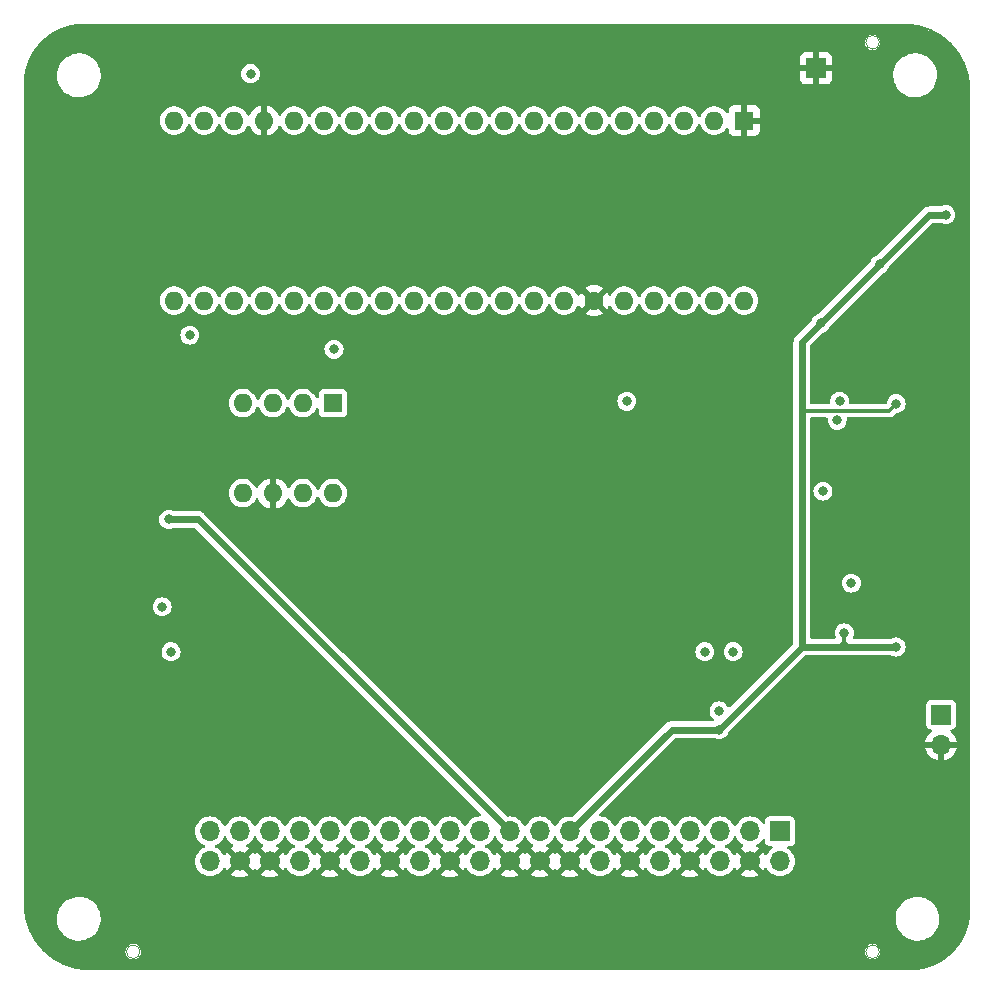
<source format=gbr>
G04 #@! TF.GenerationSoftware,KiCad,Pcbnew,7.0.11*
G04 #@! TF.CreationDate,2025-11-18T22:52:59-08:00*
G04 #@! TF.ProjectId,z2203,7a323230-332e-46b6-9963-61645f706362,rev?*
G04 #@! TF.SameCoordinates,PX3d83120PY6590fa0*
G04 #@! TF.FileFunction,Copper,L3,Inr*
G04 #@! TF.FilePolarity,Positive*
%FSLAX46Y46*%
G04 Gerber Fmt 4.6, Leading zero omitted, Abs format (unit mm)*
G04 Created by KiCad (PCBNEW 7.0.11) date 2025-11-18 22:52:59*
%MOMM*%
%LPD*%
G01*
G04 APERTURE LIST*
G04 Aperture macros list*
%AMHorizOval*
0 Thick line with rounded ends*
0 $1 width*
0 $2 $3 position (X,Y) of the first rounded end (center of the circle)*
0 $4 $5 position (X,Y) of the second rounded end (center of the circle)*
0 Add line between two ends*
20,1,$1,$2,$3,$4,$5,0*
0 Add two circle primitives to create the rounded ends*
1,1,$1,$2,$3*
1,1,$1,$4,$5*%
G04 Aperture macros list end*
G04 #@! TA.AperFunction,ComponentPad*
%ADD10R,1.700000X1.700000*%
G04 #@! TD*
G04 #@! TA.AperFunction,ComponentPad*
%ADD11O,1.700000X1.700000*%
G04 #@! TD*
G04 #@! TA.AperFunction,ComponentPad*
%ADD12HorizOval,1.700000X0.000000X0.000000X0.000000X0.000000X0*%
G04 #@! TD*
G04 #@! TA.AperFunction,ComponentPad*
%ADD13R,1.600000X1.600000*%
G04 #@! TD*
G04 #@! TA.AperFunction,ComponentPad*
%ADD14O,1.600000X1.600000*%
G04 #@! TD*
G04 #@! TA.AperFunction,ComponentPad*
%ADD15HorizOval,1.600000X0.000000X0.000000X0.000000X0.000000X0*%
G04 #@! TD*
G04 #@! TA.AperFunction,ViaPad*
%ADD16C,0.800000*%
G04 #@! TD*
G04 #@! TA.AperFunction,Conductor*
%ADD17C,0.600000*%
G04 #@! TD*
G04 #@! TA.AperFunction,Conductor*
%ADD18C,0.300000*%
G04 #@! TD*
G04 #@! TA.AperFunction,Profile*
%ADD19C,0.150000*%
G04 #@! TD*
G04 #@! TA.AperFunction,Profile*
%ADD20C,0.050000*%
G04 #@! TD*
G04 APERTURE END LIST*
D10*
X64860000Y13300000D03*
D11*
X64860000Y10760000D03*
X62320000Y13300000D03*
D12*
X62320000Y10760000D03*
D11*
X59780000Y13300000D03*
X59780000Y10760000D03*
X57240000Y13300000D03*
D12*
X57240000Y10760000D03*
D11*
X54700000Y13300000D03*
X54700000Y10760000D03*
X52160000Y13300000D03*
D12*
X52160000Y10760000D03*
D11*
X49620000Y13300000D03*
X49620000Y10760000D03*
X47080000Y13300000D03*
D12*
X47080000Y10760000D03*
D11*
X44540000Y13300000D03*
D12*
X44540000Y10760000D03*
D11*
X42000000Y13300000D03*
D12*
X42000000Y10760000D03*
D11*
X39460000Y13300000D03*
X39460000Y10760000D03*
X36920000Y13300000D03*
D12*
X36920000Y10760000D03*
D11*
X34380000Y13300000D03*
X34380000Y10760000D03*
X31840000Y13300000D03*
D12*
X31840000Y10760000D03*
D11*
X29300000Y13300000D03*
X29300000Y10760000D03*
X26760000Y13300000D03*
D12*
X26760000Y10760000D03*
D11*
X24220000Y13300000D03*
X24220000Y10760000D03*
X21680000Y13300000D03*
D12*
X21680000Y10760000D03*
D11*
X19140000Y13300000D03*
D12*
X19140000Y10760000D03*
D11*
X16600000Y13300000D03*
X16600000Y10760000D03*
D10*
X78500000Y23175000D03*
D11*
X78500000Y20635000D03*
D13*
X27000000Y49550000D03*
D14*
X24460000Y49550000D03*
X21920000Y49550000D03*
X19380000Y49550000D03*
X19380000Y41930000D03*
X21920000Y41930000D03*
X24460000Y41930000D03*
X27000000Y41930000D03*
D10*
X67900000Y77900000D03*
D13*
X61825000Y73475000D03*
D14*
X59285000Y73475000D03*
X56745000Y73475000D03*
X54205000Y73475000D03*
X51665000Y73475000D03*
X49125000Y73475000D03*
X46585000Y73475000D03*
X44045000Y73475000D03*
X41505000Y73475000D03*
X38965000Y73475000D03*
X36425000Y73475000D03*
X33885000Y73475000D03*
X31345000Y73475000D03*
X28805000Y73475000D03*
X26265000Y73475000D03*
X23725000Y73475000D03*
X21185000Y73475000D03*
X18645000Y73475000D03*
X16105000Y73475000D03*
X13565000Y73475000D03*
X13565000Y58235000D03*
X16105000Y58235000D03*
X18645000Y58235000D03*
X21185000Y58235000D03*
X23725000Y58235000D03*
X26265000Y58235000D03*
X28805000Y58235000D03*
X31345000Y58235000D03*
X33885000Y58235000D03*
X36425000Y58235000D03*
X38965000Y58235000D03*
X41505000Y58235000D03*
X44045000Y58235000D03*
X46585000Y58235000D03*
D15*
X49125000Y58235000D03*
D14*
X51665000Y58235000D03*
X54205000Y58235000D03*
X56745000Y58235000D03*
X59285000Y58235000D03*
X61825000Y58235000D03*
D16*
X53300000Y68100000D03*
X11100000Y34700000D03*
X55700000Y68100000D03*
X60700000Y68300000D03*
X29900000Y53100000D03*
X59700000Y20300000D03*
X70100000Y27700000D03*
X72500000Y30700000D03*
X5900000Y50300000D03*
X64500000Y67500000D03*
X72500000Y21100000D03*
X74300000Y58700000D03*
X56100000Y18300000D03*
X12100000Y25700000D03*
X77500000Y30300000D03*
X11900000Y53900000D03*
X74900000Y53300000D03*
X12100000Y41700000D03*
X78900000Y67100000D03*
X11300000Y62500000D03*
X53300000Y54500000D03*
X70100000Y53500000D03*
X77500000Y62500000D03*
X65500000Y55300000D03*
X11100000Y32700000D03*
X14500000Y42100000D03*
X9700000Y65100000D03*
X17700000Y52500000D03*
X58100000Y68300000D03*
X50900000Y67700000D03*
X68300000Y59700000D03*
X56700000Y48500000D03*
X50300000Y49700000D03*
X65300000Y15900000D03*
X76100000Y44500000D03*
X57100000Y32300000D03*
X69900000Y36900000D03*
X13100000Y39700000D03*
X13300000Y28500000D03*
X74700000Y28900000D03*
X51900000Y49700000D03*
X59700000Y21900000D03*
X27100000Y54100000D03*
X20035000Y77435000D03*
X68300000Y56300000D03*
X70300000Y30100000D03*
X73300000Y61300000D03*
X14900000Y55300000D03*
X74700000Y49500000D03*
X78900000Y65500000D03*
X59700000Y23500000D03*
X60900000Y28500000D03*
X58500000Y28500000D03*
X68500000Y42100000D03*
X69900000Y49700000D03*
X70900000Y34300000D03*
X69700000Y48100000D03*
X12550000Y32300000D03*
D17*
X13100000Y39700000D02*
X15600000Y39700000D01*
X15600000Y39700000D02*
X42000000Y13300000D01*
D18*
X74700000Y49500000D02*
X74100000Y48900000D01*
X70300000Y30100000D02*
X70300000Y29300000D01*
D17*
X66700000Y28900000D02*
X66700000Y35900000D01*
X73300000Y61300000D02*
X77500000Y65500000D01*
X66700000Y54700000D02*
X68300000Y56300000D01*
X59700000Y21900000D02*
X66700000Y28900000D01*
X74700000Y28900000D02*
X70700000Y28900000D01*
X70300000Y28900000D02*
X69900000Y28900000D01*
X66700000Y35900000D02*
X66700000Y37500000D01*
D18*
X70300000Y29300000D02*
X70300000Y28900000D01*
D17*
X55680000Y21900000D02*
X59700000Y21900000D01*
X70700000Y28900000D02*
X70300000Y28900000D01*
X66700000Y48900000D02*
X66700000Y54700000D01*
D18*
X70300000Y29300000D02*
X70700000Y28900000D01*
D17*
X47080000Y13300000D02*
X55680000Y21900000D01*
X66700000Y37500000D02*
X66700000Y42500000D01*
X66700000Y46300000D02*
X66700000Y48900000D01*
X77500000Y65500000D02*
X78900000Y65500000D01*
X66700000Y42500000D02*
X66700000Y46300000D01*
X68300000Y56300000D02*
X73300000Y61300000D01*
X69900000Y28900000D02*
X66700000Y28900000D01*
D18*
X70300000Y29300000D02*
X69900000Y28900000D01*
X74100000Y48900000D02*
X66700000Y48900000D01*
G04 #@! TA.AperFunction,Conductor*
G36*
X17938959Y12871900D02*
G01*
X17984194Y12819698D01*
X18052898Y12672361D01*
X18178402Y12493123D01*
X18333123Y12338402D01*
X18333126Y12338400D01*
X18512359Y12212899D01*
X18512360Y12212899D01*
X18512361Y12212898D01*
X18532022Y12203730D01*
X18585307Y12156815D01*
X18604769Y12088538D01*
X18584228Y12020577D01*
X18538743Y11978722D01*
X18394705Y11900773D01*
X18394693Y11900765D01*
X18374311Y11884901D01*
X18374310Y11884900D01*
X19012412Y11246798D01*
X18997685Y11244680D01*
X18866900Y11184952D01*
X18758239Y11090798D01*
X18680507Y10969844D01*
X18655639Y10885151D01*
X18016921Y11523869D01*
X18016920Y11523868D01*
X17941586Y11408561D01*
X17941579Y11408547D01*
X17925382Y11371621D01*
X17879701Y11317272D01*
X17811888Y11296249D01*
X17743474Y11315226D01*
X17696181Y11368177D01*
X17695800Y11368985D01*
X17687100Y11387642D01*
X17561604Y11566869D01*
X17561601Y11566873D01*
X17561598Y11566877D01*
X17406877Y11721598D01*
X17227639Y11847102D01*
X17080302Y11915806D01*
X17027019Y11962722D01*
X17007558Y12030999D01*
X17028100Y12098959D01*
X17080302Y12144195D01*
X17227639Y12212898D01*
X17406877Y12338402D01*
X17561598Y12493123D01*
X17687102Y12672361D01*
X17755805Y12819698D01*
X17802722Y12872981D01*
X17870999Y12892442D01*
X17938959Y12871900D01*
G37*
G04 #@! TD.AperFunction*
G04 #@! TA.AperFunction,Conductor*
G36*
X20478959Y12871900D02*
G01*
X20524194Y12819698D01*
X20592898Y12672361D01*
X20718402Y12493123D01*
X20873123Y12338402D01*
X20873126Y12338400D01*
X21052359Y12212899D01*
X21052360Y12212899D01*
X21052361Y12212898D01*
X21072022Y12203730D01*
X21125307Y12156815D01*
X21144769Y12088538D01*
X21124228Y12020577D01*
X21078743Y11978722D01*
X20934705Y11900773D01*
X20934693Y11900765D01*
X20914311Y11884901D01*
X20914310Y11884900D01*
X21552412Y11246798D01*
X21537685Y11244680D01*
X21406900Y11184952D01*
X21298239Y11090798D01*
X21220507Y10969844D01*
X21195639Y10885151D01*
X20556921Y11523869D01*
X20556920Y11523868D01*
X20515482Y11460442D01*
X20461479Y11414353D01*
X20391131Y11404778D01*
X20326773Y11434755D01*
X20304516Y11460442D01*
X20263078Y11523868D01*
X19624360Y10885152D01*
X19599493Y10969844D01*
X19521761Y11090798D01*
X19413100Y11184952D01*
X19282315Y11244680D01*
X19267586Y11246798D01*
X19905688Y11884900D01*
X19905687Y11884901D01*
X19885308Y11900763D01*
X19885303Y11900766D01*
X19741256Y11978721D01*
X19690866Y12028735D01*
X19675514Y12098052D01*
X19700075Y12164665D01*
X19747976Y12203730D01*
X19767639Y12212898D01*
X19946877Y12338402D01*
X20101598Y12493123D01*
X20227102Y12672361D01*
X20295805Y12819698D01*
X20342722Y12872981D01*
X20410999Y12892442D01*
X20478959Y12871900D01*
G37*
G04 #@! TD.AperFunction*
G04 #@! TA.AperFunction,Conductor*
G36*
X25558959Y12871900D02*
G01*
X25604194Y12819698D01*
X25672898Y12672361D01*
X25798402Y12493123D01*
X25953123Y12338402D01*
X25953126Y12338400D01*
X26132359Y12212899D01*
X26132360Y12212899D01*
X26132361Y12212898D01*
X26152022Y12203730D01*
X26205307Y12156815D01*
X26224769Y12088538D01*
X26204228Y12020577D01*
X26158743Y11978722D01*
X26014705Y11900773D01*
X26014693Y11900765D01*
X25994311Y11884901D01*
X25994310Y11884900D01*
X26632412Y11246798D01*
X26617685Y11244680D01*
X26486900Y11184952D01*
X26378239Y11090798D01*
X26300507Y10969844D01*
X26275639Y10885151D01*
X25636921Y11523869D01*
X25636920Y11523868D01*
X25561586Y11408561D01*
X25561579Y11408547D01*
X25545382Y11371621D01*
X25499701Y11317272D01*
X25431888Y11296249D01*
X25363474Y11315226D01*
X25316181Y11368177D01*
X25315800Y11368985D01*
X25307100Y11387642D01*
X25181604Y11566869D01*
X25181601Y11566873D01*
X25181598Y11566877D01*
X25026877Y11721598D01*
X24847639Y11847102D01*
X24700302Y11915806D01*
X24647019Y11962722D01*
X24627558Y12030999D01*
X24648100Y12098959D01*
X24700302Y12144195D01*
X24847639Y12212898D01*
X25026877Y12338402D01*
X25181598Y12493123D01*
X25307102Y12672361D01*
X25375805Y12819698D01*
X25422722Y12872981D01*
X25490999Y12892442D01*
X25558959Y12871900D01*
G37*
G04 #@! TD.AperFunction*
G04 #@! TA.AperFunction,Conductor*
G36*
X30638959Y12871900D02*
G01*
X30684194Y12819698D01*
X30752898Y12672361D01*
X30878402Y12493123D01*
X31033123Y12338402D01*
X31033126Y12338400D01*
X31212359Y12212899D01*
X31212360Y12212899D01*
X31212361Y12212898D01*
X31232022Y12203730D01*
X31285307Y12156815D01*
X31304769Y12088538D01*
X31284228Y12020577D01*
X31238743Y11978722D01*
X31094705Y11900773D01*
X31094693Y11900765D01*
X31074311Y11884901D01*
X31074310Y11884900D01*
X31712412Y11246798D01*
X31697685Y11244680D01*
X31566900Y11184952D01*
X31458239Y11090798D01*
X31380507Y10969844D01*
X31355639Y10885151D01*
X30716921Y11523869D01*
X30716920Y11523868D01*
X30641586Y11408561D01*
X30641579Y11408547D01*
X30625382Y11371621D01*
X30579701Y11317272D01*
X30511888Y11296249D01*
X30443474Y11315226D01*
X30396181Y11368177D01*
X30395800Y11368985D01*
X30387100Y11387642D01*
X30261604Y11566869D01*
X30261601Y11566873D01*
X30261598Y11566877D01*
X30106877Y11721598D01*
X29927639Y11847102D01*
X29780302Y11915806D01*
X29727019Y11962722D01*
X29707558Y12030999D01*
X29728100Y12098959D01*
X29780302Y12144195D01*
X29927639Y12212898D01*
X30106877Y12338402D01*
X30261598Y12493123D01*
X30387102Y12672361D01*
X30455805Y12819698D01*
X30502722Y12872981D01*
X30570999Y12892442D01*
X30638959Y12871900D01*
G37*
G04 #@! TD.AperFunction*
G04 #@! TA.AperFunction,Conductor*
G36*
X35718959Y12871900D02*
G01*
X35764194Y12819698D01*
X35832898Y12672361D01*
X35958402Y12493123D01*
X36113123Y12338402D01*
X36113126Y12338400D01*
X36292359Y12212899D01*
X36292360Y12212899D01*
X36292361Y12212898D01*
X36312022Y12203730D01*
X36365307Y12156815D01*
X36384769Y12088538D01*
X36364228Y12020577D01*
X36318743Y11978722D01*
X36174705Y11900773D01*
X36174693Y11900765D01*
X36154311Y11884901D01*
X36154310Y11884900D01*
X36792412Y11246798D01*
X36777685Y11244680D01*
X36646900Y11184952D01*
X36538239Y11090798D01*
X36460507Y10969844D01*
X36435639Y10885151D01*
X35796921Y11523869D01*
X35796920Y11523868D01*
X35721586Y11408561D01*
X35721579Y11408547D01*
X35705382Y11371621D01*
X35659701Y11317272D01*
X35591888Y11296249D01*
X35523474Y11315226D01*
X35476181Y11368177D01*
X35475800Y11368985D01*
X35467100Y11387642D01*
X35341604Y11566869D01*
X35341601Y11566873D01*
X35341598Y11566877D01*
X35186877Y11721598D01*
X35007639Y11847102D01*
X34860302Y11915806D01*
X34807019Y11962722D01*
X34787558Y12030999D01*
X34808100Y12098959D01*
X34860302Y12144195D01*
X35007639Y12212898D01*
X35186877Y12338402D01*
X35341598Y12493123D01*
X35467102Y12672361D01*
X35535805Y12819698D01*
X35582722Y12872981D01*
X35650999Y12892442D01*
X35718959Y12871900D01*
G37*
G04 #@! TD.AperFunction*
G04 #@! TA.AperFunction,Conductor*
G36*
X40798959Y12871900D02*
G01*
X40844194Y12819698D01*
X40912898Y12672361D01*
X41038402Y12493123D01*
X41193123Y12338402D01*
X41193126Y12338400D01*
X41372359Y12212899D01*
X41372360Y12212899D01*
X41372361Y12212898D01*
X41392022Y12203730D01*
X41445307Y12156815D01*
X41464769Y12088538D01*
X41444228Y12020577D01*
X41398743Y11978722D01*
X41254705Y11900773D01*
X41254693Y11900765D01*
X41234311Y11884901D01*
X41234310Y11884900D01*
X41872412Y11246798D01*
X41857685Y11244680D01*
X41726900Y11184952D01*
X41618239Y11090798D01*
X41540507Y10969844D01*
X41515639Y10885151D01*
X40876921Y11523869D01*
X40876920Y11523868D01*
X40801586Y11408561D01*
X40801579Y11408547D01*
X40785382Y11371621D01*
X40739701Y11317272D01*
X40671888Y11296249D01*
X40603474Y11315226D01*
X40556181Y11368177D01*
X40555800Y11368985D01*
X40547100Y11387642D01*
X40421604Y11566869D01*
X40421601Y11566873D01*
X40421598Y11566877D01*
X40266877Y11721598D01*
X40087639Y11847102D01*
X39940302Y11915806D01*
X39887019Y11962722D01*
X39867558Y12030999D01*
X39888100Y12098959D01*
X39940302Y12144195D01*
X40087639Y12212898D01*
X40266877Y12338402D01*
X40421598Y12493123D01*
X40547102Y12672361D01*
X40615805Y12819698D01*
X40662722Y12872981D01*
X40730999Y12892442D01*
X40798959Y12871900D01*
G37*
G04 #@! TD.AperFunction*
G04 #@! TA.AperFunction,Conductor*
G36*
X43338959Y12871900D02*
G01*
X43384194Y12819698D01*
X43452898Y12672361D01*
X43578402Y12493123D01*
X43733123Y12338402D01*
X43733126Y12338400D01*
X43912359Y12212899D01*
X43912360Y12212899D01*
X43912361Y12212898D01*
X43932022Y12203730D01*
X43985307Y12156815D01*
X44004769Y12088538D01*
X43984228Y12020577D01*
X43938743Y11978722D01*
X43794705Y11900773D01*
X43794693Y11900765D01*
X43774311Y11884901D01*
X43774310Y11884900D01*
X44412412Y11246798D01*
X44397685Y11244680D01*
X44266900Y11184952D01*
X44158239Y11090798D01*
X44080507Y10969844D01*
X44055639Y10885151D01*
X43416921Y11523869D01*
X43416920Y11523868D01*
X43375482Y11460442D01*
X43321479Y11414353D01*
X43251131Y11404778D01*
X43186773Y11434755D01*
X43164516Y11460442D01*
X43123078Y11523868D01*
X42484360Y10885152D01*
X42459493Y10969844D01*
X42381761Y11090798D01*
X42273100Y11184952D01*
X42142315Y11244680D01*
X42127586Y11246798D01*
X42765688Y11884900D01*
X42765687Y11884901D01*
X42745308Y11900763D01*
X42745303Y11900766D01*
X42601256Y11978721D01*
X42550866Y12028735D01*
X42535514Y12098052D01*
X42560075Y12164665D01*
X42607976Y12203730D01*
X42627639Y12212898D01*
X42806877Y12338402D01*
X42961598Y12493123D01*
X43087102Y12672361D01*
X43155805Y12819698D01*
X43202722Y12872981D01*
X43270999Y12892442D01*
X43338959Y12871900D01*
G37*
G04 #@! TD.AperFunction*
G04 #@! TA.AperFunction,Conductor*
G36*
X45878959Y12871900D02*
G01*
X45924194Y12819698D01*
X45992898Y12672361D01*
X46118402Y12493123D01*
X46273123Y12338402D01*
X46273126Y12338400D01*
X46452359Y12212899D01*
X46452360Y12212899D01*
X46452361Y12212898D01*
X46472022Y12203730D01*
X46525307Y12156815D01*
X46544769Y12088538D01*
X46524228Y12020577D01*
X46478743Y11978722D01*
X46334705Y11900773D01*
X46334693Y11900765D01*
X46314311Y11884901D01*
X46314310Y11884900D01*
X46952412Y11246798D01*
X46937685Y11244680D01*
X46806900Y11184952D01*
X46698239Y11090798D01*
X46620507Y10969844D01*
X46595639Y10885151D01*
X45956921Y11523869D01*
X45956920Y11523868D01*
X45915482Y11460442D01*
X45861479Y11414353D01*
X45791131Y11404778D01*
X45726773Y11434755D01*
X45704516Y11460442D01*
X45663078Y11523868D01*
X45024360Y10885152D01*
X44999493Y10969844D01*
X44921761Y11090798D01*
X44813100Y11184952D01*
X44682315Y11244680D01*
X44667586Y11246798D01*
X45305688Y11884900D01*
X45305687Y11884901D01*
X45285308Y11900763D01*
X45285303Y11900766D01*
X45141256Y11978721D01*
X45090866Y12028735D01*
X45075514Y12098052D01*
X45100075Y12164665D01*
X45147976Y12203730D01*
X45167639Y12212898D01*
X45346877Y12338402D01*
X45501598Y12493123D01*
X45627102Y12672361D01*
X45695805Y12819698D01*
X45742722Y12872981D01*
X45810999Y12892442D01*
X45878959Y12871900D01*
G37*
G04 #@! TD.AperFunction*
G04 #@! TA.AperFunction,Conductor*
G36*
X50958959Y12871900D02*
G01*
X51004194Y12819698D01*
X51072898Y12672361D01*
X51198402Y12493123D01*
X51353123Y12338402D01*
X51353126Y12338400D01*
X51532359Y12212899D01*
X51532360Y12212899D01*
X51532361Y12212898D01*
X51552022Y12203730D01*
X51605307Y12156815D01*
X51624769Y12088538D01*
X51604228Y12020577D01*
X51558743Y11978722D01*
X51414705Y11900773D01*
X51414693Y11900765D01*
X51394311Y11884901D01*
X51394310Y11884900D01*
X52032412Y11246798D01*
X52017685Y11244680D01*
X51886900Y11184952D01*
X51778239Y11090798D01*
X51700507Y10969844D01*
X51675639Y10885151D01*
X51036921Y11523869D01*
X51036920Y11523868D01*
X50961586Y11408561D01*
X50961579Y11408547D01*
X50945382Y11371621D01*
X50899701Y11317272D01*
X50831888Y11296249D01*
X50763474Y11315226D01*
X50716181Y11368177D01*
X50715800Y11368985D01*
X50707100Y11387642D01*
X50581604Y11566869D01*
X50581601Y11566873D01*
X50581598Y11566877D01*
X50426877Y11721598D01*
X50247639Y11847102D01*
X50100302Y11915806D01*
X50047019Y11962722D01*
X50027558Y12030999D01*
X50048100Y12098959D01*
X50100302Y12144195D01*
X50247639Y12212898D01*
X50426877Y12338402D01*
X50581598Y12493123D01*
X50707102Y12672361D01*
X50775805Y12819698D01*
X50822722Y12872981D01*
X50890999Y12892442D01*
X50958959Y12871900D01*
G37*
G04 #@! TD.AperFunction*
G04 #@! TA.AperFunction,Conductor*
G36*
X56038959Y12871900D02*
G01*
X56084194Y12819698D01*
X56152898Y12672361D01*
X56278402Y12493123D01*
X56433123Y12338402D01*
X56433126Y12338400D01*
X56612359Y12212899D01*
X56612360Y12212899D01*
X56612361Y12212898D01*
X56632022Y12203730D01*
X56685307Y12156815D01*
X56704769Y12088538D01*
X56684228Y12020577D01*
X56638743Y11978722D01*
X56494705Y11900773D01*
X56494693Y11900765D01*
X56474311Y11884901D01*
X56474310Y11884900D01*
X57112412Y11246798D01*
X57097685Y11244680D01*
X56966900Y11184952D01*
X56858239Y11090798D01*
X56780507Y10969844D01*
X56755639Y10885151D01*
X56116921Y11523869D01*
X56116920Y11523868D01*
X56041586Y11408561D01*
X56041579Y11408547D01*
X56025382Y11371621D01*
X55979701Y11317272D01*
X55911888Y11296249D01*
X55843474Y11315226D01*
X55796181Y11368177D01*
X55795800Y11368985D01*
X55787100Y11387642D01*
X55661604Y11566869D01*
X55661601Y11566873D01*
X55661598Y11566877D01*
X55506877Y11721598D01*
X55327639Y11847102D01*
X55180302Y11915806D01*
X55127019Y11962722D01*
X55107558Y12030999D01*
X55128100Y12098959D01*
X55180302Y12144195D01*
X55327639Y12212898D01*
X55506877Y12338402D01*
X55661598Y12493123D01*
X55787102Y12672361D01*
X55855805Y12819698D01*
X55902722Y12872981D01*
X55970999Y12892442D01*
X56038959Y12871900D01*
G37*
G04 #@! TD.AperFunction*
G04 #@! TA.AperFunction,Conductor*
G36*
X61118959Y12871900D02*
G01*
X61164194Y12819698D01*
X61232898Y12672361D01*
X61358402Y12493123D01*
X61513123Y12338402D01*
X61513126Y12338400D01*
X61692359Y12212899D01*
X61692360Y12212899D01*
X61692361Y12212898D01*
X61712022Y12203730D01*
X61765307Y12156815D01*
X61784769Y12088538D01*
X61764228Y12020577D01*
X61718743Y11978722D01*
X61574705Y11900773D01*
X61574693Y11900765D01*
X61554311Y11884901D01*
X61554310Y11884900D01*
X62192412Y11246798D01*
X62177685Y11244680D01*
X62046900Y11184952D01*
X61938239Y11090798D01*
X61860507Y10969844D01*
X61835639Y10885151D01*
X61196921Y11523869D01*
X61196920Y11523868D01*
X61121586Y11408561D01*
X61121579Y11408547D01*
X61105382Y11371621D01*
X61059701Y11317272D01*
X60991888Y11296249D01*
X60923474Y11315226D01*
X60876181Y11368177D01*
X60875800Y11368985D01*
X60867100Y11387642D01*
X60741604Y11566869D01*
X60741601Y11566873D01*
X60741598Y11566877D01*
X60586877Y11721598D01*
X60407639Y11847102D01*
X60260302Y11915806D01*
X60207019Y11962722D01*
X60187558Y12030999D01*
X60208100Y12098959D01*
X60260302Y12144195D01*
X60407639Y12212898D01*
X60586877Y12338402D01*
X60741598Y12493123D01*
X60867102Y12672361D01*
X60935805Y12819698D01*
X60982722Y12872981D01*
X61050999Y12892442D01*
X61118959Y12871900D01*
G37*
G04 #@! TD.AperFunction*
G04 #@! TA.AperFunction,Conductor*
G36*
X23018959Y12871900D02*
G01*
X23064194Y12819698D01*
X23132898Y12672361D01*
X23258402Y12493123D01*
X23413123Y12338402D01*
X23592361Y12212898D01*
X23731485Y12148024D01*
X23739695Y12144195D01*
X23792980Y12097278D01*
X23812441Y12029000D01*
X23791899Y11961040D01*
X23739695Y11915805D01*
X23592358Y11847101D01*
X23413131Y11721605D01*
X23413120Y11721596D01*
X23258404Y11566880D01*
X23258395Y11566869D01*
X23132899Y11387642D01*
X23132898Y11387640D01*
X23124197Y11368981D01*
X23077278Y11315698D01*
X23009000Y11296239D01*
X22941041Y11316783D01*
X22894977Y11370807D01*
X22894616Y11371623D01*
X22878419Y11408550D01*
X22803077Y11523868D01*
X22164360Y10885152D01*
X22139493Y10969844D01*
X22061761Y11090798D01*
X21953100Y11184952D01*
X21822315Y11244680D01*
X21807586Y11246798D01*
X22445688Y11884900D01*
X22445687Y11884901D01*
X22425308Y11900763D01*
X22425303Y11900766D01*
X22281256Y11978721D01*
X22230866Y12028735D01*
X22215514Y12098052D01*
X22240075Y12164665D01*
X22287976Y12203730D01*
X22307639Y12212898D01*
X22486877Y12338402D01*
X22641598Y12493123D01*
X22767102Y12672361D01*
X22835805Y12819698D01*
X22882722Y12872981D01*
X22950999Y12892442D01*
X23018959Y12871900D01*
G37*
G04 #@! TD.AperFunction*
G04 #@! TA.AperFunction,Conductor*
G36*
X28098959Y12871900D02*
G01*
X28144194Y12819698D01*
X28212898Y12672361D01*
X28338402Y12493123D01*
X28493123Y12338402D01*
X28672361Y12212898D01*
X28811485Y12148024D01*
X28819695Y12144195D01*
X28872980Y12097278D01*
X28892441Y12029000D01*
X28871899Y11961040D01*
X28819695Y11915805D01*
X28672358Y11847101D01*
X28493131Y11721605D01*
X28493120Y11721596D01*
X28338404Y11566880D01*
X28338395Y11566869D01*
X28212899Y11387642D01*
X28212898Y11387640D01*
X28204197Y11368981D01*
X28157278Y11315698D01*
X28089000Y11296239D01*
X28021041Y11316783D01*
X27974977Y11370807D01*
X27974616Y11371623D01*
X27958419Y11408550D01*
X27883077Y11523868D01*
X27244360Y10885152D01*
X27219493Y10969844D01*
X27141761Y11090798D01*
X27033100Y11184952D01*
X26902315Y11244680D01*
X26887586Y11246798D01*
X27525688Y11884900D01*
X27525687Y11884901D01*
X27505308Y11900763D01*
X27505303Y11900766D01*
X27361256Y11978721D01*
X27310866Y12028735D01*
X27295514Y12098052D01*
X27320075Y12164665D01*
X27367976Y12203730D01*
X27387639Y12212898D01*
X27566877Y12338402D01*
X27721598Y12493123D01*
X27847102Y12672361D01*
X27915805Y12819698D01*
X27962722Y12872981D01*
X28030999Y12892442D01*
X28098959Y12871900D01*
G37*
G04 #@! TD.AperFunction*
G04 #@! TA.AperFunction,Conductor*
G36*
X33178959Y12871900D02*
G01*
X33224194Y12819698D01*
X33292898Y12672361D01*
X33418402Y12493123D01*
X33573123Y12338402D01*
X33752361Y12212898D01*
X33891485Y12148024D01*
X33899695Y12144195D01*
X33952980Y12097278D01*
X33972441Y12029000D01*
X33951899Y11961040D01*
X33899695Y11915805D01*
X33752358Y11847101D01*
X33573131Y11721605D01*
X33573120Y11721596D01*
X33418404Y11566880D01*
X33418395Y11566869D01*
X33292899Y11387642D01*
X33292898Y11387640D01*
X33284197Y11368981D01*
X33237278Y11315698D01*
X33169000Y11296239D01*
X33101041Y11316783D01*
X33054977Y11370807D01*
X33054616Y11371623D01*
X33038419Y11408550D01*
X32963077Y11523868D01*
X32324360Y10885152D01*
X32299493Y10969844D01*
X32221761Y11090798D01*
X32113100Y11184952D01*
X31982315Y11244680D01*
X31967586Y11246798D01*
X32605688Y11884900D01*
X32605687Y11884901D01*
X32585308Y11900763D01*
X32585303Y11900766D01*
X32441256Y11978721D01*
X32390866Y12028735D01*
X32375514Y12098052D01*
X32400075Y12164665D01*
X32447976Y12203730D01*
X32467639Y12212898D01*
X32646877Y12338402D01*
X32801598Y12493123D01*
X32927102Y12672361D01*
X32995805Y12819698D01*
X33042722Y12872981D01*
X33110999Y12892442D01*
X33178959Y12871900D01*
G37*
G04 #@! TD.AperFunction*
G04 #@! TA.AperFunction,Conductor*
G36*
X38258959Y12871900D02*
G01*
X38304194Y12819698D01*
X38372898Y12672361D01*
X38498402Y12493123D01*
X38653123Y12338402D01*
X38832361Y12212898D01*
X38971485Y12148024D01*
X38979695Y12144195D01*
X39032980Y12097278D01*
X39052441Y12029000D01*
X39031899Y11961040D01*
X38979695Y11915805D01*
X38832358Y11847101D01*
X38653131Y11721605D01*
X38653120Y11721596D01*
X38498404Y11566880D01*
X38498395Y11566869D01*
X38372899Y11387642D01*
X38372898Y11387640D01*
X38364197Y11368981D01*
X38317278Y11315698D01*
X38249000Y11296239D01*
X38181041Y11316783D01*
X38134977Y11370807D01*
X38134616Y11371623D01*
X38118419Y11408550D01*
X38043077Y11523868D01*
X37404360Y10885152D01*
X37379493Y10969844D01*
X37301761Y11090798D01*
X37193100Y11184952D01*
X37062315Y11244680D01*
X37047586Y11246798D01*
X37685688Y11884900D01*
X37685687Y11884901D01*
X37665308Y11900763D01*
X37665303Y11900766D01*
X37521256Y11978721D01*
X37470866Y12028735D01*
X37455514Y12098052D01*
X37480075Y12164665D01*
X37527976Y12203730D01*
X37547639Y12212898D01*
X37726877Y12338402D01*
X37881598Y12493123D01*
X38007102Y12672361D01*
X38075805Y12819698D01*
X38122722Y12872981D01*
X38190999Y12892442D01*
X38258959Y12871900D01*
G37*
G04 #@! TD.AperFunction*
G04 #@! TA.AperFunction,Conductor*
G36*
X48418959Y12871900D02*
G01*
X48464194Y12819698D01*
X48532898Y12672361D01*
X48658402Y12493123D01*
X48813123Y12338402D01*
X48992361Y12212898D01*
X49131485Y12148024D01*
X49139695Y12144195D01*
X49192980Y12097278D01*
X49212441Y12029000D01*
X49191899Y11961040D01*
X49139695Y11915805D01*
X48992358Y11847101D01*
X48813131Y11721605D01*
X48813120Y11721596D01*
X48658404Y11566880D01*
X48658395Y11566869D01*
X48532899Y11387642D01*
X48532898Y11387640D01*
X48524197Y11368981D01*
X48477278Y11315698D01*
X48409000Y11296239D01*
X48341041Y11316783D01*
X48294977Y11370807D01*
X48294616Y11371623D01*
X48278419Y11408550D01*
X48203077Y11523868D01*
X47564360Y10885152D01*
X47539493Y10969844D01*
X47461761Y11090798D01*
X47353100Y11184952D01*
X47222315Y11244680D01*
X47207586Y11246798D01*
X47845688Y11884900D01*
X47845687Y11884901D01*
X47825308Y11900763D01*
X47825303Y11900766D01*
X47681256Y11978721D01*
X47630866Y12028735D01*
X47615514Y12098052D01*
X47640075Y12164665D01*
X47687976Y12203730D01*
X47707639Y12212898D01*
X47886877Y12338402D01*
X48041598Y12493123D01*
X48167102Y12672361D01*
X48235805Y12819698D01*
X48282722Y12872981D01*
X48350999Y12892442D01*
X48418959Y12871900D01*
G37*
G04 #@! TD.AperFunction*
G04 #@! TA.AperFunction,Conductor*
G36*
X53498959Y12871900D02*
G01*
X53544194Y12819698D01*
X53612898Y12672361D01*
X53738402Y12493123D01*
X53893123Y12338402D01*
X54072361Y12212898D01*
X54211485Y12148024D01*
X54219695Y12144195D01*
X54272980Y12097278D01*
X54292441Y12029000D01*
X54271899Y11961040D01*
X54219695Y11915805D01*
X54072358Y11847101D01*
X53893131Y11721605D01*
X53893120Y11721596D01*
X53738404Y11566880D01*
X53738395Y11566869D01*
X53612899Y11387642D01*
X53612898Y11387640D01*
X53604197Y11368981D01*
X53557278Y11315698D01*
X53489000Y11296239D01*
X53421041Y11316783D01*
X53374977Y11370807D01*
X53374616Y11371623D01*
X53358419Y11408550D01*
X53283077Y11523868D01*
X52644360Y10885152D01*
X52619493Y10969844D01*
X52541761Y11090798D01*
X52433100Y11184952D01*
X52302315Y11244680D01*
X52287586Y11246798D01*
X52925688Y11884900D01*
X52925687Y11884901D01*
X52905308Y11900763D01*
X52905303Y11900766D01*
X52761256Y11978721D01*
X52710866Y12028735D01*
X52695514Y12098052D01*
X52720075Y12164665D01*
X52767976Y12203730D01*
X52787639Y12212898D01*
X52966877Y12338402D01*
X53121598Y12493123D01*
X53247102Y12672361D01*
X53315805Y12819698D01*
X53362722Y12872981D01*
X53430999Y12892442D01*
X53498959Y12871900D01*
G37*
G04 #@! TD.AperFunction*
G04 #@! TA.AperFunction,Conductor*
G36*
X58578959Y12871900D02*
G01*
X58624194Y12819698D01*
X58692898Y12672361D01*
X58818402Y12493123D01*
X58973123Y12338402D01*
X59152361Y12212898D01*
X59291485Y12148024D01*
X59299695Y12144195D01*
X59352980Y12097278D01*
X59372441Y12029000D01*
X59351899Y11961040D01*
X59299695Y11915805D01*
X59152358Y11847101D01*
X58973131Y11721605D01*
X58973120Y11721596D01*
X58818404Y11566880D01*
X58818395Y11566869D01*
X58692899Y11387642D01*
X58692898Y11387640D01*
X58684197Y11368981D01*
X58637278Y11315698D01*
X58569000Y11296239D01*
X58501041Y11316783D01*
X58454977Y11370807D01*
X58454616Y11371623D01*
X58438419Y11408550D01*
X58363077Y11523868D01*
X57724360Y10885152D01*
X57699493Y10969844D01*
X57621761Y11090798D01*
X57513100Y11184952D01*
X57382315Y11244680D01*
X57367586Y11246798D01*
X58005688Y11884900D01*
X58005687Y11884901D01*
X57985308Y11900763D01*
X57985303Y11900766D01*
X57841256Y11978721D01*
X57790866Y12028735D01*
X57775514Y12098052D01*
X57800075Y12164665D01*
X57847976Y12203730D01*
X57867639Y12212898D01*
X58046877Y12338402D01*
X58201598Y12493123D01*
X58327102Y12672361D01*
X58395805Y12819698D01*
X58442722Y12872981D01*
X58510999Y12892442D01*
X58578959Y12871900D01*
G37*
G04 #@! TD.AperFunction*
G04 #@! TA.AperFunction,Conductor*
G36*
X63569723Y12653674D02*
G01*
X63605709Y12592473D01*
X63609500Y12561797D01*
X63609500Y12418484D01*
X63624353Y12324698D01*
X63681949Y12211658D01*
X63771657Y12121950D01*
X63810299Y12102262D01*
X63884696Y12064354D01*
X63978481Y12049500D01*
X64121796Y12049501D01*
X64189914Y12029499D01*
X64236407Y11975844D01*
X64246512Y11905570D01*
X64217019Y11840989D01*
X64194065Y11820288D01*
X64053126Y11721601D01*
X64053120Y11721596D01*
X63898404Y11566880D01*
X63898395Y11566869D01*
X63772899Y11387642D01*
X63772898Y11387640D01*
X63764197Y11368981D01*
X63717278Y11315698D01*
X63649000Y11296239D01*
X63581041Y11316783D01*
X63534977Y11370807D01*
X63534616Y11371623D01*
X63518419Y11408550D01*
X63443077Y11523868D01*
X62804360Y10885152D01*
X62779493Y10969844D01*
X62701761Y11090798D01*
X62593100Y11184952D01*
X62462315Y11244680D01*
X62447586Y11246798D01*
X63085688Y11884900D01*
X63085687Y11884901D01*
X63065308Y11900763D01*
X63065303Y11900766D01*
X62921256Y11978721D01*
X62870866Y12028735D01*
X62855514Y12098052D01*
X62880075Y12164665D01*
X62927976Y12203730D01*
X62947639Y12212898D01*
X63126877Y12338402D01*
X63281598Y12493123D01*
X63380289Y12634069D01*
X63435743Y12678395D01*
X63506363Y12685704D01*
X63569723Y12653674D01*
G37*
G04 #@! TD.AperFunction*
G04 #@! TA.AperFunction,Conductor*
G36*
X75402611Y81524392D02*
G01*
X75842760Y81506188D01*
X75853109Y81505331D01*
X76287674Y81451162D01*
X76297938Y81449449D01*
X76726544Y81359580D01*
X76736612Y81357031D01*
X77156351Y81232069D01*
X77166183Y81228693D01*
X77323625Y81167259D01*
X77574138Y81069508D01*
X77583675Y81065325D01*
X77977094Y80872994D01*
X77986252Y80868038D01*
X78362439Y80643880D01*
X78371158Y80638184D01*
X78727560Y80383718D01*
X78735767Y80377331D01*
X79069954Y80094288D01*
X79077602Y80087246D01*
X79387245Y79777603D01*
X79394288Y79769954D01*
X79677327Y79435771D01*
X79683717Y79427561D01*
X79938183Y79071159D01*
X79943879Y79062440D01*
X80168037Y78686253D01*
X80172993Y78677095D01*
X80365324Y78283676D01*
X80369507Y78274139D01*
X80528689Y77866193D01*
X80532071Y77856343D01*
X80657026Y77436627D01*
X80659582Y77426532D01*
X80749447Y76997943D01*
X80751161Y76987671D01*
X80805328Y76553124D01*
X80806188Y76542746D01*
X80824392Y76102612D01*
X80824500Y76097405D01*
X80824500Y6602748D01*
X80824380Y6597252D01*
X80806000Y6176298D01*
X80805042Y6165348D01*
X80750403Y5750322D01*
X80748494Y5739497D01*
X80657892Y5330819D01*
X80655047Y5320201D01*
X80529171Y4920974D01*
X80525412Y4910645D01*
X80365215Y4523893D01*
X80360569Y4513931D01*
X80167284Y4142634D01*
X80161788Y4133114D01*
X79936873Y3780068D01*
X79930569Y3771064D01*
X79675735Y3438958D01*
X79668669Y3430538D01*
X79385863Y3121910D01*
X79378090Y3114137D01*
X79069462Y2831331D01*
X79061042Y2824265D01*
X78728936Y2569431D01*
X78719932Y2563127D01*
X78366886Y2338212D01*
X78357366Y2332716D01*
X77986069Y2139431D01*
X77976107Y2134785D01*
X77589355Y1974588D01*
X77579026Y1970829D01*
X77179799Y1844953D01*
X77169181Y1842108D01*
X76760503Y1751506D01*
X76749678Y1749597D01*
X76334652Y1694958D01*
X76323702Y1694000D01*
X75902748Y1675620D01*
X75897252Y1675500D01*
X6402596Y1675500D01*
X6397389Y1675608D01*
X5957254Y1693812D01*
X5946876Y1694672D01*
X5512329Y1748839D01*
X5502057Y1750553D01*
X5073468Y1840418D01*
X5063373Y1842974D01*
X4643657Y1967929D01*
X4633807Y1971311D01*
X4225861Y2130493D01*
X4216324Y2134676D01*
X3822905Y2327007D01*
X3813747Y2331963D01*
X3437560Y2556121D01*
X3428841Y2561817D01*
X3072439Y2816283D01*
X3064229Y2822673D01*
X2736792Y3099998D01*
X9443715Y3099998D01*
X9462783Y2942946D01*
X9462785Y2942939D01*
X9508394Y2822679D01*
X9518888Y2795009D01*
X9608764Y2664803D01*
X9727188Y2559888D01*
X9727189Y2559888D01*
X9727191Y2559886D01*
X9734365Y2556121D01*
X9867278Y2486363D01*
X10020894Y2448500D01*
X10020895Y2448500D01*
X10179105Y2448500D01*
X10179106Y2448500D01*
X10332722Y2486363D01*
X10472812Y2559888D01*
X10591236Y2664803D01*
X10681112Y2795009D01*
X10737215Y2942941D01*
X10756285Y3099998D01*
X72043715Y3099998D01*
X72062783Y2942946D01*
X72062785Y2942939D01*
X72108394Y2822679D01*
X72118888Y2795009D01*
X72208764Y2664803D01*
X72327188Y2559888D01*
X72327189Y2559888D01*
X72327191Y2559886D01*
X72334365Y2556121D01*
X72467278Y2486363D01*
X72620894Y2448500D01*
X72620895Y2448500D01*
X72779105Y2448500D01*
X72779106Y2448500D01*
X72932722Y2486363D01*
X73072812Y2559888D01*
X73191236Y2664803D01*
X73281112Y2795009D01*
X73337215Y2942941D01*
X73356285Y3100000D01*
X73355593Y3105701D01*
X73337216Y3257055D01*
X73337214Y3257062D01*
X73294158Y3370591D01*
X73281112Y3404991D01*
X73191236Y3535197D01*
X73072812Y3640112D01*
X73072811Y3640113D01*
X73072808Y3640115D01*
X72932726Y3713635D01*
X72932724Y3713636D01*
X72932722Y3713637D01*
X72932720Y3713638D01*
X72932719Y3713638D01*
X72779107Y3751500D01*
X72779106Y3751500D01*
X72620894Y3751500D01*
X72620892Y3751500D01*
X72467280Y3713638D01*
X72467273Y3713635D01*
X72327191Y3640115D01*
X72327186Y3640111D01*
X72231423Y3555271D01*
X72208764Y3535197D01*
X72118888Y3404991D01*
X72118888Y3404990D01*
X72118886Y3404987D01*
X72062785Y3257062D01*
X72062783Y3257055D01*
X72043715Y3100003D01*
X72043715Y3099998D01*
X10756285Y3099998D01*
X10756285Y3100000D01*
X10755593Y3105701D01*
X10737216Y3257055D01*
X10737214Y3257062D01*
X10694158Y3370591D01*
X10681112Y3404991D01*
X10591236Y3535197D01*
X10472812Y3640112D01*
X10472811Y3640113D01*
X10472808Y3640115D01*
X10332726Y3713635D01*
X10332724Y3713636D01*
X10332722Y3713637D01*
X10332720Y3713638D01*
X10332719Y3713638D01*
X10179107Y3751500D01*
X10179106Y3751500D01*
X10020894Y3751500D01*
X10020892Y3751500D01*
X9867280Y3713638D01*
X9867273Y3713635D01*
X9727191Y3640115D01*
X9727186Y3640111D01*
X9631423Y3555271D01*
X9608764Y3535197D01*
X9518888Y3404991D01*
X9518888Y3404990D01*
X9518886Y3404987D01*
X9462785Y3257062D01*
X9462783Y3257055D01*
X9443715Y3100003D01*
X9443715Y3099998D01*
X2736792Y3099998D01*
X2730046Y3105712D01*
X2722397Y3112755D01*
X2412754Y3422398D01*
X2405712Y3430046D01*
X2122669Y3764233D01*
X2116282Y3772440D01*
X1861816Y4128842D01*
X1856120Y4137561D01*
X1631962Y4513748D01*
X1627006Y4522906D01*
X1434675Y4916325D01*
X1430492Y4925862D01*
X1274573Y5325446D01*
X1271307Y5333817D01*
X1267928Y5343658D01*
X1142969Y5763388D01*
X1140420Y5773456D01*
X1128095Y5832235D01*
X3645788Y5832235D01*
X3675412Y5562986D01*
X3743928Y5300910D01*
X3849869Y5051611D01*
X3849870Y5051610D01*
X3990982Y4820390D01*
X4164255Y4612180D01*
X4164257Y4612178D01*
X4164259Y4612176D01*
X4269236Y4518117D01*
X4365998Y4431418D01*
X4591910Y4281956D01*
X4837176Y4166980D01*
X5096569Y4088940D01*
X5096572Y4088940D01*
X5096574Y4088939D01*
X5364557Y4049500D01*
X5364561Y4049500D01*
X5567631Y4049500D01*
X5770156Y4064323D01*
X5770160Y4064324D01*
X5770161Y4064324D01*
X5880665Y4088940D01*
X6034553Y4123220D01*
X6287558Y4219986D01*
X6523777Y4352559D01*
X6738177Y4518112D01*
X6926186Y4713119D01*
X7083799Y4933421D01*
X7207656Y5174325D01*
X7295118Y5430695D01*
X7344319Y5697067D01*
X7349259Y5832235D01*
X74645788Y5832235D01*
X74675412Y5562986D01*
X74743928Y5300910D01*
X74849869Y5051611D01*
X74849870Y5051610D01*
X74990982Y4820390D01*
X75164255Y4612180D01*
X75164257Y4612178D01*
X75164259Y4612176D01*
X75269236Y4518117D01*
X75365998Y4431418D01*
X75591910Y4281956D01*
X75837176Y4166980D01*
X76096569Y4088940D01*
X76096572Y4088940D01*
X76096574Y4088939D01*
X76364557Y4049500D01*
X76364561Y4049500D01*
X76567631Y4049500D01*
X76770156Y4064323D01*
X76770160Y4064324D01*
X76770161Y4064324D01*
X76880665Y4088940D01*
X77034553Y4123220D01*
X77287558Y4219986D01*
X77523777Y4352559D01*
X77738177Y4518112D01*
X77926186Y4713119D01*
X78083799Y4933421D01*
X78207656Y5174325D01*
X78295118Y5430695D01*
X78344319Y5697067D01*
X78354212Y5967765D01*
X78327872Y6207157D01*
X78324587Y6237015D01*
X78256071Y6499091D01*
X78150130Y6748390D01*
X78009018Y6979610D01*
X77835745Y7187820D01*
X77835741Y7187823D01*
X77835740Y7187825D01*
X77634012Y7368573D01*
X77634002Y7368582D01*
X77408090Y7518044D01*
X77162824Y7633020D01*
X77005392Y7680385D01*
X76903425Y7711062D01*
X76635442Y7750500D01*
X76635439Y7750500D01*
X76432369Y7750500D01*
X76229839Y7735677D01*
X76229838Y7735677D01*
X75965456Y7676783D01*
X75965441Y7676778D01*
X75712441Y7580014D01*
X75476229Y7447445D01*
X75476225Y7447443D01*
X75261818Y7281884D01*
X75073815Y7086883D01*
X75073810Y7086877D01*
X74916203Y6866583D01*
X74916196Y6866573D01*
X74792343Y6625676D01*
X74792342Y6625673D01*
X74704883Y6369311D01*
X74704880Y6369298D01*
X74655681Y6102942D01*
X74655680Y6102931D01*
X74645788Y5832235D01*
X7349259Y5832235D01*
X7354212Y5967765D01*
X7327872Y6207157D01*
X7324587Y6237015D01*
X7256071Y6499091D01*
X7150130Y6748390D01*
X7009018Y6979610D01*
X6835745Y7187820D01*
X6835741Y7187823D01*
X6835740Y7187825D01*
X6634012Y7368573D01*
X6634002Y7368582D01*
X6408090Y7518044D01*
X6162824Y7633020D01*
X6005392Y7680385D01*
X5903425Y7711062D01*
X5635442Y7750500D01*
X5635439Y7750500D01*
X5432369Y7750500D01*
X5229839Y7735677D01*
X5229838Y7735677D01*
X4965456Y7676783D01*
X4965441Y7676778D01*
X4712441Y7580014D01*
X4476229Y7447445D01*
X4476225Y7447443D01*
X4261818Y7281884D01*
X4073815Y7086883D01*
X4073810Y7086877D01*
X3916203Y6866583D01*
X3916196Y6866573D01*
X3792343Y6625676D01*
X3792342Y6625673D01*
X3704883Y6369311D01*
X3704880Y6369298D01*
X3655681Y6102942D01*
X3655680Y6102931D01*
X3645788Y5832235D01*
X1128095Y5832235D01*
X1050551Y6202062D01*
X1048838Y6212330D01*
X1026682Y6390076D01*
X994669Y6646891D01*
X993812Y6657240D01*
X975608Y7097389D01*
X975500Y7102596D01*
X975500Y28500000D01*
X12494435Y28500000D01*
X12514632Y28320745D01*
X12569971Y28162595D01*
X12574211Y28150478D01*
X12574212Y28150475D01*
X12670182Y27997740D01*
X12670183Y27997738D01*
X12797737Y27870184D01*
X12797739Y27870183D01*
X12950474Y27774213D01*
X12950475Y27774213D01*
X12950478Y27774211D01*
X13120745Y27714632D01*
X13300000Y27694435D01*
X13479255Y27714632D01*
X13649522Y27774211D01*
X13802262Y27870184D01*
X13929816Y27997738D01*
X14025789Y28150478D01*
X14085368Y28320745D01*
X14105565Y28500000D01*
X14085368Y28679255D01*
X14025789Y28849522D01*
X14025787Y28849525D01*
X14025787Y28849526D01*
X13929817Y29002261D01*
X13929816Y29002263D01*
X13802262Y29129817D01*
X13802260Y29129818D01*
X13649525Y29225788D01*
X13649522Y29225789D01*
X13581694Y29249523D01*
X13479255Y29285368D01*
X13300000Y29305565D01*
X13120745Y29285368D01*
X13120742Y29285368D01*
X13120742Y29285367D01*
X12950477Y29225789D01*
X12950474Y29225788D01*
X12797739Y29129818D01*
X12797737Y29129817D01*
X12670183Y29002263D01*
X12670182Y29002261D01*
X12574212Y28849526D01*
X12574211Y28849523D01*
X12574211Y28849522D01*
X12514632Y28679255D01*
X12494435Y28500000D01*
X975500Y28500000D01*
X975500Y32300000D01*
X11744435Y32300000D01*
X11764632Y32120745D01*
X11764633Y32120743D01*
X11824211Y31950478D01*
X11824212Y31950475D01*
X11920182Y31797740D01*
X11920183Y31797738D01*
X12047737Y31670184D01*
X12047739Y31670183D01*
X12200474Y31574213D01*
X12200475Y31574213D01*
X12200478Y31574211D01*
X12370745Y31514632D01*
X12550000Y31494435D01*
X12729255Y31514632D01*
X12899522Y31574211D01*
X13052262Y31670184D01*
X13179816Y31797738D01*
X13275789Y31950478D01*
X13335368Y32120745D01*
X13355565Y32300000D01*
X13335368Y32479255D01*
X13275789Y32649522D01*
X13275787Y32649525D01*
X13275787Y32649526D01*
X13179817Y32802261D01*
X13179816Y32802263D01*
X13052262Y32929817D01*
X13052260Y32929818D01*
X12899525Y33025788D01*
X12899522Y33025789D01*
X12729255Y33085368D01*
X12550000Y33105565D01*
X12370745Y33085368D01*
X12370742Y33085368D01*
X12370742Y33085367D01*
X12200477Y33025789D01*
X12200474Y33025788D01*
X12047739Y32929818D01*
X12047737Y32929817D01*
X11920183Y32802263D01*
X11920182Y32802261D01*
X11824212Y32649526D01*
X11824211Y32649523D01*
X11824211Y32649522D01*
X11764632Y32479255D01*
X11744435Y32300000D01*
X975500Y32300000D01*
X975500Y39700000D01*
X12294435Y39700000D01*
X12314632Y39520745D01*
X12314633Y39520743D01*
X12374211Y39350478D01*
X12374212Y39350475D01*
X12470182Y39197740D01*
X12470183Y39197738D01*
X12597737Y39070184D01*
X12597739Y39070183D01*
X12750474Y38974213D01*
X12750475Y38974213D01*
X12750478Y38974211D01*
X12920745Y38914632D01*
X13100000Y38894435D01*
X13279255Y38914632D01*
X13449522Y38974211D01*
X13459031Y38980187D01*
X13526069Y38999500D01*
X15257653Y38999500D01*
X15325774Y38979498D01*
X15346748Y38962595D01*
X39539342Y14770001D01*
X39573368Y14707689D01*
X39568303Y14636874D01*
X39525756Y14580038D01*
X39461229Y14555385D01*
X39275856Y14539167D01*
X39242023Y14536207D01*
X39185392Y14521033D01*
X39030671Y14479576D01*
X39030667Y14479574D01*
X38832358Y14387101D01*
X38653131Y14261605D01*
X38653120Y14261596D01*
X38498404Y14106880D01*
X38498395Y14106869D01*
X38372899Y13927642D01*
X38304195Y13780305D01*
X38257277Y13727020D01*
X38189000Y13707559D01*
X38121040Y13728101D01*
X38075805Y13780305D01*
X38007100Y13927642D01*
X37881604Y14106869D01*
X37881600Y14106874D01*
X37881598Y14106877D01*
X37726877Y14261598D01*
X37707304Y14275303D01*
X37547639Y14387102D01*
X37349333Y14479574D01*
X37349328Y14479576D01*
X37267964Y14501377D01*
X37137977Y14536207D01*
X36920000Y14555277D01*
X36702023Y14536207D01*
X36612696Y14512272D01*
X36490671Y14479576D01*
X36490667Y14479574D01*
X36292358Y14387101D01*
X36113131Y14261605D01*
X36113120Y14261596D01*
X35958404Y14106880D01*
X35958395Y14106869D01*
X35832899Y13927642D01*
X35764195Y13780305D01*
X35717277Y13727020D01*
X35649000Y13707559D01*
X35581040Y13728101D01*
X35535805Y13780305D01*
X35467100Y13927642D01*
X35341604Y14106869D01*
X35341600Y14106874D01*
X35341598Y14106877D01*
X35186877Y14261598D01*
X35167304Y14275303D01*
X35007639Y14387102D01*
X34809333Y14479574D01*
X34809328Y14479576D01*
X34727964Y14501377D01*
X34597977Y14536207D01*
X34380000Y14555277D01*
X34162023Y14536207D01*
X34072696Y14512272D01*
X33950671Y14479576D01*
X33950667Y14479574D01*
X33752358Y14387101D01*
X33573131Y14261605D01*
X33573120Y14261596D01*
X33418404Y14106880D01*
X33418395Y14106869D01*
X33292899Y13927642D01*
X33224195Y13780305D01*
X33177277Y13727020D01*
X33109000Y13707559D01*
X33041040Y13728101D01*
X32995805Y13780305D01*
X32927100Y13927642D01*
X32801604Y14106869D01*
X32801600Y14106874D01*
X32801598Y14106877D01*
X32646877Y14261598D01*
X32627304Y14275303D01*
X32467639Y14387102D01*
X32269333Y14479574D01*
X32269328Y14479576D01*
X32187964Y14501377D01*
X32057977Y14536207D01*
X31840000Y14555277D01*
X31622023Y14536207D01*
X31532696Y14512272D01*
X31410671Y14479576D01*
X31410667Y14479574D01*
X31212358Y14387101D01*
X31033131Y14261605D01*
X31033120Y14261596D01*
X30878404Y14106880D01*
X30878395Y14106869D01*
X30752899Y13927642D01*
X30684195Y13780305D01*
X30637277Y13727020D01*
X30569000Y13707559D01*
X30501040Y13728101D01*
X30455805Y13780305D01*
X30387100Y13927642D01*
X30261604Y14106869D01*
X30261600Y14106874D01*
X30261598Y14106877D01*
X30106877Y14261598D01*
X30087304Y14275303D01*
X29927639Y14387102D01*
X29729333Y14479574D01*
X29729328Y14479576D01*
X29647964Y14501377D01*
X29517977Y14536207D01*
X29300000Y14555277D01*
X29082023Y14536207D01*
X28992696Y14512272D01*
X28870671Y14479576D01*
X28870667Y14479574D01*
X28672358Y14387101D01*
X28493131Y14261605D01*
X28493120Y14261596D01*
X28338404Y14106880D01*
X28338395Y14106869D01*
X28212899Y13927642D01*
X28144195Y13780305D01*
X28097277Y13727020D01*
X28029000Y13707559D01*
X27961040Y13728101D01*
X27915805Y13780305D01*
X27847100Y13927642D01*
X27721604Y14106869D01*
X27721600Y14106874D01*
X27721598Y14106877D01*
X27566877Y14261598D01*
X27547304Y14275303D01*
X27387639Y14387102D01*
X27189333Y14479574D01*
X27189328Y14479576D01*
X27107964Y14501377D01*
X26977977Y14536207D01*
X26760000Y14555277D01*
X26542023Y14536207D01*
X26452696Y14512272D01*
X26330671Y14479576D01*
X26330667Y14479574D01*
X26132358Y14387101D01*
X25953131Y14261605D01*
X25953120Y14261596D01*
X25798404Y14106880D01*
X25798395Y14106869D01*
X25672899Y13927642D01*
X25604195Y13780305D01*
X25557277Y13727020D01*
X25489000Y13707559D01*
X25421040Y13728101D01*
X25375805Y13780305D01*
X25307100Y13927642D01*
X25181604Y14106869D01*
X25181600Y14106874D01*
X25181598Y14106877D01*
X25026877Y14261598D01*
X25007304Y14275303D01*
X24847639Y14387102D01*
X24649333Y14479574D01*
X24649328Y14479576D01*
X24567964Y14501377D01*
X24437977Y14536207D01*
X24220000Y14555277D01*
X24002023Y14536207D01*
X23912696Y14512272D01*
X23790671Y14479576D01*
X23790667Y14479574D01*
X23592358Y14387101D01*
X23413131Y14261605D01*
X23413120Y14261596D01*
X23258404Y14106880D01*
X23258395Y14106869D01*
X23132899Y13927642D01*
X23064195Y13780305D01*
X23017277Y13727020D01*
X22949000Y13707559D01*
X22881040Y13728101D01*
X22835805Y13780305D01*
X22767100Y13927642D01*
X22641604Y14106869D01*
X22641600Y14106874D01*
X22641598Y14106877D01*
X22486877Y14261598D01*
X22467304Y14275303D01*
X22307639Y14387102D01*
X22109333Y14479574D01*
X22109328Y14479576D01*
X22027964Y14501377D01*
X21897977Y14536207D01*
X21680000Y14555277D01*
X21462023Y14536207D01*
X21372696Y14512272D01*
X21250671Y14479576D01*
X21250667Y14479574D01*
X21052358Y14387101D01*
X20873131Y14261605D01*
X20873120Y14261596D01*
X20718404Y14106880D01*
X20718395Y14106869D01*
X20592899Y13927642D01*
X20524195Y13780305D01*
X20477277Y13727020D01*
X20409000Y13707559D01*
X20341040Y13728101D01*
X20295805Y13780305D01*
X20227100Y13927642D01*
X20101604Y14106869D01*
X20101600Y14106874D01*
X20101598Y14106877D01*
X19946877Y14261598D01*
X19927304Y14275303D01*
X19767639Y14387102D01*
X19569333Y14479574D01*
X19569328Y14479576D01*
X19487964Y14501377D01*
X19357977Y14536207D01*
X19140000Y14555277D01*
X18922023Y14536207D01*
X18832696Y14512272D01*
X18710671Y14479576D01*
X18710667Y14479574D01*
X18512358Y14387101D01*
X18333131Y14261605D01*
X18333120Y14261596D01*
X18178404Y14106880D01*
X18178395Y14106869D01*
X18052899Y13927642D01*
X17984195Y13780305D01*
X17937277Y13727020D01*
X17869000Y13707559D01*
X17801040Y13728101D01*
X17755805Y13780305D01*
X17687100Y13927642D01*
X17561604Y14106869D01*
X17561600Y14106874D01*
X17561598Y14106877D01*
X17406877Y14261598D01*
X17387304Y14275303D01*
X17227639Y14387102D01*
X17029333Y14479574D01*
X17029328Y14479576D01*
X16947964Y14501377D01*
X16817977Y14536207D01*
X16600000Y14555277D01*
X16382023Y14536207D01*
X16292696Y14512272D01*
X16170671Y14479576D01*
X16170667Y14479574D01*
X15972358Y14387101D01*
X15793131Y14261605D01*
X15793120Y14261596D01*
X15638404Y14106880D01*
X15638395Y14106869D01*
X15512899Y13927642D01*
X15420426Y13729333D01*
X15420424Y13729329D01*
X15414591Y13707559D01*
X15363793Y13517977D01*
X15344723Y13300000D01*
X15363793Y13082023D01*
X15399695Y12948033D01*
X15420424Y12870672D01*
X15420426Y12870667D01*
X15506676Y12685704D01*
X15512898Y12672361D01*
X15638402Y12493123D01*
X15793123Y12338402D01*
X15972361Y12212898D01*
X16111485Y12148024D01*
X16119695Y12144195D01*
X16172980Y12097278D01*
X16192441Y12029000D01*
X16171899Y11961040D01*
X16119695Y11915805D01*
X15972358Y11847101D01*
X15793131Y11721605D01*
X15793120Y11721596D01*
X15638404Y11566880D01*
X15638395Y11566869D01*
X15512899Y11387642D01*
X15420426Y11189333D01*
X15420424Y11189329D01*
X15394023Y11090798D01*
X15363793Y10977977D01*
X15344723Y10760000D01*
X15363793Y10542023D01*
X15394023Y10429202D01*
X15419251Y10335048D01*
X15420425Y10330670D01*
X15512898Y10132361D01*
X15638402Y9953123D01*
X15793123Y9798402D01*
X15972361Y9672898D01*
X16170670Y9580425D01*
X16382023Y9523793D01*
X16600000Y9504723D01*
X16817977Y9523793D01*
X17029330Y9580425D01*
X17227639Y9672898D01*
X17406877Y9798402D01*
X17561598Y9953123D01*
X17687102Y10132361D01*
X17695800Y10151015D01*
X17742715Y10204299D01*
X17810992Y10223761D01*
X17878953Y10203220D01*
X17925019Y10149198D01*
X17925382Y10148379D01*
X17941580Y10111452D01*
X18016921Y9996134D01*
X18655638Y10634851D01*
X18680507Y10550156D01*
X18758239Y10429202D01*
X18866900Y10335048D01*
X18997685Y10275320D01*
X19012411Y10273203D01*
X18374310Y9635102D01*
X18394697Y9619234D01*
X18394701Y9619232D01*
X18592628Y9512118D01*
X18592630Y9512117D01*
X18805483Y9439045D01*
X18805490Y9439043D01*
X19027477Y9402000D01*
X19252523Y9402000D01*
X19474509Y9439043D01*
X19474516Y9439045D01*
X19687369Y9512117D01*
X19687371Y9512119D01*
X19885298Y9619231D01*
X19905687Y9635102D01*
X19267587Y10273203D01*
X19282315Y10275320D01*
X19413100Y10335048D01*
X19521761Y10429202D01*
X19599493Y10550156D01*
X19624361Y10634850D01*
X20263077Y9996134D01*
X20263078Y9996134D01*
X20304516Y10059559D01*
X20358519Y10105648D01*
X20428867Y10115223D01*
X20493225Y10085246D01*
X20515482Y10059560D01*
X20556921Y9996134D01*
X21195638Y10634851D01*
X21220507Y10550156D01*
X21298239Y10429202D01*
X21406900Y10335048D01*
X21537685Y10275320D01*
X21552411Y10273203D01*
X20914310Y9635102D01*
X20934697Y9619234D01*
X20934701Y9619232D01*
X21132628Y9512118D01*
X21132630Y9512117D01*
X21345483Y9439045D01*
X21345490Y9439043D01*
X21567477Y9402000D01*
X21792523Y9402000D01*
X22014509Y9439043D01*
X22014516Y9439045D01*
X22227369Y9512117D01*
X22227371Y9512119D01*
X22425298Y9619231D01*
X22445687Y9635102D01*
X21807587Y10273203D01*
X21822315Y10275320D01*
X21953100Y10335048D01*
X22061761Y10429202D01*
X22139493Y10550156D01*
X22164361Y10634850D01*
X22803077Y9996134D01*
X22878419Y10111451D01*
X22894616Y10148377D01*
X22940296Y10202726D01*
X23008108Y10223751D01*
X23076522Y10204776D01*
X23123817Y10151826D01*
X23124198Y10151017D01*
X23132897Y10132362D01*
X23228285Y9996134D01*
X23258402Y9953123D01*
X23413123Y9798402D01*
X23592361Y9672898D01*
X23790670Y9580425D01*
X24002023Y9523793D01*
X24220000Y9504723D01*
X24437977Y9523793D01*
X24649330Y9580425D01*
X24847639Y9672898D01*
X25026877Y9798402D01*
X25181598Y9953123D01*
X25307102Y10132361D01*
X25315800Y10151015D01*
X25362715Y10204299D01*
X25430992Y10223761D01*
X25498953Y10203220D01*
X25545019Y10149198D01*
X25545382Y10148379D01*
X25561580Y10111452D01*
X25636921Y9996134D01*
X26275638Y10634851D01*
X26300507Y10550156D01*
X26378239Y10429202D01*
X26486900Y10335048D01*
X26617685Y10275320D01*
X26632411Y10273203D01*
X25994310Y9635102D01*
X26014697Y9619234D01*
X26014701Y9619232D01*
X26212628Y9512118D01*
X26212630Y9512117D01*
X26425483Y9439045D01*
X26425490Y9439043D01*
X26647477Y9402000D01*
X26872523Y9402000D01*
X27094509Y9439043D01*
X27094516Y9439045D01*
X27307369Y9512117D01*
X27307371Y9512119D01*
X27505298Y9619231D01*
X27525687Y9635102D01*
X26887587Y10273203D01*
X26902315Y10275320D01*
X27033100Y10335048D01*
X27141761Y10429202D01*
X27219493Y10550156D01*
X27244361Y10634850D01*
X27883077Y9996134D01*
X27958419Y10111451D01*
X27974616Y10148377D01*
X28020296Y10202726D01*
X28088108Y10223751D01*
X28156522Y10204776D01*
X28203817Y10151826D01*
X28204198Y10151017D01*
X28212897Y10132362D01*
X28308285Y9996134D01*
X28338402Y9953123D01*
X28493123Y9798402D01*
X28672361Y9672898D01*
X28870670Y9580425D01*
X29082023Y9523793D01*
X29300000Y9504723D01*
X29517977Y9523793D01*
X29729330Y9580425D01*
X29927639Y9672898D01*
X30106877Y9798402D01*
X30261598Y9953123D01*
X30387102Y10132361D01*
X30395800Y10151015D01*
X30442715Y10204299D01*
X30510992Y10223761D01*
X30578953Y10203220D01*
X30625019Y10149198D01*
X30625382Y10148379D01*
X30641580Y10111452D01*
X30716921Y9996134D01*
X31355638Y10634851D01*
X31380507Y10550156D01*
X31458239Y10429202D01*
X31566900Y10335048D01*
X31697685Y10275320D01*
X31712411Y10273203D01*
X31074310Y9635102D01*
X31094697Y9619234D01*
X31094701Y9619232D01*
X31292628Y9512118D01*
X31292630Y9512117D01*
X31505483Y9439045D01*
X31505490Y9439043D01*
X31727477Y9402000D01*
X31952523Y9402000D01*
X32174509Y9439043D01*
X32174516Y9439045D01*
X32387369Y9512117D01*
X32387371Y9512119D01*
X32585298Y9619231D01*
X32605687Y9635102D01*
X31967587Y10273203D01*
X31982315Y10275320D01*
X32113100Y10335048D01*
X32221761Y10429202D01*
X32299493Y10550156D01*
X32324361Y10634850D01*
X32963077Y9996134D01*
X33038419Y10111451D01*
X33054616Y10148377D01*
X33100296Y10202726D01*
X33168108Y10223751D01*
X33236522Y10204776D01*
X33283817Y10151826D01*
X33284198Y10151017D01*
X33292897Y10132362D01*
X33388285Y9996134D01*
X33418402Y9953123D01*
X33573123Y9798402D01*
X33752361Y9672898D01*
X33950670Y9580425D01*
X34162023Y9523793D01*
X34380000Y9504723D01*
X34597977Y9523793D01*
X34809330Y9580425D01*
X35007639Y9672898D01*
X35186877Y9798402D01*
X35341598Y9953123D01*
X35467102Y10132361D01*
X35475800Y10151015D01*
X35522715Y10204299D01*
X35590992Y10223761D01*
X35658953Y10203220D01*
X35705019Y10149198D01*
X35705382Y10148379D01*
X35721580Y10111452D01*
X35796921Y9996134D01*
X36435638Y10634851D01*
X36460507Y10550156D01*
X36538239Y10429202D01*
X36646900Y10335048D01*
X36777685Y10275320D01*
X36792411Y10273203D01*
X36154310Y9635102D01*
X36174697Y9619234D01*
X36174701Y9619232D01*
X36372628Y9512118D01*
X36372630Y9512117D01*
X36585483Y9439045D01*
X36585490Y9439043D01*
X36807477Y9402000D01*
X37032523Y9402000D01*
X37254509Y9439043D01*
X37254516Y9439045D01*
X37467369Y9512117D01*
X37467371Y9512119D01*
X37665298Y9619231D01*
X37685688Y9635102D01*
X37047587Y10273203D01*
X37062315Y10275320D01*
X37193100Y10335048D01*
X37301761Y10429202D01*
X37379493Y10550156D01*
X37404361Y10634850D01*
X38043077Y9996134D01*
X38118419Y10111451D01*
X38134616Y10148377D01*
X38180296Y10202726D01*
X38248108Y10223751D01*
X38316522Y10204776D01*
X38363817Y10151826D01*
X38364198Y10151017D01*
X38372897Y10132362D01*
X38468285Y9996134D01*
X38498402Y9953123D01*
X38653123Y9798402D01*
X38832361Y9672898D01*
X39030670Y9580425D01*
X39242023Y9523793D01*
X39460000Y9504723D01*
X39677977Y9523793D01*
X39889330Y9580425D01*
X40087639Y9672898D01*
X40266877Y9798402D01*
X40421598Y9953123D01*
X40547102Y10132361D01*
X40555800Y10151015D01*
X40602715Y10204299D01*
X40670992Y10223761D01*
X40738953Y10203220D01*
X40785019Y10149198D01*
X40785382Y10148379D01*
X40801580Y10111452D01*
X40876921Y9996134D01*
X41515638Y10634851D01*
X41540507Y10550156D01*
X41618239Y10429202D01*
X41726900Y10335048D01*
X41857685Y10275320D01*
X41872411Y10273203D01*
X41234310Y9635102D01*
X41254697Y9619234D01*
X41254701Y9619232D01*
X41452628Y9512118D01*
X41452630Y9512117D01*
X41665483Y9439045D01*
X41665490Y9439043D01*
X41887477Y9402000D01*
X42112523Y9402000D01*
X42334509Y9439043D01*
X42334516Y9439045D01*
X42547369Y9512117D01*
X42547371Y9512119D01*
X42745298Y9619231D01*
X42765688Y9635102D01*
X42127587Y10273203D01*
X42142315Y10275320D01*
X42273100Y10335048D01*
X42381761Y10429202D01*
X42459493Y10550156D01*
X42484361Y10634850D01*
X43123077Y9996134D01*
X43123078Y9996134D01*
X43164516Y10059559D01*
X43218519Y10105648D01*
X43288867Y10115223D01*
X43353225Y10085246D01*
X43375482Y10059560D01*
X43416921Y9996134D01*
X44055638Y10634851D01*
X44080507Y10550156D01*
X44158239Y10429202D01*
X44266900Y10335048D01*
X44397685Y10275320D01*
X44412411Y10273203D01*
X43774310Y9635102D01*
X43794697Y9619234D01*
X43794701Y9619232D01*
X43992628Y9512118D01*
X43992630Y9512117D01*
X44205483Y9439045D01*
X44205490Y9439043D01*
X44427477Y9402000D01*
X44652523Y9402000D01*
X44874509Y9439043D01*
X44874516Y9439045D01*
X45087369Y9512117D01*
X45087371Y9512119D01*
X45285298Y9619231D01*
X45305687Y9635102D01*
X44667587Y10273203D01*
X44682315Y10275320D01*
X44813100Y10335048D01*
X44921761Y10429202D01*
X44999493Y10550156D01*
X45024361Y10634850D01*
X45663077Y9996134D01*
X45663078Y9996134D01*
X45704516Y10059559D01*
X45758519Y10105648D01*
X45828867Y10115223D01*
X45893225Y10085246D01*
X45915482Y10059560D01*
X45956921Y9996134D01*
X46595638Y10634851D01*
X46620507Y10550156D01*
X46698239Y10429202D01*
X46806900Y10335048D01*
X46937685Y10275320D01*
X46952411Y10273203D01*
X46314310Y9635102D01*
X46334697Y9619234D01*
X46334701Y9619232D01*
X46532628Y9512118D01*
X46532630Y9512117D01*
X46745483Y9439045D01*
X46745490Y9439043D01*
X46967477Y9402000D01*
X47192523Y9402000D01*
X47414509Y9439043D01*
X47414516Y9439045D01*
X47627369Y9512117D01*
X47627371Y9512119D01*
X47825298Y9619231D01*
X47845687Y9635102D01*
X47207587Y10273203D01*
X47222315Y10275320D01*
X47353100Y10335048D01*
X47461761Y10429202D01*
X47539493Y10550156D01*
X47564361Y10634850D01*
X48203077Y9996134D01*
X48278419Y10111451D01*
X48294616Y10148377D01*
X48340296Y10202726D01*
X48408108Y10223751D01*
X48476522Y10204776D01*
X48523817Y10151826D01*
X48524198Y10151017D01*
X48532897Y10132362D01*
X48628285Y9996134D01*
X48658402Y9953123D01*
X48813123Y9798402D01*
X48992361Y9672898D01*
X49190670Y9580425D01*
X49402023Y9523793D01*
X49620000Y9504723D01*
X49837977Y9523793D01*
X50049330Y9580425D01*
X50247639Y9672898D01*
X50426877Y9798402D01*
X50581598Y9953123D01*
X50707102Y10132361D01*
X50715800Y10151015D01*
X50762715Y10204299D01*
X50830992Y10223761D01*
X50898953Y10203220D01*
X50945019Y10149198D01*
X50945382Y10148379D01*
X50961580Y10111452D01*
X51036921Y9996134D01*
X51675638Y10634851D01*
X51700507Y10550156D01*
X51778239Y10429202D01*
X51886900Y10335048D01*
X52017685Y10275320D01*
X52032411Y10273203D01*
X51394310Y9635102D01*
X51414697Y9619234D01*
X51414701Y9619232D01*
X51612628Y9512118D01*
X51612630Y9512117D01*
X51825483Y9439045D01*
X51825490Y9439043D01*
X52047477Y9402000D01*
X52272523Y9402000D01*
X52494509Y9439043D01*
X52494516Y9439045D01*
X52707369Y9512117D01*
X52707371Y9512119D01*
X52905298Y9619231D01*
X52925687Y9635102D01*
X52287587Y10273203D01*
X52302315Y10275320D01*
X52433100Y10335048D01*
X52541761Y10429202D01*
X52619493Y10550156D01*
X52644361Y10634850D01*
X53283077Y9996134D01*
X53358419Y10111451D01*
X53374616Y10148377D01*
X53420296Y10202726D01*
X53488108Y10223751D01*
X53556522Y10204776D01*
X53603817Y10151826D01*
X53604198Y10151017D01*
X53612897Y10132362D01*
X53708285Y9996134D01*
X53738402Y9953123D01*
X53893123Y9798402D01*
X54072361Y9672898D01*
X54270670Y9580425D01*
X54482023Y9523793D01*
X54700000Y9504723D01*
X54917977Y9523793D01*
X55129330Y9580425D01*
X55327639Y9672898D01*
X55506877Y9798402D01*
X55661598Y9953123D01*
X55787102Y10132361D01*
X55795800Y10151015D01*
X55842715Y10204299D01*
X55910992Y10223761D01*
X55978953Y10203220D01*
X56025019Y10149198D01*
X56025382Y10148379D01*
X56041580Y10111452D01*
X56116921Y9996134D01*
X56755638Y10634851D01*
X56780507Y10550156D01*
X56858239Y10429202D01*
X56966900Y10335048D01*
X57097685Y10275320D01*
X57112411Y10273203D01*
X56474310Y9635102D01*
X56494697Y9619234D01*
X56494701Y9619232D01*
X56692628Y9512118D01*
X56692630Y9512117D01*
X56905483Y9439045D01*
X56905490Y9439043D01*
X57127477Y9402000D01*
X57352523Y9402000D01*
X57574509Y9439043D01*
X57574516Y9439045D01*
X57787369Y9512117D01*
X57787371Y9512119D01*
X57985298Y9619231D01*
X58005687Y9635102D01*
X57367587Y10273203D01*
X57382315Y10275320D01*
X57513100Y10335048D01*
X57621761Y10429202D01*
X57699493Y10550156D01*
X57724361Y10634850D01*
X58363077Y9996134D01*
X58438419Y10111451D01*
X58454616Y10148377D01*
X58500296Y10202726D01*
X58568108Y10223751D01*
X58636522Y10204776D01*
X58683817Y10151826D01*
X58684198Y10151017D01*
X58692897Y10132362D01*
X58788285Y9996134D01*
X58818402Y9953123D01*
X58973123Y9798402D01*
X59152361Y9672898D01*
X59350670Y9580425D01*
X59562023Y9523793D01*
X59780000Y9504723D01*
X59997977Y9523793D01*
X60209330Y9580425D01*
X60407639Y9672898D01*
X60586877Y9798402D01*
X60741598Y9953123D01*
X60867102Y10132361D01*
X60875800Y10151015D01*
X60922715Y10204299D01*
X60990992Y10223761D01*
X61058953Y10203220D01*
X61105019Y10149198D01*
X61105382Y10148379D01*
X61121580Y10111452D01*
X61196921Y9996134D01*
X61835638Y10634851D01*
X61860507Y10550156D01*
X61938239Y10429202D01*
X62046900Y10335048D01*
X62177685Y10275320D01*
X62192411Y10273203D01*
X61554310Y9635102D01*
X61574697Y9619234D01*
X61574701Y9619232D01*
X61772628Y9512118D01*
X61772630Y9512117D01*
X61985483Y9439045D01*
X61985490Y9439043D01*
X62207477Y9402000D01*
X62432523Y9402000D01*
X62654509Y9439043D01*
X62654516Y9439045D01*
X62867369Y9512117D01*
X62867371Y9512119D01*
X63065298Y9619231D01*
X63085687Y9635102D01*
X62447587Y10273203D01*
X62462315Y10275320D01*
X62593100Y10335048D01*
X62701761Y10429202D01*
X62779493Y10550156D01*
X62804361Y10634850D01*
X63443077Y9996134D01*
X63518419Y10111451D01*
X63534616Y10148377D01*
X63580296Y10202726D01*
X63648108Y10223751D01*
X63716522Y10204776D01*
X63763817Y10151826D01*
X63764198Y10151017D01*
X63772897Y10132362D01*
X63868285Y9996134D01*
X63898402Y9953123D01*
X64053123Y9798402D01*
X64232361Y9672898D01*
X64430670Y9580425D01*
X64642023Y9523793D01*
X64860000Y9504723D01*
X65077977Y9523793D01*
X65289330Y9580425D01*
X65487639Y9672898D01*
X65666877Y9798402D01*
X65821598Y9953123D01*
X65947102Y10132361D01*
X66039575Y10330670D01*
X66096207Y10542023D01*
X66115277Y10760000D01*
X66096207Y10977977D01*
X66039575Y11189330D01*
X65947102Y11387638D01*
X65947101Y11387640D01*
X65947100Y11387642D01*
X65821604Y11566869D01*
X65821601Y11566873D01*
X65821598Y11566877D01*
X65666877Y11721598D01*
X65525932Y11820289D01*
X65481605Y11875745D01*
X65474296Y11946364D01*
X65506327Y12009725D01*
X65567528Y12045710D01*
X65598203Y12049501D01*
X65741518Y12049501D01*
X65835304Y12064354D01*
X65948342Y12121950D01*
X66038050Y12211658D01*
X66095646Y12324696D01*
X66110500Y12418481D01*
X66110499Y14181518D01*
X66095646Y14275304D01*
X66066848Y14331823D01*
X66038050Y14388343D01*
X65948342Y14478051D01*
X65872502Y14516693D01*
X65835304Y14535646D01*
X65741519Y14550500D01*
X65741515Y14550500D01*
X63978483Y14550500D01*
X63884697Y14535647D01*
X63771657Y14478051D01*
X63681949Y14388343D01*
X63624355Y14275306D01*
X63624354Y14275304D01*
X63609500Y14181519D01*
X63609500Y14181516D01*
X63609500Y14038206D01*
X63589498Y13970085D01*
X63535842Y13923592D01*
X63465568Y13913488D01*
X63400988Y13942982D01*
X63380287Y13965935D01*
X63281600Y14106874D01*
X63281595Y14106880D01*
X63126879Y14261596D01*
X63126873Y14261601D01*
X62947639Y14387102D01*
X62749333Y14479574D01*
X62749328Y14479576D01*
X62667964Y14501377D01*
X62537977Y14536207D01*
X62320000Y14555277D01*
X62102023Y14536207D01*
X62012696Y14512272D01*
X61890671Y14479576D01*
X61890667Y14479574D01*
X61692358Y14387101D01*
X61513131Y14261605D01*
X61513120Y14261596D01*
X61358404Y14106880D01*
X61358395Y14106869D01*
X61232899Y13927642D01*
X61164195Y13780305D01*
X61117277Y13727020D01*
X61049000Y13707559D01*
X60981040Y13728101D01*
X60935805Y13780305D01*
X60867100Y13927642D01*
X60741604Y14106869D01*
X60741600Y14106874D01*
X60741598Y14106877D01*
X60586877Y14261598D01*
X60567304Y14275303D01*
X60407639Y14387102D01*
X60209333Y14479574D01*
X60209328Y14479576D01*
X60127964Y14501377D01*
X59997977Y14536207D01*
X59780000Y14555277D01*
X59562023Y14536207D01*
X59472696Y14512272D01*
X59350671Y14479576D01*
X59350667Y14479574D01*
X59152358Y14387101D01*
X58973131Y14261605D01*
X58973120Y14261596D01*
X58818404Y14106880D01*
X58818395Y14106869D01*
X58692899Y13927642D01*
X58624195Y13780305D01*
X58577277Y13727020D01*
X58509000Y13707559D01*
X58441040Y13728101D01*
X58395805Y13780305D01*
X58327100Y13927642D01*
X58201604Y14106869D01*
X58201600Y14106874D01*
X58201598Y14106877D01*
X58046877Y14261598D01*
X58027304Y14275303D01*
X57867639Y14387102D01*
X57669333Y14479574D01*
X57669328Y14479576D01*
X57587964Y14501377D01*
X57457977Y14536207D01*
X57240000Y14555277D01*
X57022023Y14536207D01*
X56932696Y14512272D01*
X56810671Y14479576D01*
X56810667Y14479574D01*
X56612358Y14387101D01*
X56433131Y14261605D01*
X56433120Y14261596D01*
X56278404Y14106880D01*
X56278395Y14106869D01*
X56152899Y13927642D01*
X56084195Y13780305D01*
X56037277Y13727020D01*
X55969000Y13707559D01*
X55901040Y13728101D01*
X55855805Y13780305D01*
X55787100Y13927642D01*
X55661604Y14106869D01*
X55661600Y14106874D01*
X55661598Y14106877D01*
X55506877Y14261598D01*
X55487304Y14275303D01*
X55327639Y14387102D01*
X55129333Y14479574D01*
X55129328Y14479576D01*
X55047964Y14501377D01*
X54917977Y14536207D01*
X54700000Y14555277D01*
X54482023Y14536207D01*
X54392696Y14512272D01*
X54270671Y14479576D01*
X54270667Y14479574D01*
X54072358Y14387101D01*
X53893131Y14261605D01*
X53893120Y14261596D01*
X53738404Y14106880D01*
X53738395Y14106869D01*
X53612899Y13927642D01*
X53544195Y13780305D01*
X53497277Y13727020D01*
X53429000Y13707559D01*
X53361040Y13728101D01*
X53315805Y13780305D01*
X53247100Y13927642D01*
X53121604Y14106869D01*
X53121600Y14106874D01*
X53121598Y14106877D01*
X52966877Y14261598D01*
X52947304Y14275303D01*
X52787639Y14387102D01*
X52589333Y14479574D01*
X52589328Y14479576D01*
X52507964Y14501377D01*
X52377977Y14536207D01*
X52160000Y14555277D01*
X51942023Y14536207D01*
X51852696Y14512272D01*
X51730671Y14479576D01*
X51730667Y14479574D01*
X51532358Y14387101D01*
X51353131Y14261605D01*
X51353120Y14261596D01*
X51198404Y14106880D01*
X51198395Y14106869D01*
X51072899Y13927642D01*
X51004195Y13780305D01*
X50957277Y13727020D01*
X50889000Y13707559D01*
X50821040Y13728101D01*
X50775805Y13780305D01*
X50707100Y13927642D01*
X50581604Y14106869D01*
X50581600Y14106874D01*
X50581598Y14106877D01*
X50426877Y14261598D01*
X50407304Y14275303D01*
X50247639Y14387102D01*
X50049333Y14479574D01*
X50049328Y14479576D01*
X49951239Y14505859D01*
X49837977Y14536207D01*
X49757959Y14543208D01*
X49618769Y14555385D01*
X49552651Y14581249D01*
X49511012Y14638752D01*
X49507071Y14709639D01*
X49540654Y14769999D01*
X55151657Y20381000D01*
X77163455Y20381000D01*
X77211176Y20192551D01*
X77211179Y20192544D01*
X77301580Y19986452D01*
X77424674Y19798042D01*
X77577097Y19632466D01*
X77754698Y19494233D01*
X77754699Y19494232D01*
X77952628Y19387118D01*
X77952630Y19387117D01*
X78165483Y19314045D01*
X78165492Y19314043D01*
X78246000Y19300609D01*
X78246000Y20201326D01*
X78357685Y20150320D01*
X78464237Y20135000D01*
X78535763Y20135000D01*
X78642315Y20150320D01*
X78754000Y20201326D01*
X78754000Y19300610D01*
X78834507Y19314043D01*
X78834516Y19314045D01*
X79047369Y19387117D01*
X79047371Y19387118D01*
X79245300Y19494232D01*
X79245301Y19494233D01*
X79422902Y19632466D01*
X79575325Y19798042D01*
X79698419Y19986452D01*
X79788820Y20192544D01*
X79788823Y20192551D01*
X79836544Y20381000D01*
X78931116Y20381000D01*
X78959493Y20425156D01*
X79000000Y20563111D01*
X79000000Y20706889D01*
X78959493Y20844844D01*
X78931116Y20889000D01*
X79836544Y20889000D01*
X79836544Y20889001D01*
X79788823Y21077450D01*
X79788820Y21077457D01*
X79698419Y21283549D01*
X79575325Y21471959D01*
X79422902Y21637535D01*
X79338804Y21702991D01*
X79297333Y21760616D01*
X79293599Y21831515D01*
X79328789Y21893177D01*
X79391730Y21926025D01*
X79396469Y21926869D01*
X79475304Y21939354D01*
X79588342Y21996950D01*
X79678050Y22086658D01*
X79735646Y22199696D01*
X79750500Y22293481D01*
X79750499Y24056518D01*
X79735646Y24150304D01*
X79697184Y24225789D01*
X79678050Y24263343D01*
X79588342Y24353051D01*
X79512502Y24391693D01*
X79475304Y24410646D01*
X79381519Y24425500D01*
X79381515Y24425500D01*
X77618483Y24425500D01*
X77524697Y24410647D01*
X77411657Y24353051D01*
X77321949Y24263343D01*
X77264355Y24150306D01*
X77264354Y24150304D01*
X77249500Y24056519D01*
X77249500Y24056516D01*
X77249500Y22293484D01*
X77264353Y22199698D01*
X77321949Y22086658D01*
X77411657Y21996950D01*
X77524694Y21939355D01*
X77524696Y21939354D01*
X77603517Y21926871D01*
X77667666Y21896460D01*
X77705193Y21836192D01*
X77704180Y21765203D01*
X77664948Y21706031D01*
X77661195Y21702992D01*
X77577098Y21637536D01*
X77424674Y21471959D01*
X77301580Y21283549D01*
X77211179Y21077457D01*
X77211176Y21077450D01*
X77163455Y20889001D01*
X77163456Y20889000D01*
X78068884Y20889000D01*
X78040507Y20844844D01*
X78000000Y20706889D01*
X78000000Y20563111D01*
X78040507Y20425156D01*
X78068884Y20381000D01*
X77163455Y20381000D01*
X55151657Y20381000D01*
X55933252Y21162595D01*
X55995564Y21196621D01*
X56022347Y21199500D01*
X59273931Y21199500D01*
X59340968Y21180187D01*
X59350478Y21174211D01*
X59520745Y21114632D01*
X59700000Y21094435D01*
X59879255Y21114632D01*
X60049522Y21174211D01*
X60202262Y21270184D01*
X60329816Y21397738D01*
X60425789Y21550478D01*
X60461857Y21653558D01*
X60491688Y21701033D01*
X66953252Y28162595D01*
X67015564Y28196621D01*
X67042347Y28199500D01*
X69857628Y28199500D01*
X70257628Y28199500D01*
X70657628Y28199500D01*
X74273931Y28199500D01*
X74340968Y28180187D01*
X74350478Y28174211D01*
X74520745Y28114632D01*
X74700000Y28094435D01*
X74879255Y28114632D01*
X75049522Y28174211D01*
X75202262Y28270184D01*
X75329816Y28397738D01*
X75425789Y28550478D01*
X75485368Y28720745D01*
X75505565Y28900000D01*
X75485368Y29079255D01*
X75425789Y29249522D01*
X75425787Y29249525D01*
X75425787Y29249526D01*
X75329817Y29402261D01*
X75329816Y29402263D01*
X75202262Y29529817D01*
X75202260Y29529818D01*
X75049525Y29625788D01*
X75049522Y29625789D01*
X74911291Y29674158D01*
X74879255Y29685368D01*
X74700000Y29705565D01*
X74520745Y29685368D01*
X74520742Y29685368D01*
X74520742Y29685367D01*
X74350477Y29625789D01*
X74340969Y29619814D01*
X74273931Y29600500D01*
X71150890Y29600500D01*
X71082769Y29620502D01*
X71036276Y29674158D01*
X71026172Y29744432D01*
X71031961Y29768115D01*
X71051467Y29823862D01*
X71085368Y29920745D01*
X71105565Y30100000D01*
X71085368Y30279255D01*
X71025789Y30449522D01*
X71025787Y30449525D01*
X71025787Y30449526D01*
X70929817Y30602261D01*
X70929816Y30602263D01*
X70802262Y30729817D01*
X70802260Y30729818D01*
X70649525Y30825788D01*
X70649522Y30825789D01*
X70479255Y30885368D01*
X70300000Y30905565D01*
X70120745Y30885368D01*
X70120742Y30885368D01*
X70120742Y30885367D01*
X69950477Y30825789D01*
X69950474Y30825788D01*
X69797739Y30729818D01*
X69797737Y30729817D01*
X69670183Y30602263D01*
X69670182Y30602261D01*
X69574212Y30449526D01*
X69574211Y30449523D01*
X69574211Y30449522D01*
X69514632Y30279255D01*
X69494435Y30100000D01*
X69514632Y29920745D01*
X69514632Y29920743D01*
X69514633Y29920742D01*
X69568039Y29768115D01*
X69571658Y29697210D01*
X69536369Y29635605D01*
X69473376Y29602859D01*
X69449110Y29600500D01*
X67526500Y29600500D01*
X67458379Y29620502D01*
X67411886Y29674158D01*
X67400500Y29726500D01*
X67400500Y34300000D01*
X70094435Y34300000D01*
X70114632Y34120745D01*
X70114633Y34120743D01*
X70174211Y33950478D01*
X70174212Y33950475D01*
X70270182Y33797740D01*
X70270183Y33797738D01*
X70397737Y33670184D01*
X70397739Y33670183D01*
X70550474Y33574213D01*
X70550475Y33574213D01*
X70550478Y33574211D01*
X70720745Y33514632D01*
X70900000Y33494435D01*
X71079255Y33514632D01*
X71249522Y33574211D01*
X71402262Y33670184D01*
X71529816Y33797738D01*
X71625789Y33950478D01*
X71685368Y34120745D01*
X71705565Y34300000D01*
X71685368Y34479255D01*
X71625789Y34649522D01*
X71625787Y34649525D01*
X71625787Y34649526D01*
X71529817Y34802261D01*
X71529816Y34802263D01*
X71402262Y34929817D01*
X71402260Y34929818D01*
X71249525Y35025788D01*
X71249522Y35025789D01*
X71079255Y35085368D01*
X70900000Y35105565D01*
X70720745Y35085368D01*
X70720742Y35085368D01*
X70720742Y35085367D01*
X70550477Y35025789D01*
X70550474Y35025788D01*
X70397739Y34929818D01*
X70397737Y34929817D01*
X70270183Y34802263D01*
X70270182Y34802261D01*
X70174212Y34649526D01*
X70174211Y34649523D01*
X70174211Y34649522D01*
X70114632Y34479255D01*
X70094435Y34300000D01*
X67400500Y34300000D01*
X67400500Y42100000D01*
X67694435Y42100000D01*
X67714632Y41920745D01*
X67714633Y41920743D01*
X67774211Y41750478D01*
X67774212Y41750475D01*
X67870182Y41597740D01*
X67870183Y41597738D01*
X67997737Y41470184D01*
X67997739Y41470183D01*
X68150474Y41374213D01*
X68150475Y41374213D01*
X68150478Y41374211D01*
X68320745Y41314632D01*
X68500000Y41294435D01*
X68679255Y41314632D01*
X68849522Y41374211D01*
X69002262Y41470184D01*
X69129816Y41597738D01*
X69225789Y41750478D01*
X69285368Y41920745D01*
X69305565Y42100000D01*
X69285368Y42279255D01*
X69225789Y42449522D01*
X69225787Y42449525D01*
X69225787Y42449526D01*
X69129817Y42602261D01*
X69129816Y42602263D01*
X69002262Y42729817D01*
X69002260Y42729818D01*
X68849525Y42825788D01*
X68849522Y42825789D01*
X68679255Y42885368D01*
X68500000Y42905565D01*
X68320745Y42885368D01*
X68320742Y42885368D01*
X68320742Y42885367D01*
X68150477Y42825789D01*
X68150474Y42825788D01*
X67997739Y42729818D01*
X67997737Y42729817D01*
X67870183Y42602263D01*
X67870182Y42602261D01*
X67774212Y42449526D01*
X67774211Y42449523D01*
X67732388Y42330000D01*
X67714632Y42279255D01*
X67694435Y42100000D01*
X67400500Y42100000D01*
X67400500Y48223500D01*
X67420502Y48291621D01*
X67474158Y48338114D01*
X67526500Y48349500D01*
X68781553Y48349500D01*
X68849674Y48329498D01*
X68896167Y48275842D01*
X68906760Y48209395D01*
X68894435Y48100000D01*
X68914632Y47920745D01*
X68914633Y47920743D01*
X68974211Y47750478D01*
X68974212Y47750475D01*
X69070182Y47597740D01*
X69070183Y47597738D01*
X69197737Y47470184D01*
X69197739Y47470183D01*
X69350474Y47374213D01*
X69350475Y47374213D01*
X69350478Y47374211D01*
X69520745Y47314632D01*
X69700000Y47294435D01*
X69879255Y47314632D01*
X70049522Y47374211D01*
X70202262Y47470184D01*
X70329816Y47597738D01*
X70425789Y47750478D01*
X70485368Y47920745D01*
X70505565Y48100000D01*
X70493239Y48209395D01*
X70505488Y48279324D01*
X70553601Y48331532D01*
X70618447Y48349500D01*
X74088439Y48349500D01*
X74092740Y48349427D01*
X74156826Y48347238D01*
X74196635Y48356941D01*
X74209311Y48359350D01*
X74249920Y48364930D01*
X74266225Y48372014D01*
X74286590Y48378862D01*
X74303852Y48383067D01*
X74339577Y48403155D01*
X74351133Y48408894D01*
X74388720Y48425220D01*
X74402506Y48436437D01*
X74420272Y48448527D01*
X74435759Y48457234D01*
X74464748Y48486225D01*
X74474317Y48494860D01*
X74506108Y48520722D01*
X74516358Y48535244D01*
X74530194Y48551671D01*
X74638350Y48659828D01*
X74700660Y48693851D01*
X74713312Y48695935D01*
X74879255Y48714632D01*
X75049522Y48774211D01*
X75202262Y48870184D01*
X75329816Y48997738D01*
X75425789Y49150478D01*
X75485368Y49320745D01*
X75505565Y49500000D01*
X75485368Y49679255D01*
X75425789Y49849522D01*
X75425787Y49849525D01*
X75425787Y49849526D01*
X75329817Y50002261D01*
X75329816Y50002263D01*
X75202262Y50129817D01*
X75202260Y50129818D01*
X75049525Y50225788D01*
X75049522Y50225789D01*
X74879255Y50285368D01*
X74700000Y50305565D01*
X74520745Y50285368D01*
X74520742Y50285368D01*
X74520742Y50285367D01*
X74350477Y50225789D01*
X74350474Y50225788D01*
X74197739Y50129818D01*
X74197737Y50129817D01*
X74070183Y50002263D01*
X74070182Y50002261D01*
X73974212Y49849526D01*
X73974211Y49849523D01*
X73921891Y49700000D01*
X73914632Y49679255D01*
X73901465Y49562392D01*
X73873961Y49496939D01*
X73815437Y49456746D01*
X73776257Y49450500D01*
X70818447Y49450500D01*
X70750326Y49470502D01*
X70703833Y49524158D01*
X70693239Y49590606D01*
X70705565Y49700000D01*
X70685368Y49879255D01*
X70625789Y50049522D01*
X70625787Y50049525D01*
X70625787Y50049526D01*
X70529817Y50202261D01*
X70529816Y50202263D01*
X70402262Y50329817D01*
X70402260Y50329818D01*
X70249525Y50425788D01*
X70249522Y50425789D01*
X70079255Y50485368D01*
X69900000Y50505565D01*
X69720745Y50485368D01*
X69720742Y50485368D01*
X69720742Y50485367D01*
X69550477Y50425789D01*
X69550474Y50425788D01*
X69397739Y50329818D01*
X69397737Y50329817D01*
X69270183Y50202263D01*
X69270182Y50202261D01*
X69174212Y50049526D01*
X69174211Y50049523D01*
X69144358Y49964207D01*
X69114632Y49879255D01*
X69094435Y49700000D01*
X69106760Y49590606D01*
X69094512Y49520676D01*
X69046399Y49468468D01*
X68981553Y49450500D01*
X67526500Y49450500D01*
X67458379Y49470502D01*
X67411886Y49524158D01*
X67400500Y49576500D01*
X67400500Y54357654D01*
X67420502Y54425775D01*
X67437400Y54446745D01*
X68498967Y55508312D01*
X68546442Y55538143D01*
X68649522Y55574211D01*
X68802262Y55670184D01*
X68929816Y55797738D01*
X69025789Y55950478D01*
X69061857Y56053558D01*
X69091688Y56101033D01*
X73498967Y60508312D01*
X73546442Y60538143D01*
X73649522Y60574211D01*
X73802262Y60670184D01*
X73929816Y60797738D01*
X74025789Y60950478D01*
X74061857Y61053558D01*
X74091688Y61101033D01*
X77753252Y64762595D01*
X77815564Y64796621D01*
X77842347Y64799500D01*
X78473931Y64799500D01*
X78540968Y64780187D01*
X78550478Y64774211D01*
X78720745Y64714632D01*
X78900000Y64694435D01*
X79079255Y64714632D01*
X79249522Y64774211D01*
X79402262Y64870184D01*
X79529816Y64997738D01*
X79625789Y65150478D01*
X79685368Y65320745D01*
X79705565Y65500000D01*
X79685368Y65679255D01*
X79625789Y65849522D01*
X79625787Y65849525D01*
X79625787Y65849526D01*
X79529817Y66002261D01*
X79529816Y66002263D01*
X79402262Y66129817D01*
X79402260Y66129818D01*
X79249525Y66225788D01*
X79249522Y66225789D01*
X79079255Y66285368D01*
X78900000Y66305565D01*
X78720745Y66285368D01*
X78720742Y66285368D01*
X78720742Y66285367D01*
X78550477Y66225789D01*
X78540969Y66219814D01*
X78473931Y66200500D01*
X77524975Y66200500D01*
X77517367Y66200730D01*
X77516680Y66200772D01*
X77457394Y66204358D01*
X77457393Y66204358D01*
X77457391Y66204358D01*
X77398283Y66193527D01*
X77390762Y66192382D01*
X77331128Y66185141D01*
X77321817Y66181610D01*
X77299863Y66175491D01*
X77290073Y66173697D01*
X77235272Y66149034D01*
X77228246Y66146124D01*
X77172068Y66124818D01*
X77163872Y66119160D01*
X77144016Y66107962D01*
X77134947Y66103881D01*
X77134940Y66103876D01*
X77087651Y66066829D01*
X77081526Y66062322D01*
X77032071Y66028185D01*
X77032071Y66028184D01*
X76992223Y65983206D01*
X76987007Y65977666D01*
X73101032Y62091691D01*
X73053553Y62061857D01*
X72950475Y62025788D01*
X72950474Y62025788D01*
X72797739Y61929818D01*
X72797737Y61929817D01*
X72670183Y61802263D01*
X72670182Y61802261D01*
X72574212Y61649526D01*
X72574212Y61649525D01*
X72538143Y61546447D01*
X72508309Y61498968D01*
X68101032Y57091691D01*
X68053553Y57061857D01*
X67950475Y57025788D01*
X67950474Y57025788D01*
X67797739Y56929818D01*
X67797737Y56929817D01*
X67670183Y56802263D01*
X67670182Y56802261D01*
X67574212Y56649526D01*
X67574212Y56649525D01*
X67538143Y56546447D01*
X67508309Y56498968D01*
X66222334Y55212993D01*
X66216794Y55207777D01*
X66171816Y55167929D01*
X66171815Y55167929D01*
X66137678Y55118474D01*
X66133171Y55112349D01*
X66096124Y55065060D01*
X66096119Y55065053D01*
X66092038Y55055984D01*
X66080840Y55036128D01*
X66075182Y55027931D01*
X66053875Y54971752D01*
X66050964Y54964725D01*
X66026304Y54909933D01*
X66026304Y54909931D01*
X66024508Y54900131D01*
X66018388Y54878179D01*
X66014860Y54868877D01*
X66014858Y54868870D01*
X66007618Y54809237D01*
X66006473Y54801714D01*
X65995642Y54742608D01*
X65999270Y54682635D01*
X65999500Y54675027D01*
X65999500Y29242348D01*
X65979498Y29174227D01*
X65962595Y29153253D01*
X60627116Y23817775D01*
X60564804Y23783749D01*
X60493989Y23788814D01*
X60437153Y23831361D01*
X60429705Y23843627D01*
X60429554Y23843531D01*
X60329817Y24002261D01*
X60329816Y24002263D01*
X60202262Y24129817D01*
X60202260Y24129818D01*
X60049525Y24225788D01*
X60049522Y24225789D01*
X59879255Y24285368D01*
X59700000Y24305565D01*
X59520745Y24285368D01*
X59520742Y24285368D01*
X59520742Y24285367D01*
X59350477Y24225789D01*
X59350474Y24225788D01*
X59197739Y24129818D01*
X59197737Y24129817D01*
X59070183Y24002263D01*
X59070182Y24002261D01*
X58974212Y23849526D01*
X58974211Y23849523D01*
X58967856Y23831361D01*
X58914632Y23679255D01*
X58894435Y23500000D01*
X58914632Y23320745D01*
X58914633Y23320743D01*
X58974211Y23150478D01*
X58974212Y23150475D01*
X59070182Y22997740D01*
X59070183Y22997738D01*
X59197737Y22870184D01*
X59197739Y22870183D01*
X59256617Y22833187D01*
X59303655Y22780009D01*
X59314475Y22709842D01*
X59285642Y22644963D01*
X59226311Y22605972D01*
X59189581Y22600500D01*
X55704975Y22600500D01*
X55697367Y22600730D01*
X55696680Y22600772D01*
X55637394Y22604358D01*
X55637393Y22604358D01*
X55637391Y22604358D01*
X55578283Y22593527D01*
X55570762Y22592382D01*
X55511128Y22585141D01*
X55501817Y22581610D01*
X55479863Y22575491D01*
X55470073Y22573697D01*
X55415274Y22549035D01*
X55408249Y22546125D01*
X55352067Y22524817D01*
X55352065Y22524816D01*
X55343873Y22519161D01*
X55324022Y22507965D01*
X55314949Y22503881D01*
X55314941Y22503877D01*
X55267643Y22466823D01*
X55261520Y22462318D01*
X55212073Y22428186D01*
X55212070Y22428183D01*
X55172222Y22383205D01*
X55167007Y22377666D01*
X47364876Y14575535D01*
X47302564Y14541509D01*
X47264803Y14539110D01*
X47080000Y14555277D01*
X47079999Y14555277D01*
X47007341Y14548921D01*
X46862023Y14536207D01*
X46772696Y14512272D01*
X46650671Y14479576D01*
X46650667Y14479574D01*
X46452358Y14387101D01*
X46273131Y14261605D01*
X46273120Y14261596D01*
X46118404Y14106880D01*
X46118395Y14106869D01*
X45992899Y13927642D01*
X45924195Y13780305D01*
X45877277Y13727020D01*
X45809000Y13707559D01*
X45741040Y13728101D01*
X45695805Y13780305D01*
X45627100Y13927642D01*
X45501604Y14106869D01*
X45501600Y14106874D01*
X45501598Y14106877D01*
X45346877Y14261598D01*
X45327304Y14275303D01*
X45167639Y14387102D01*
X44969333Y14479574D01*
X44969328Y14479576D01*
X44887964Y14501377D01*
X44757977Y14536207D01*
X44540000Y14555277D01*
X44322023Y14536207D01*
X44232696Y14512272D01*
X44110671Y14479576D01*
X44110667Y14479574D01*
X43912358Y14387101D01*
X43733131Y14261605D01*
X43733120Y14261596D01*
X43578404Y14106880D01*
X43578395Y14106869D01*
X43452899Y13927642D01*
X43384195Y13780305D01*
X43337277Y13727020D01*
X43269000Y13707559D01*
X43201040Y13728101D01*
X43155805Y13780305D01*
X43087100Y13927642D01*
X42961604Y14106869D01*
X42961600Y14106874D01*
X42961598Y14106877D01*
X42806877Y14261598D01*
X42787304Y14275303D01*
X42627639Y14387102D01*
X42429333Y14479574D01*
X42429328Y14479576D01*
X42347964Y14501377D01*
X42217977Y14536207D01*
X42000000Y14555277D01*
X41999999Y14555277D01*
X41975093Y14553098D01*
X41815196Y14539110D01*
X41745594Y14553098D01*
X41715122Y14575535D01*
X27790657Y28500000D01*
X57694435Y28500000D01*
X57714632Y28320745D01*
X57769971Y28162595D01*
X57774211Y28150478D01*
X57774212Y28150475D01*
X57870182Y27997740D01*
X57870183Y27997738D01*
X57997737Y27870184D01*
X57997739Y27870183D01*
X58150474Y27774213D01*
X58150475Y27774213D01*
X58150478Y27774211D01*
X58320745Y27714632D01*
X58500000Y27694435D01*
X58679255Y27714632D01*
X58849522Y27774211D01*
X59002262Y27870184D01*
X59129816Y27997738D01*
X59225789Y28150478D01*
X59285368Y28320745D01*
X59305565Y28500000D01*
X60094435Y28500000D01*
X60114632Y28320745D01*
X60169971Y28162595D01*
X60174211Y28150478D01*
X60174212Y28150475D01*
X60270182Y27997740D01*
X60270183Y27997738D01*
X60397737Y27870184D01*
X60397739Y27870183D01*
X60550474Y27774213D01*
X60550475Y27774213D01*
X60550478Y27774211D01*
X60720745Y27714632D01*
X60900000Y27694435D01*
X61079255Y27714632D01*
X61249522Y27774211D01*
X61402262Y27870184D01*
X61529816Y27997738D01*
X61625789Y28150478D01*
X61685368Y28320745D01*
X61705565Y28500000D01*
X61685368Y28679255D01*
X61625789Y28849522D01*
X61625787Y28849525D01*
X61625787Y28849526D01*
X61529817Y29002261D01*
X61529816Y29002263D01*
X61402262Y29129817D01*
X61402260Y29129818D01*
X61249525Y29225788D01*
X61249522Y29225789D01*
X61181694Y29249523D01*
X61079255Y29285368D01*
X60900000Y29305565D01*
X60720745Y29285368D01*
X60720742Y29285368D01*
X60720742Y29285367D01*
X60550477Y29225789D01*
X60550474Y29225788D01*
X60397739Y29129818D01*
X60397737Y29129817D01*
X60270183Y29002263D01*
X60270182Y29002261D01*
X60174212Y28849526D01*
X60174211Y28849523D01*
X60174211Y28849522D01*
X60114632Y28679255D01*
X60094435Y28500000D01*
X59305565Y28500000D01*
X59285368Y28679255D01*
X59225789Y28849522D01*
X59225787Y28849525D01*
X59225787Y28849526D01*
X59129817Y29002261D01*
X59129816Y29002263D01*
X59002262Y29129817D01*
X59002260Y29129818D01*
X58849525Y29225788D01*
X58849522Y29225789D01*
X58781694Y29249523D01*
X58679255Y29285368D01*
X58500000Y29305565D01*
X58320745Y29285368D01*
X58320742Y29285368D01*
X58320742Y29285367D01*
X58150477Y29225789D01*
X58150474Y29225788D01*
X57997739Y29129818D01*
X57997737Y29129817D01*
X57870183Y29002263D01*
X57870182Y29002261D01*
X57774212Y28849526D01*
X57774211Y28849523D01*
X57774211Y28849522D01*
X57714632Y28679255D01*
X57694435Y28500000D01*
X27790657Y28500000D01*
X16112992Y40177665D01*
X16107774Y40183207D01*
X16067930Y40228182D01*
X16067926Y40228186D01*
X16018480Y40262316D01*
X16012361Y40266818D01*
X15989049Y40285082D01*
X15965059Y40303877D01*
X15965057Y40303878D01*
X15955981Y40307963D01*
X15936120Y40319165D01*
X15927930Y40324818D01*
X15927928Y40324819D01*
X15871762Y40346121D01*
X15864734Y40349032D01*
X15809933Y40373695D01*
X15809929Y40373696D01*
X15800130Y40375492D01*
X15778176Y40381612D01*
X15768868Y40385142D01*
X15709237Y40392382D01*
X15701714Y40393527D01*
X15642607Y40404358D01*
X15642606Y40404358D01*
X15584646Y40400852D01*
X15582633Y40400730D01*
X15575025Y40400500D01*
X13526069Y40400500D01*
X13459031Y40419814D01*
X13449522Y40425789D01*
X13279255Y40485368D01*
X13100000Y40505565D01*
X12920745Y40485368D01*
X12920742Y40485368D01*
X12920742Y40485367D01*
X12750477Y40425789D01*
X12750474Y40425788D01*
X12597739Y40329818D01*
X12597737Y40329817D01*
X12470183Y40202263D01*
X12470182Y40202261D01*
X12374212Y40049526D01*
X12374211Y40049523D01*
X12374211Y40049522D01*
X12314632Y39879255D01*
X12294435Y39700000D01*
X975500Y39700000D01*
X975500Y41930000D01*
X18174357Y41930000D01*
X18194885Y41708461D01*
X18255768Y41494480D01*
X18255774Y41494463D01*
X18354938Y41295316D01*
X18354942Y41295311D01*
X18489017Y41117765D01*
X18653438Y40967876D01*
X18653439Y40967875D01*
X18842587Y40850760D01*
X18842590Y40850759D01*
X18842599Y40850753D01*
X18932989Y40815736D01*
X19050053Y40770384D01*
X19050056Y40770384D01*
X19050060Y40770382D01*
X19268757Y40729500D01*
X19268760Y40729500D01*
X19491240Y40729500D01*
X19491243Y40729500D01*
X19709940Y40770382D01*
X19709944Y40770384D01*
X19709946Y40770384D01*
X19768099Y40792913D01*
X19917401Y40850753D01*
X20106562Y40967876D01*
X20270981Y41117764D01*
X20405058Y41295311D01*
X20478418Y41442638D01*
X20526685Y41494698D01*
X20595440Y41512401D01*
X20662850Y41490122D01*
X20705402Y41439722D01*
X20782912Y41273502D01*
X20914184Y41086026D01*
X20914189Y41086020D01*
X21076019Y40924190D01*
X21076025Y40924185D01*
X21263501Y40792913D01*
X21470926Y40696189D01*
X21470931Y40696187D01*
X21666000Y40643919D01*
X21666000Y41618314D01*
X21681955Y41602359D01*
X21794852Y41544835D01*
X21888519Y41530000D01*
X21951481Y41530000D01*
X22045148Y41544835D01*
X22158045Y41602359D01*
X22174000Y41618314D01*
X22174000Y40643919D01*
X22369068Y40696187D01*
X22369073Y40696189D01*
X22576498Y40792913D01*
X22763974Y40924185D01*
X22763980Y40924190D01*
X22925810Y41086020D01*
X22925815Y41086026D01*
X23057087Y41273502D01*
X23134597Y41439722D01*
X23181514Y41493007D01*
X23249791Y41512468D01*
X23317751Y41491926D01*
X23361582Y41442635D01*
X23434938Y41295316D01*
X23434942Y41295311D01*
X23569017Y41117765D01*
X23733438Y40967876D01*
X23733439Y40967875D01*
X23922587Y40850760D01*
X23922590Y40850759D01*
X23922599Y40850753D01*
X24012989Y40815736D01*
X24130053Y40770384D01*
X24130056Y40770384D01*
X24130060Y40770382D01*
X24348757Y40729500D01*
X24348760Y40729500D01*
X24571240Y40729500D01*
X24571243Y40729500D01*
X24789940Y40770382D01*
X24789944Y40770384D01*
X24789946Y40770384D01*
X24848099Y40792913D01*
X24997401Y40850753D01*
X25186562Y40967876D01*
X25350981Y41117764D01*
X25485058Y41295311D01*
X25485059Y41295315D01*
X25485061Y41295316D01*
X25584225Y41494463D01*
X25584226Y41494467D01*
X25584229Y41494472D01*
X25608810Y41580865D01*
X25646690Y41640912D01*
X25711021Y41670946D01*
X25781377Y41661433D01*
X25835422Y41615393D01*
X25851190Y41580865D01*
X25875768Y41494480D01*
X25875774Y41494463D01*
X25974938Y41295316D01*
X25974942Y41295311D01*
X26109017Y41117765D01*
X26273438Y40967876D01*
X26273439Y40967875D01*
X26462587Y40850760D01*
X26462590Y40850759D01*
X26462599Y40850753D01*
X26552989Y40815736D01*
X26670053Y40770384D01*
X26670056Y40770384D01*
X26670060Y40770382D01*
X26888757Y40729500D01*
X26888760Y40729500D01*
X27111240Y40729500D01*
X27111243Y40729500D01*
X27329940Y40770382D01*
X27329944Y40770384D01*
X27329946Y40770384D01*
X27388099Y40792913D01*
X27537401Y40850753D01*
X27726562Y40967876D01*
X27890981Y41117764D01*
X28025058Y41295311D01*
X28025059Y41295315D01*
X28025061Y41295316D01*
X28124225Y41494463D01*
X28124226Y41494467D01*
X28124229Y41494472D01*
X28185115Y41708464D01*
X28205643Y41930000D01*
X28185115Y42151536D01*
X28124229Y42365528D01*
X28124227Y42365532D01*
X28124225Y42365538D01*
X28025061Y42564685D01*
X28025057Y42564690D01*
X27890982Y42742236D01*
X27726561Y42892125D01*
X27726560Y42892126D01*
X27537412Y43009241D01*
X27537405Y43009245D01*
X27537401Y43009247D01*
X27537396Y43009249D01*
X27329946Y43089617D01*
X27290972Y43096903D01*
X27111243Y43130500D01*
X26888757Y43130500D01*
X26747674Y43104127D01*
X26670053Y43089617D01*
X26462603Y43009249D01*
X26462587Y43009241D01*
X26273439Y42892126D01*
X26273438Y42892125D01*
X26109017Y42742236D01*
X25974942Y42564690D01*
X25974938Y42564685D01*
X25875774Y42365538D01*
X25875768Y42365521D01*
X25851190Y42279136D01*
X25813310Y42219089D01*
X25748979Y42189055D01*
X25678622Y42198568D01*
X25624578Y42244608D01*
X25608810Y42279136D01*
X25584231Y42365521D01*
X25584225Y42365538D01*
X25485061Y42564685D01*
X25485057Y42564690D01*
X25350982Y42742236D01*
X25186561Y42892125D01*
X25186560Y42892126D01*
X24997412Y43009241D01*
X24997405Y43009245D01*
X24997401Y43009247D01*
X24997396Y43009249D01*
X24789946Y43089617D01*
X24750972Y43096903D01*
X24571243Y43130500D01*
X24348757Y43130500D01*
X24207674Y43104127D01*
X24130053Y43089617D01*
X23922603Y43009249D01*
X23922587Y43009241D01*
X23733439Y42892126D01*
X23733438Y42892125D01*
X23569017Y42742236D01*
X23434942Y42564690D01*
X23434941Y42564689D01*
X23361582Y42417365D01*
X23313313Y42365302D01*
X23244558Y42347600D01*
X23177148Y42369880D01*
X23134597Y42420279D01*
X23057087Y42586499D01*
X22925815Y42773975D01*
X22925810Y42773981D01*
X22763980Y42935811D01*
X22763974Y42935816D01*
X22576498Y43067088D01*
X22369073Y43163812D01*
X22369071Y43163813D01*
X22174000Y43216083D01*
X22174000Y42241686D01*
X22158045Y42257641D01*
X22045148Y42315165D01*
X21951481Y42330000D01*
X21888519Y42330000D01*
X21794852Y42315165D01*
X21681955Y42257641D01*
X21666000Y42241686D01*
X21666000Y43216083D01*
X21665999Y43216083D01*
X21470928Y43163813D01*
X21470926Y43163812D01*
X21263501Y43067088D01*
X21076025Y42935816D01*
X21076019Y42935811D01*
X20914189Y42773981D01*
X20914184Y42773975D01*
X20782912Y42586499D01*
X20705402Y42420279D01*
X20658484Y42366994D01*
X20590207Y42347533D01*
X20522247Y42368075D01*
X20478417Y42417365D01*
X20405058Y42564689D01*
X20360984Y42623053D01*
X20270982Y42742236D01*
X20106561Y42892125D01*
X20106560Y42892126D01*
X19917412Y43009241D01*
X19917405Y43009245D01*
X19917401Y43009247D01*
X19917396Y43009249D01*
X19709946Y43089617D01*
X19670972Y43096903D01*
X19491243Y43130500D01*
X19268757Y43130500D01*
X19127674Y43104127D01*
X19050053Y43089617D01*
X18842603Y43009249D01*
X18842587Y43009241D01*
X18653439Y42892126D01*
X18653438Y42892125D01*
X18489017Y42742236D01*
X18354942Y42564690D01*
X18354938Y42564685D01*
X18255774Y42365538D01*
X18255768Y42365521D01*
X18194885Y42151540D01*
X18174357Y41930000D01*
X975500Y41930000D01*
X975500Y49550000D01*
X18174357Y49550000D01*
X18194885Y49328461D01*
X18255768Y49114480D01*
X18255774Y49114463D01*
X18354938Y48915316D01*
X18354942Y48915311D01*
X18489017Y48737765D01*
X18653438Y48587876D01*
X18653439Y48587875D01*
X18842587Y48470760D01*
X18842590Y48470759D01*
X18842599Y48470753D01*
X18899971Y48448527D01*
X19050053Y48390384D01*
X19050056Y48390384D01*
X19050060Y48390382D01*
X19268757Y48349500D01*
X19268760Y48349500D01*
X19491240Y48349500D01*
X19491243Y48349500D01*
X19709940Y48390382D01*
X19709944Y48390384D01*
X19709946Y48390384D01*
X19799864Y48425219D01*
X19917401Y48470753D01*
X20106562Y48587876D01*
X20270981Y48737764D01*
X20405058Y48915311D01*
X20405059Y48915315D01*
X20405061Y48915316D01*
X20504225Y49114463D01*
X20504226Y49114467D01*
X20504229Y49114472D01*
X20528810Y49200865D01*
X20566690Y49260912D01*
X20631021Y49290946D01*
X20701377Y49281433D01*
X20755422Y49235393D01*
X20771190Y49200865D01*
X20795768Y49114480D01*
X20795774Y49114463D01*
X20894938Y48915316D01*
X20894942Y48915311D01*
X21029017Y48737765D01*
X21193438Y48587876D01*
X21193439Y48587875D01*
X21382587Y48470760D01*
X21382590Y48470759D01*
X21382599Y48470753D01*
X21439971Y48448527D01*
X21590053Y48390384D01*
X21590056Y48390384D01*
X21590060Y48390382D01*
X21808757Y48349500D01*
X21808760Y48349500D01*
X22031240Y48349500D01*
X22031243Y48349500D01*
X22249940Y48390382D01*
X22249944Y48390384D01*
X22249946Y48390384D01*
X22339864Y48425219D01*
X22457401Y48470753D01*
X22646562Y48587876D01*
X22810981Y48737764D01*
X22945058Y48915311D01*
X22945059Y48915315D01*
X22945061Y48915316D01*
X23044225Y49114463D01*
X23044226Y49114467D01*
X23044229Y49114472D01*
X23068810Y49200865D01*
X23106690Y49260912D01*
X23171021Y49290946D01*
X23241377Y49281433D01*
X23295422Y49235393D01*
X23311190Y49200865D01*
X23335768Y49114480D01*
X23335774Y49114463D01*
X23434938Y48915316D01*
X23434942Y48915311D01*
X23569017Y48737765D01*
X23733438Y48587876D01*
X23733439Y48587875D01*
X23922587Y48470760D01*
X23922590Y48470759D01*
X23922599Y48470753D01*
X23979971Y48448527D01*
X24130053Y48390384D01*
X24130056Y48390384D01*
X24130060Y48390382D01*
X24348757Y48349500D01*
X24348760Y48349500D01*
X24571240Y48349500D01*
X24571243Y48349500D01*
X24789940Y48390382D01*
X24789944Y48390384D01*
X24789946Y48390384D01*
X24879864Y48425219D01*
X24997401Y48470753D01*
X25186562Y48587876D01*
X25350981Y48737764D01*
X25485058Y48915311D01*
X25560711Y49067243D01*
X25608978Y49119303D01*
X25677733Y49137006D01*
X25745143Y49114727D01*
X25789807Y49059540D01*
X25799500Y49011077D01*
X25799500Y48718484D01*
X25814353Y48624698D01*
X25871949Y48511658D01*
X25961657Y48421950D01*
X25992335Y48406319D01*
X26074696Y48364354D01*
X26168481Y48349500D01*
X27831518Y48349501D01*
X27925304Y48364354D01*
X28038342Y48421950D01*
X28128050Y48511658D01*
X28185646Y48624696D01*
X28200500Y48718481D01*
X28200499Y49700000D01*
X51094435Y49700000D01*
X51114632Y49520745D01*
X51114633Y49520743D01*
X51174211Y49350478D01*
X51174212Y49350475D01*
X51270182Y49197740D01*
X51270183Y49197738D01*
X51397737Y49070184D01*
X51397739Y49070183D01*
X51550474Y48974213D01*
X51550475Y48974213D01*
X51550478Y48974211D01*
X51720745Y48914632D01*
X51900000Y48894435D01*
X52079255Y48914632D01*
X52249522Y48974211D01*
X52402262Y49070184D01*
X52529816Y49197738D01*
X52625789Y49350478D01*
X52685368Y49520745D01*
X52705565Y49700000D01*
X52685368Y49879255D01*
X52625789Y50049522D01*
X52625787Y50049525D01*
X52625787Y50049526D01*
X52529817Y50202261D01*
X52529816Y50202263D01*
X52402262Y50329817D01*
X52402260Y50329818D01*
X52249525Y50425788D01*
X52249522Y50425789D01*
X52079255Y50485368D01*
X51900000Y50505565D01*
X51720745Y50485368D01*
X51720742Y50485368D01*
X51720742Y50485367D01*
X51550477Y50425789D01*
X51550474Y50425788D01*
X51397739Y50329818D01*
X51397737Y50329817D01*
X51270183Y50202263D01*
X51270182Y50202261D01*
X51174212Y50049526D01*
X51174211Y50049523D01*
X51144358Y49964207D01*
X51114632Y49879255D01*
X51094435Y49700000D01*
X28200499Y49700000D01*
X28200499Y50381518D01*
X28185646Y50475304D01*
X28156848Y50531823D01*
X28128050Y50588343D01*
X28038342Y50678051D01*
X27962502Y50716693D01*
X27925304Y50735646D01*
X27831519Y50750500D01*
X27831515Y50750500D01*
X26168483Y50750500D01*
X26074697Y50735647D01*
X25961657Y50678051D01*
X25871949Y50588343D01*
X25819482Y50485368D01*
X25814354Y50475304D01*
X25799500Y50381519D01*
X25799500Y50381516D01*
X25799500Y50088925D01*
X25779498Y50020804D01*
X25725842Y49974311D01*
X25655568Y49964207D01*
X25590988Y49993701D01*
X25560710Y50032762D01*
X25485061Y50184685D01*
X25485057Y50184690D01*
X25471787Y50202262D01*
X25393777Y50305565D01*
X25350982Y50362236D01*
X25186561Y50512125D01*
X25186560Y50512126D01*
X24997412Y50629241D01*
X24997405Y50629245D01*
X24997401Y50629247D01*
X24997396Y50629249D01*
X24789946Y50709617D01*
X24750972Y50716903D01*
X24571243Y50750500D01*
X24348757Y50750500D01*
X24207674Y50724127D01*
X24130053Y50709617D01*
X23922603Y50629249D01*
X23922587Y50629241D01*
X23733439Y50512126D01*
X23733438Y50512125D01*
X23569017Y50362236D01*
X23434942Y50184690D01*
X23434938Y50184685D01*
X23335774Y49985538D01*
X23335768Y49985521D01*
X23311190Y49899136D01*
X23273310Y49839089D01*
X23208979Y49809055D01*
X23138622Y49818568D01*
X23084578Y49864608D01*
X23068810Y49899136D01*
X23044231Y49985521D01*
X23044225Y49985538D01*
X22945061Y50184685D01*
X22945057Y50184690D01*
X22931787Y50202262D01*
X22853777Y50305565D01*
X22810982Y50362236D01*
X22646561Y50512125D01*
X22646560Y50512126D01*
X22457412Y50629241D01*
X22457405Y50629245D01*
X22457401Y50629247D01*
X22457396Y50629249D01*
X22249946Y50709617D01*
X22210972Y50716903D01*
X22031243Y50750500D01*
X21808757Y50750500D01*
X21667674Y50724127D01*
X21590053Y50709617D01*
X21382603Y50629249D01*
X21382587Y50629241D01*
X21193439Y50512126D01*
X21193438Y50512125D01*
X21029017Y50362236D01*
X20894942Y50184690D01*
X20894938Y50184685D01*
X20795774Y49985538D01*
X20795768Y49985521D01*
X20771190Y49899136D01*
X20733310Y49839089D01*
X20668979Y49809055D01*
X20598622Y49818568D01*
X20544578Y49864608D01*
X20528810Y49899136D01*
X20504231Y49985521D01*
X20504225Y49985538D01*
X20405061Y50184685D01*
X20405057Y50184690D01*
X20391787Y50202262D01*
X20313777Y50305565D01*
X20270982Y50362236D01*
X20106561Y50512125D01*
X20106560Y50512126D01*
X19917412Y50629241D01*
X19917405Y50629245D01*
X19917401Y50629247D01*
X19917396Y50629249D01*
X19709946Y50709617D01*
X19670972Y50716903D01*
X19491243Y50750500D01*
X19268757Y50750500D01*
X19127674Y50724127D01*
X19050053Y50709617D01*
X18842603Y50629249D01*
X18842587Y50629241D01*
X18653439Y50512126D01*
X18653438Y50512125D01*
X18489017Y50362236D01*
X18354942Y50184690D01*
X18354938Y50184685D01*
X18255774Y49985538D01*
X18255768Y49985521D01*
X18194885Y49771540D01*
X18174357Y49550000D01*
X975500Y49550000D01*
X975500Y54100000D01*
X26294435Y54100000D01*
X26314632Y53920745D01*
X26314633Y53920743D01*
X26374211Y53750478D01*
X26374212Y53750475D01*
X26470182Y53597740D01*
X26470183Y53597738D01*
X26597737Y53470184D01*
X26597739Y53470183D01*
X26750474Y53374213D01*
X26750475Y53374213D01*
X26750478Y53374211D01*
X26920745Y53314632D01*
X27100000Y53294435D01*
X27279255Y53314632D01*
X27449522Y53374211D01*
X27602262Y53470184D01*
X27729816Y53597738D01*
X27825789Y53750478D01*
X27885368Y53920745D01*
X27905565Y54100000D01*
X27885368Y54279255D01*
X27825789Y54449522D01*
X27825787Y54449525D01*
X27825787Y54449526D01*
X27729817Y54602261D01*
X27729816Y54602263D01*
X27602262Y54729817D01*
X27602260Y54729818D01*
X27449525Y54825788D01*
X27449522Y54825789D01*
X27279255Y54885368D01*
X27100000Y54905565D01*
X26920745Y54885368D01*
X26920742Y54885368D01*
X26920742Y54885367D01*
X26750477Y54825789D01*
X26750474Y54825788D01*
X26597739Y54729818D01*
X26597737Y54729817D01*
X26470183Y54602263D01*
X26470182Y54602261D01*
X26374212Y54449526D01*
X26374211Y54449523D01*
X26342065Y54357654D01*
X26314632Y54279255D01*
X26294435Y54100000D01*
X975500Y54100000D01*
X975500Y55300000D01*
X14094435Y55300000D01*
X14114632Y55120745D01*
X14166767Y54971752D01*
X14174211Y54950478D01*
X14174212Y54950475D01*
X14270182Y54797740D01*
X14270183Y54797738D01*
X14397737Y54670184D01*
X14397739Y54670183D01*
X14550474Y54574213D01*
X14550475Y54574213D01*
X14550478Y54574211D01*
X14720745Y54514632D01*
X14900000Y54494435D01*
X15079255Y54514632D01*
X15249522Y54574211D01*
X15402262Y54670184D01*
X15529816Y54797738D01*
X15625789Y54950478D01*
X15685368Y55120745D01*
X15705565Y55300000D01*
X15685368Y55479255D01*
X15625789Y55649522D01*
X15625787Y55649525D01*
X15625787Y55649526D01*
X15529817Y55802261D01*
X15529816Y55802263D01*
X15402262Y55929817D01*
X15402260Y55929818D01*
X15249525Y56025788D01*
X15249522Y56025789D01*
X15170174Y56053554D01*
X15079255Y56085368D01*
X14900000Y56105565D01*
X14720745Y56085368D01*
X14720742Y56085368D01*
X14720742Y56085367D01*
X14550477Y56025789D01*
X14550474Y56025788D01*
X14397739Y55929818D01*
X14397737Y55929817D01*
X14270183Y55802263D01*
X14270182Y55802261D01*
X14174212Y55649526D01*
X14174211Y55649523D01*
X14131915Y55528646D01*
X14114632Y55479255D01*
X14094435Y55300000D01*
X975500Y55300000D01*
X975500Y58235000D01*
X12359357Y58235000D01*
X12379885Y58013461D01*
X12440768Y57799480D01*
X12440774Y57799463D01*
X12539938Y57600316D01*
X12539942Y57600311D01*
X12674017Y57422765D01*
X12838438Y57272876D01*
X12838439Y57272875D01*
X13027587Y57155760D01*
X13027590Y57155759D01*
X13027599Y57155753D01*
X13117989Y57120736D01*
X13235053Y57075384D01*
X13235056Y57075384D01*
X13235060Y57075382D01*
X13453757Y57034500D01*
X13453760Y57034500D01*
X13676240Y57034500D01*
X13676243Y57034500D01*
X13894940Y57075382D01*
X13894944Y57075384D01*
X13894946Y57075384D01*
X13948298Y57096054D01*
X14102401Y57155753D01*
X14291562Y57272876D01*
X14455981Y57422764D01*
X14590058Y57600311D01*
X14590059Y57600315D01*
X14590061Y57600316D01*
X14689225Y57799463D01*
X14689226Y57799467D01*
X14689229Y57799472D01*
X14713810Y57885865D01*
X14751690Y57945912D01*
X14816021Y57975946D01*
X14886377Y57966433D01*
X14940422Y57920393D01*
X14956190Y57885865D01*
X14980768Y57799480D01*
X14980774Y57799463D01*
X15079938Y57600316D01*
X15079942Y57600311D01*
X15214017Y57422765D01*
X15378438Y57272876D01*
X15378439Y57272875D01*
X15567587Y57155760D01*
X15567590Y57155759D01*
X15567599Y57155753D01*
X15657989Y57120736D01*
X15775053Y57075384D01*
X15775056Y57075384D01*
X15775060Y57075382D01*
X15993757Y57034500D01*
X15993760Y57034500D01*
X16216240Y57034500D01*
X16216243Y57034500D01*
X16434940Y57075382D01*
X16434944Y57075384D01*
X16434946Y57075384D01*
X16488298Y57096054D01*
X16642401Y57155753D01*
X16831562Y57272876D01*
X16995981Y57422764D01*
X17130058Y57600311D01*
X17130059Y57600315D01*
X17130061Y57600316D01*
X17229225Y57799463D01*
X17229226Y57799467D01*
X17229229Y57799472D01*
X17253810Y57885865D01*
X17291690Y57945912D01*
X17356021Y57975946D01*
X17426377Y57966433D01*
X17480422Y57920393D01*
X17496190Y57885865D01*
X17520768Y57799480D01*
X17520774Y57799463D01*
X17619938Y57600316D01*
X17619942Y57600311D01*
X17754017Y57422765D01*
X17918438Y57272876D01*
X17918439Y57272875D01*
X18107587Y57155760D01*
X18107590Y57155759D01*
X18107599Y57155753D01*
X18197989Y57120736D01*
X18315053Y57075384D01*
X18315056Y57075384D01*
X18315060Y57075382D01*
X18533757Y57034500D01*
X18533760Y57034500D01*
X18756240Y57034500D01*
X18756243Y57034500D01*
X18974940Y57075382D01*
X18974944Y57075384D01*
X18974946Y57075384D01*
X19028298Y57096054D01*
X19182401Y57155753D01*
X19371562Y57272876D01*
X19535981Y57422764D01*
X19670058Y57600311D01*
X19670059Y57600315D01*
X19670061Y57600316D01*
X19769225Y57799463D01*
X19769226Y57799467D01*
X19769229Y57799472D01*
X19793810Y57885865D01*
X19831690Y57945912D01*
X19896021Y57975946D01*
X19966377Y57966433D01*
X20020422Y57920393D01*
X20036190Y57885865D01*
X20060768Y57799480D01*
X20060774Y57799463D01*
X20159938Y57600316D01*
X20159942Y57600311D01*
X20294017Y57422765D01*
X20458438Y57272876D01*
X20458439Y57272875D01*
X20647587Y57155760D01*
X20647590Y57155759D01*
X20647599Y57155753D01*
X20737989Y57120736D01*
X20855053Y57075384D01*
X20855056Y57075384D01*
X20855060Y57075382D01*
X21073757Y57034500D01*
X21073760Y57034500D01*
X21296240Y57034500D01*
X21296243Y57034500D01*
X21514940Y57075382D01*
X21514944Y57075384D01*
X21514946Y57075384D01*
X21568298Y57096054D01*
X21722401Y57155753D01*
X21911562Y57272876D01*
X22075981Y57422764D01*
X22210058Y57600311D01*
X22210059Y57600315D01*
X22210061Y57600316D01*
X22309225Y57799463D01*
X22309226Y57799467D01*
X22309229Y57799472D01*
X22333810Y57885865D01*
X22371690Y57945912D01*
X22436021Y57975946D01*
X22506377Y57966433D01*
X22560422Y57920393D01*
X22576190Y57885865D01*
X22600768Y57799480D01*
X22600774Y57799463D01*
X22699938Y57600316D01*
X22699942Y57600311D01*
X22834017Y57422765D01*
X22998438Y57272876D01*
X22998439Y57272875D01*
X23187587Y57155760D01*
X23187590Y57155759D01*
X23187599Y57155753D01*
X23277989Y57120736D01*
X23395053Y57075384D01*
X23395056Y57075384D01*
X23395060Y57075382D01*
X23613757Y57034500D01*
X23613760Y57034500D01*
X23836240Y57034500D01*
X23836243Y57034500D01*
X24054940Y57075382D01*
X24054944Y57075384D01*
X24054946Y57075384D01*
X24108298Y57096054D01*
X24262401Y57155753D01*
X24451562Y57272876D01*
X24615981Y57422764D01*
X24750058Y57600311D01*
X24750059Y57600315D01*
X24750061Y57600316D01*
X24849225Y57799463D01*
X24849226Y57799467D01*
X24849229Y57799472D01*
X24873810Y57885865D01*
X24911690Y57945912D01*
X24976021Y57975946D01*
X25046377Y57966433D01*
X25100422Y57920393D01*
X25116190Y57885865D01*
X25140768Y57799480D01*
X25140774Y57799463D01*
X25239938Y57600316D01*
X25239942Y57600311D01*
X25374017Y57422765D01*
X25538438Y57272876D01*
X25538439Y57272875D01*
X25727587Y57155760D01*
X25727590Y57155759D01*
X25727599Y57155753D01*
X25817989Y57120736D01*
X25935053Y57075384D01*
X25935056Y57075384D01*
X25935060Y57075382D01*
X26153757Y57034500D01*
X26153760Y57034500D01*
X26376240Y57034500D01*
X26376243Y57034500D01*
X26594940Y57075382D01*
X26594944Y57075384D01*
X26594946Y57075384D01*
X26648298Y57096054D01*
X26802401Y57155753D01*
X26991562Y57272876D01*
X27155981Y57422764D01*
X27290058Y57600311D01*
X27290059Y57600315D01*
X27290061Y57600316D01*
X27389225Y57799463D01*
X27389226Y57799467D01*
X27389229Y57799472D01*
X27413810Y57885865D01*
X27451690Y57945912D01*
X27516021Y57975946D01*
X27586377Y57966433D01*
X27640422Y57920393D01*
X27656190Y57885865D01*
X27680768Y57799480D01*
X27680774Y57799463D01*
X27779938Y57600316D01*
X27779942Y57600311D01*
X27914017Y57422765D01*
X28078438Y57272876D01*
X28078439Y57272875D01*
X28267587Y57155760D01*
X28267590Y57155759D01*
X28267599Y57155753D01*
X28357989Y57120736D01*
X28475053Y57075384D01*
X28475056Y57075384D01*
X28475060Y57075382D01*
X28693757Y57034500D01*
X28693760Y57034500D01*
X28916240Y57034500D01*
X28916243Y57034500D01*
X29134940Y57075382D01*
X29134944Y57075384D01*
X29134946Y57075384D01*
X29188298Y57096054D01*
X29342401Y57155753D01*
X29531562Y57272876D01*
X29695981Y57422764D01*
X29830058Y57600311D01*
X29830059Y57600315D01*
X29830061Y57600316D01*
X29929225Y57799463D01*
X29929226Y57799467D01*
X29929229Y57799472D01*
X29953810Y57885865D01*
X29991690Y57945912D01*
X30056021Y57975946D01*
X30126377Y57966433D01*
X30180422Y57920393D01*
X30196190Y57885865D01*
X30220768Y57799480D01*
X30220774Y57799463D01*
X30319938Y57600316D01*
X30319942Y57600311D01*
X30454017Y57422765D01*
X30618438Y57272876D01*
X30618439Y57272875D01*
X30807587Y57155760D01*
X30807590Y57155759D01*
X30807599Y57155753D01*
X30897989Y57120736D01*
X31015053Y57075384D01*
X31015056Y57075384D01*
X31015060Y57075382D01*
X31233757Y57034500D01*
X31233760Y57034500D01*
X31456240Y57034500D01*
X31456243Y57034500D01*
X31674940Y57075382D01*
X31674944Y57075384D01*
X31674946Y57075384D01*
X31728298Y57096054D01*
X31882401Y57155753D01*
X32071562Y57272876D01*
X32235981Y57422764D01*
X32370058Y57600311D01*
X32370059Y57600315D01*
X32370061Y57600316D01*
X32469225Y57799463D01*
X32469226Y57799467D01*
X32469229Y57799472D01*
X32493810Y57885865D01*
X32531690Y57945912D01*
X32596021Y57975946D01*
X32666377Y57966433D01*
X32720422Y57920393D01*
X32736190Y57885865D01*
X32760768Y57799480D01*
X32760774Y57799463D01*
X32859938Y57600316D01*
X32859942Y57600311D01*
X32994017Y57422765D01*
X33158438Y57272876D01*
X33158439Y57272875D01*
X33347587Y57155760D01*
X33347590Y57155759D01*
X33347599Y57155753D01*
X33437989Y57120736D01*
X33555053Y57075384D01*
X33555056Y57075384D01*
X33555060Y57075382D01*
X33773757Y57034500D01*
X33773760Y57034500D01*
X33996240Y57034500D01*
X33996243Y57034500D01*
X34214940Y57075382D01*
X34214944Y57075384D01*
X34214946Y57075384D01*
X34268298Y57096054D01*
X34422401Y57155753D01*
X34611562Y57272876D01*
X34775981Y57422764D01*
X34910058Y57600311D01*
X34910059Y57600315D01*
X34910061Y57600316D01*
X35009225Y57799463D01*
X35009226Y57799467D01*
X35009229Y57799472D01*
X35033810Y57885865D01*
X35071690Y57945912D01*
X35136021Y57975946D01*
X35206377Y57966433D01*
X35260422Y57920393D01*
X35276190Y57885865D01*
X35300768Y57799480D01*
X35300774Y57799463D01*
X35399938Y57600316D01*
X35399942Y57600311D01*
X35534017Y57422765D01*
X35698438Y57272876D01*
X35698439Y57272875D01*
X35887587Y57155760D01*
X35887590Y57155759D01*
X35887599Y57155753D01*
X35977989Y57120736D01*
X36095053Y57075384D01*
X36095056Y57075384D01*
X36095060Y57075382D01*
X36313757Y57034500D01*
X36313760Y57034500D01*
X36536240Y57034500D01*
X36536243Y57034500D01*
X36754940Y57075382D01*
X36754944Y57075384D01*
X36754946Y57075384D01*
X36808298Y57096054D01*
X36962401Y57155753D01*
X37151562Y57272876D01*
X37315981Y57422764D01*
X37450058Y57600311D01*
X37450059Y57600315D01*
X37450061Y57600316D01*
X37549225Y57799463D01*
X37549226Y57799467D01*
X37549229Y57799472D01*
X37573810Y57885865D01*
X37611690Y57945912D01*
X37676021Y57975946D01*
X37746377Y57966433D01*
X37800422Y57920393D01*
X37816190Y57885865D01*
X37840768Y57799480D01*
X37840774Y57799463D01*
X37939938Y57600316D01*
X37939942Y57600311D01*
X38074017Y57422765D01*
X38238438Y57272876D01*
X38238439Y57272875D01*
X38427587Y57155760D01*
X38427590Y57155759D01*
X38427599Y57155753D01*
X38517989Y57120736D01*
X38635053Y57075384D01*
X38635056Y57075384D01*
X38635060Y57075382D01*
X38853757Y57034500D01*
X38853760Y57034500D01*
X39076240Y57034500D01*
X39076243Y57034500D01*
X39294940Y57075382D01*
X39294944Y57075384D01*
X39294946Y57075384D01*
X39348298Y57096054D01*
X39502401Y57155753D01*
X39691562Y57272876D01*
X39855981Y57422764D01*
X39990058Y57600311D01*
X39990059Y57600315D01*
X39990061Y57600316D01*
X40089225Y57799463D01*
X40089226Y57799467D01*
X40089229Y57799472D01*
X40113810Y57885865D01*
X40151690Y57945912D01*
X40216021Y57975946D01*
X40286377Y57966433D01*
X40340422Y57920393D01*
X40356190Y57885865D01*
X40380768Y57799480D01*
X40380774Y57799463D01*
X40479938Y57600316D01*
X40479942Y57600311D01*
X40614017Y57422765D01*
X40778438Y57272876D01*
X40778439Y57272875D01*
X40967587Y57155760D01*
X40967590Y57155759D01*
X40967599Y57155753D01*
X41057989Y57120736D01*
X41175053Y57075384D01*
X41175056Y57075384D01*
X41175060Y57075382D01*
X41393757Y57034500D01*
X41393760Y57034500D01*
X41616240Y57034500D01*
X41616243Y57034500D01*
X41834940Y57075382D01*
X41834944Y57075384D01*
X41834946Y57075384D01*
X41888298Y57096054D01*
X42042401Y57155753D01*
X42231562Y57272876D01*
X42395981Y57422764D01*
X42530058Y57600311D01*
X42530059Y57600315D01*
X42530061Y57600316D01*
X42629225Y57799463D01*
X42629226Y57799467D01*
X42629229Y57799472D01*
X42653810Y57885865D01*
X42691690Y57945912D01*
X42756021Y57975946D01*
X42826377Y57966433D01*
X42880422Y57920393D01*
X42896190Y57885865D01*
X42920768Y57799480D01*
X42920774Y57799463D01*
X43019938Y57600316D01*
X43019942Y57600311D01*
X43154017Y57422765D01*
X43318438Y57272876D01*
X43318439Y57272875D01*
X43507587Y57155760D01*
X43507590Y57155759D01*
X43507599Y57155753D01*
X43597989Y57120736D01*
X43715053Y57075384D01*
X43715056Y57075384D01*
X43715060Y57075382D01*
X43933757Y57034500D01*
X43933760Y57034500D01*
X44156240Y57034500D01*
X44156243Y57034500D01*
X44374940Y57075382D01*
X44374944Y57075384D01*
X44374946Y57075384D01*
X44428298Y57096054D01*
X44582401Y57155753D01*
X44771562Y57272876D01*
X44935981Y57422764D01*
X45070058Y57600311D01*
X45070059Y57600315D01*
X45070061Y57600316D01*
X45169225Y57799463D01*
X45169226Y57799467D01*
X45169229Y57799472D01*
X45193810Y57885865D01*
X45231690Y57945912D01*
X45296021Y57975946D01*
X45366377Y57966433D01*
X45420422Y57920393D01*
X45436190Y57885865D01*
X45460768Y57799480D01*
X45460774Y57799463D01*
X45559938Y57600316D01*
X45559942Y57600311D01*
X45694017Y57422765D01*
X45858438Y57272876D01*
X45858439Y57272875D01*
X46047587Y57155760D01*
X46047590Y57155759D01*
X46047599Y57155753D01*
X46137989Y57120736D01*
X46255053Y57075384D01*
X46255056Y57075384D01*
X46255060Y57075382D01*
X46473757Y57034500D01*
X46473760Y57034500D01*
X46696240Y57034500D01*
X46696243Y57034500D01*
X46914940Y57075382D01*
X46914944Y57075384D01*
X46914946Y57075384D01*
X46968298Y57096054D01*
X47122401Y57155753D01*
X47311562Y57272876D01*
X47475981Y57422764D01*
X47610058Y57600311D01*
X47683418Y57747638D01*
X47731685Y57799698D01*
X47800440Y57817401D01*
X47867850Y57795122D01*
X47910402Y57744722D01*
X47987913Y57578499D01*
X48037899Y57507112D01*
X48726272Y58195484D01*
X48739835Y58109852D01*
X48797359Y57996955D01*
X48886955Y57907359D01*
X48999852Y57849835D01*
X49085482Y57836273D01*
X48397110Y57147902D01*
X48397110Y57147900D01*
X48468498Y57097914D01*
X48675926Y57001189D01*
X48675931Y57001187D01*
X48896999Y56941952D01*
X48896995Y56941952D01*
X49125000Y56922005D01*
X49353002Y56941952D01*
X49574068Y57001187D01*
X49574073Y57001189D01*
X49781497Y57097912D01*
X49852888Y57147901D01*
X49852888Y57147903D01*
X49164518Y57836273D01*
X49250148Y57849835D01*
X49363045Y57907359D01*
X49452641Y57996955D01*
X49510165Y58109852D01*
X49523727Y58195482D01*
X50212097Y57507112D01*
X50212099Y57507112D01*
X50262088Y57578503D01*
X50339597Y57744722D01*
X50386514Y57798007D01*
X50454791Y57817468D01*
X50522751Y57796926D01*
X50566582Y57747635D01*
X50639938Y57600316D01*
X50639942Y57600311D01*
X50774017Y57422765D01*
X50938438Y57272876D01*
X50938439Y57272875D01*
X51127587Y57155760D01*
X51127590Y57155759D01*
X51127599Y57155753D01*
X51217989Y57120736D01*
X51335053Y57075384D01*
X51335056Y57075384D01*
X51335060Y57075382D01*
X51553757Y57034500D01*
X51553760Y57034500D01*
X51776240Y57034500D01*
X51776243Y57034500D01*
X51994940Y57075382D01*
X51994944Y57075384D01*
X51994946Y57075384D01*
X52048298Y57096054D01*
X52202401Y57155753D01*
X52391562Y57272876D01*
X52555981Y57422764D01*
X52690058Y57600311D01*
X52690059Y57600315D01*
X52690061Y57600316D01*
X52789225Y57799463D01*
X52789226Y57799467D01*
X52789229Y57799472D01*
X52813810Y57885865D01*
X52851690Y57945912D01*
X52916021Y57975946D01*
X52986377Y57966433D01*
X53040422Y57920393D01*
X53056190Y57885865D01*
X53080768Y57799480D01*
X53080774Y57799463D01*
X53179938Y57600316D01*
X53179942Y57600311D01*
X53314017Y57422765D01*
X53478438Y57272876D01*
X53478439Y57272875D01*
X53667587Y57155760D01*
X53667590Y57155759D01*
X53667599Y57155753D01*
X53757989Y57120736D01*
X53875053Y57075384D01*
X53875056Y57075384D01*
X53875060Y57075382D01*
X54093757Y57034500D01*
X54093760Y57034500D01*
X54316240Y57034500D01*
X54316243Y57034500D01*
X54534940Y57075382D01*
X54534944Y57075384D01*
X54534946Y57075384D01*
X54588298Y57096054D01*
X54742401Y57155753D01*
X54931562Y57272876D01*
X55095981Y57422764D01*
X55230058Y57600311D01*
X55230059Y57600315D01*
X55230061Y57600316D01*
X55329225Y57799463D01*
X55329226Y57799467D01*
X55329229Y57799472D01*
X55353810Y57885865D01*
X55391690Y57945912D01*
X55456021Y57975946D01*
X55526377Y57966433D01*
X55580422Y57920393D01*
X55596190Y57885865D01*
X55620768Y57799480D01*
X55620774Y57799463D01*
X55719938Y57600316D01*
X55719942Y57600311D01*
X55854017Y57422765D01*
X56018438Y57272876D01*
X56018439Y57272875D01*
X56207587Y57155760D01*
X56207590Y57155759D01*
X56207599Y57155753D01*
X56297989Y57120736D01*
X56415053Y57075384D01*
X56415056Y57075384D01*
X56415060Y57075382D01*
X56633757Y57034500D01*
X56633760Y57034500D01*
X56856240Y57034500D01*
X56856243Y57034500D01*
X57074940Y57075382D01*
X57074944Y57075384D01*
X57074946Y57075384D01*
X57128298Y57096054D01*
X57282401Y57155753D01*
X57471562Y57272876D01*
X57635981Y57422764D01*
X57770058Y57600311D01*
X57770059Y57600315D01*
X57770061Y57600316D01*
X57869225Y57799463D01*
X57869226Y57799467D01*
X57869229Y57799472D01*
X57893810Y57885865D01*
X57931690Y57945912D01*
X57996021Y57975946D01*
X58066377Y57966433D01*
X58120422Y57920393D01*
X58136190Y57885865D01*
X58160768Y57799480D01*
X58160774Y57799463D01*
X58259938Y57600316D01*
X58259942Y57600311D01*
X58394017Y57422765D01*
X58558438Y57272876D01*
X58558439Y57272875D01*
X58747587Y57155760D01*
X58747590Y57155759D01*
X58747599Y57155753D01*
X58837989Y57120736D01*
X58955053Y57075384D01*
X58955056Y57075384D01*
X58955060Y57075382D01*
X59173757Y57034500D01*
X59173760Y57034500D01*
X59396240Y57034500D01*
X59396243Y57034500D01*
X59614940Y57075382D01*
X59614944Y57075384D01*
X59614946Y57075384D01*
X59668298Y57096054D01*
X59822401Y57155753D01*
X60011562Y57272876D01*
X60175981Y57422764D01*
X60310058Y57600311D01*
X60310059Y57600315D01*
X60310061Y57600316D01*
X60409225Y57799463D01*
X60409226Y57799467D01*
X60409229Y57799472D01*
X60433810Y57885865D01*
X60471690Y57945912D01*
X60536021Y57975946D01*
X60606377Y57966433D01*
X60660422Y57920393D01*
X60676190Y57885865D01*
X60700768Y57799480D01*
X60700774Y57799463D01*
X60799938Y57600316D01*
X60799942Y57600311D01*
X60934017Y57422765D01*
X61098438Y57272876D01*
X61098439Y57272875D01*
X61287587Y57155760D01*
X61287590Y57155759D01*
X61287599Y57155753D01*
X61377989Y57120736D01*
X61495053Y57075384D01*
X61495056Y57075384D01*
X61495060Y57075382D01*
X61713757Y57034500D01*
X61713760Y57034500D01*
X61936240Y57034500D01*
X61936243Y57034500D01*
X62154940Y57075382D01*
X62154944Y57075384D01*
X62154946Y57075384D01*
X62208298Y57096054D01*
X62362401Y57155753D01*
X62551562Y57272876D01*
X62715981Y57422764D01*
X62850058Y57600311D01*
X62850059Y57600315D01*
X62850061Y57600316D01*
X62949225Y57799463D01*
X62949226Y57799467D01*
X62949229Y57799472D01*
X63010115Y58013464D01*
X63030643Y58235000D01*
X63010115Y58456536D01*
X62949229Y58670528D01*
X62949227Y58670532D01*
X62949225Y58670538D01*
X62850061Y58869685D01*
X62850057Y58869690D01*
X62715982Y59047236D01*
X62551561Y59197125D01*
X62551560Y59197126D01*
X62362412Y59314241D01*
X62362405Y59314245D01*
X62362401Y59314247D01*
X62362396Y59314249D01*
X62154946Y59394617D01*
X62115972Y59401903D01*
X61936243Y59435500D01*
X61713757Y59435500D01*
X61572674Y59409127D01*
X61495053Y59394617D01*
X61287603Y59314249D01*
X61287587Y59314241D01*
X61098439Y59197126D01*
X61098438Y59197125D01*
X60934017Y59047236D01*
X60799942Y58869690D01*
X60799938Y58869685D01*
X60700774Y58670538D01*
X60700768Y58670521D01*
X60676190Y58584136D01*
X60638310Y58524089D01*
X60573979Y58494055D01*
X60503622Y58503568D01*
X60449578Y58549608D01*
X60433810Y58584136D01*
X60409231Y58670521D01*
X60409225Y58670538D01*
X60310061Y58869685D01*
X60310057Y58869690D01*
X60175982Y59047236D01*
X60011561Y59197125D01*
X60011560Y59197126D01*
X59822412Y59314241D01*
X59822405Y59314245D01*
X59822401Y59314247D01*
X59822396Y59314249D01*
X59614946Y59394617D01*
X59575972Y59401903D01*
X59396243Y59435500D01*
X59173757Y59435500D01*
X59032674Y59409127D01*
X58955053Y59394617D01*
X58747603Y59314249D01*
X58747587Y59314241D01*
X58558439Y59197126D01*
X58558438Y59197125D01*
X58394017Y59047236D01*
X58259942Y58869690D01*
X58259938Y58869685D01*
X58160774Y58670538D01*
X58160768Y58670521D01*
X58136190Y58584136D01*
X58098310Y58524089D01*
X58033979Y58494055D01*
X57963622Y58503568D01*
X57909578Y58549608D01*
X57893810Y58584136D01*
X57869231Y58670521D01*
X57869225Y58670538D01*
X57770061Y58869685D01*
X57770057Y58869690D01*
X57635982Y59047236D01*
X57471561Y59197125D01*
X57471560Y59197126D01*
X57282412Y59314241D01*
X57282405Y59314245D01*
X57282401Y59314247D01*
X57282396Y59314249D01*
X57074946Y59394617D01*
X57035972Y59401903D01*
X56856243Y59435500D01*
X56633757Y59435500D01*
X56492674Y59409127D01*
X56415053Y59394617D01*
X56207603Y59314249D01*
X56207587Y59314241D01*
X56018439Y59197126D01*
X56018438Y59197125D01*
X55854017Y59047236D01*
X55719942Y58869690D01*
X55719938Y58869685D01*
X55620774Y58670538D01*
X55620768Y58670521D01*
X55596190Y58584136D01*
X55558310Y58524089D01*
X55493979Y58494055D01*
X55423622Y58503568D01*
X55369578Y58549608D01*
X55353810Y58584136D01*
X55329231Y58670521D01*
X55329225Y58670538D01*
X55230061Y58869685D01*
X55230057Y58869690D01*
X55095982Y59047236D01*
X54931561Y59197125D01*
X54931560Y59197126D01*
X54742412Y59314241D01*
X54742405Y59314245D01*
X54742401Y59314247D01*
X54742396Y59314249D01*
X54534946Y59394617D01*
X54495972Y59401903D01*
X54316243Y59435500D01*
X54093757Y59435500D01*
X53952674Y59409127D01*
X53875053Y59394617D01*
X53667603Y59314249D01*
X53667587Y59314241D01*
X53478439Y59197126D01*
X53478438Y59197125D01*
X53314017Y59047236D01*
X53179942Y58869690D01*
X53179938Y58869685D01*
X53080774Y58670538D01*
X53080768Y58670521D01*
X53056190Y58584136D01*
X53018310Y58524089D01*
X52953979Y58494055D01*
X52883622Y58503568D01*
X52829578Y58549608D01*
X52813810Y58584136D01*
X52789231Y58670521D01*
X52789225Y58670538D01*
X52690061Y58869685D01*
X52690057Y58869690D01*
X52555982Y59047236D01*
X52391561Y59197125D01*
X52391560Y59197126D01*
X52202412Y59314241D01*
X52202405Y59314245D01*
X52202401Y59314247D01*
X52202396Y59314249D01*
X51994946Y59394617D01*
X51955972Y59401903D01*
X51776243Y59435500D01*
X51553757Y59435500D01*
X51412674Y59409127D01*
X51335053Y59394617D01*
X51127603Y59314249D01*
X51127587Y59314241D01*
X50938439Y59197126D01*
X50938438Y59197125D01*
X50774017Y59047236D01*
X50639942Y58869690D01*
X50639941Y58869689D01*
X50566582Y58722365D01*
X50518313Y58670302D01*
X50449558Y58652600D01*
X50382148Y58674880D01*
X50339597Y58725279D01*
X50262086Y58891502D01*
X50212100Y58962890D01*
X50212098Y58962890D01*
X49523727Y58274519D01*
X49510165Y58360148D01*
X49452641Y58473045D01*
X49363045Y58562641D01*
X49250148Y58620165D01*
X49164517Y58633728D01*
X49852888Y59322101D01*
X49852888Y59322102D01*
X49781501Y59372087D01*
X49574073Y59468812D01*
X49574068Y59468814D01*
X49353000Y59528049D01*
X49353004Y59528049D01*
X49125000Y59547996D01*
X48896997Y59528049D01*
X48675931Y59468814D01*
X48675926Y59468812D01*
X48468500Y59372087D01*
X48397109Y59322100D01*
X49085481Y58633728D01*
X48999852Y58620165D01*
X48886955Y58562641D01*
X48797359Y58473045D01*
X48739835Y58360148D01*
X48726272Y58274519D01*
X48037900Y58962891D01*
X47987912Y58891499D01*
X47987911Y58891497D01*
X47910401Y58725278D01*
X47863484Y58671994D01*
X47795207Y58652533D01*
X47727247Y58673075D01*
X47683417Y58722365D01*
X47610058Y58869689D01*
X47539676Y58962890D01*
X47475982Y59047236D01*
X47311561Y59197125D01*
X47311560Y59197126D01*
X47122412Y59314241D01*
X47122405Y59314245D01*
X47122401Y59314247D01*
X47122396Y59314249D01*
X46914946Y59394617D01*
X46875972Y59401903D01*
X46696243Y59435500D01*
X46473757Y59435500D01*
X46332674Y59409127D01*
X46255053Y59394617D01*
X46047603Y59314249D01*
X46047587Y59314241D01*
X45858439Y59197126D01*
X45858438Y59197125D01*
X45694017Y59047236D01*
X45559942Y58869690D01*
X45559938Y58869685D01*
X45460774Y58670538D01*
X45460768Y58670521D01*
X45436190Y58584136D01*
X45398310Y58524089D01*
X45333979Y58494055D01*
X45263622Y58503568D01*
X45209578Y58549608D01*
X45193810Y58584136D01*
X45169231Y58670521D01*
X45169225Y58670538D01*
X45070061Y58869685D01*
X45070057Y58869690D01*
X44935982Y59047236D01*
X44771561Y59197125D01*
X44771560Y59197126D01*
X44582412Y59314241D01*
X44582405Y59314245D01*
X44582401Y59314247D01*
X44582396Y59314249D01*
X44374946Y59394617D01*
X44335972Y59401903D01*
X44156243Y59435500D01*
X43933757Y59435500D01*
X43792674Y59409127D01*
X43715053Y59394617D01*
X43507603Y59314249D01*
X43507587Y59314241D01*
X43318439Y59197126D01*
X43318438Y59197125D01*
X43154017Y59047236D01*
X43019942Y58869690D01*
X43019938Y58869685D01*
X42920774Y58670538D01*
X42920768Y58670521D01*
X42896190Y58584136D01*
X42858310Y58524089D01*
X42793979Y58494055D01*
X42723622Y58503568D01*
X42669578Y58549608D01*
X42653810Y58584136D01*
X42629231Y58670521D01*
X42629225Y58670538D01*
X42530061Y58869685D01*
X42530057Y58869690D01*
X42395982Y59047236D01*
X42231561Y59197125D01*
X42231560Y59197126D01*
X42042412Y59314241D01*
X42042405Y59314245D01*
X42042401Y59314247D01*
X42042396Y59314249D01*
X41834946Y59394617D01*
X41795972Y59401903D01*
X41616243Y59435500D01*
X41393757Y59435500D01*
X41252674Y59409127D01*
X41175053Y59394617D01*
X40967603Y59314249D01*
X40967587Y59314241D01*
X40778439Y59197126D01*
X40778438Y59197125D01*
X40614017Y59047236D01*
X40479942Y58869690D01*
X40479938Y58869685D01*
X40380774Y58670538D01*
X40380768Y58670521D01*
X40356190Y58584136D01*
X40318310Y58524089D01*
X40253979Y58494055D01*
X40183622Y58503568D01*
X40129578Y58549608D01*
X40113810Y58584136D01*
X40089231Y58670521D01*
X40089225Y58670538D01*
X39990061Y58869685D01*
X39990057Y58869690D01*
X39855982Y59047236D01*
X39691561Y59197125D01*
X39691560Y59197126D01*
X39502412Y59314241D01*
X39502405Y59314245D01*
X39502401Y59314247D01*
X39502396Y59314249D01*
X39294946Y59394617D01*
X39255972Y59401903D01*
X39076243Y59435500D01*
X38853757Y59435500D01*
X38712674Y59409127D01*
X38635053Y59394617D01*
X38427603Y59314249D01*
X38427587Y59314241D01*
X38238439Y59197126D01*
X38238438Y59197125D01*
X38074017Y59047236D01*
X37939942Y58869690D01*
X37939938Y58869685D01*
X37840774Y58670538D01*
X37840768Y58670521D01*
X37816190Y58584136D01*
X37778310Y58524089D01*
X37713979Y58494055D01*
X37643622Y58503568D01*
X37589578Y58549608D01*
X37573810Y58584136D01*
X37549231Y58670521D01*
X37549225Y58670538D01*
X37450061Y58869685D01*
X37450057Y58869690D01*
X37315982Y59047236D01*
X37151561Y59197125D01*
X37151560Y59197126D01*
X36962412Y59314241D01*
X36962405Y59314245D01*
X36962401Y59314247D01*
X36962396Y59314249D01*
X36754946Y59394617D01*
X36715972Y59401903D01*
X36536243Y59435500D01*
X36313757Y59435500D01*
X36172674Y59409127D01*
X36095053Y59394617D01*
X35887603Y59314249D01*
X35887587Y59314241D01*
X35698439Y59197126D01*
X35698438Y59197125D01*
X35534017Y59047236D01*
X35399942Y58869690D01*
X35399938Y58869685D01*
X35300774Y58670538D01*
X35300768Y58670521D01*
X35276190Y58584136D01*
X35238310Y58524089D01*
X35173979Y58494055D01*
X35103622Y58503568D01*
X35049578Y58549608D01*
X35033810Y58584136D01*
X35009231Y58670521D01*
X35009225Y58670538D01*
X34910061Y58869685D01*
X34910057Y58869690D01*
X34775982Y59047236D01*
X34611561Y59197125D01*
X34611560Y59197126D01*
X34422412Y59314241D01*
X34422405Y59314245D01*
X34422401Y59314247D01*
X34422396Y59314249D01*
X34214946Y59394617D01*
X34175972Y59401903D01*
X33996243Y59435500D01*
X33773757Y59435500D01*
X33632674Y59409127D01*
X33555053Y59394617D01*
X33347603Y59314249D01*
X33347587Y59314241D01*
X33158439Y59197126D01*
X33158438Y59197125D01*
X32994017Y59047236D01*
X32859942Y58869690D01*
X32859938Y58869685D01*
X32760774Y58670538D01*
X32760768Y58670521D01*
X32736190Y58584136D01*
X32698310Y58524089D01*
X32633979Y58494055D01*
X32563622Y58503568D01*
X32509578Y58549608D01*
X32493810Y58584136D01*
X32469231Y58670521D01*
X32469225Y58670538D01*
X32370061Y58869685D01*
X32370057Y58869690D01*
X32235982Y59047236D01*
X32071561Y59197125D01*
X32071560Y59197126D01*
X31882412Y59314241D01*
X31882405Y59314245D01*
X31882401Y59314247D01*
X31882396Y59314249D01*
X31674946Y59394617D01*
X31635972Y59401903D01*
X31456243Y59435500D01*
X31233757Y59435500D01*
X31092674Y59409127D01*
X31015053Y59394617D01*
X30807603Y59314249D01*
X30807587Y59314241D01*
X30618439Y59197126D01*
X30618438Y59197125D01*
X30454017Y59047236D01*
X30319942Y58869690D01*
X30319938Y58869685D01*
X30220774Y58670538D01*
X30220768Y58670521D01*
X30196190Y58584136D01*
X30158310Y58524089D01*
X30093979Y58494055D01*
X30023622Y58503568D01*
X29969578Y58549608D01*
X29953810Y58584136D01*
X29929231Y58670521D01*
X29929225Y58670538D01*
X29830061Y58869685D01*
X29830057Y58869690D01*
X29695982Y59047236D01*
X29531561Y59197125D01*
X29531560Y59197126D01*
X29342412Y59314241D01*
X29342405Y59314245D01*
X29342401Y59314247D01*
X29342396Y59314249D01*
X29134946Y59394617D01*
X29095972Y59401903D01*
X28916243Y59435500D01*
X28693757Y59435500D01*
X28552674Y59409127D01*
X28475053Y59394617D01*
X28267603Y59314249D01*
X28267587Y59314241D01*
X28078439Y59197126D01*
X28078438Y59197125D01*
X27914017Y59047236D01*
X27779942Y58869690D01*
X27779938Y58869685D01*
X27680774Y58670538D01*
X27680768Y58670521D01*
X27656190Y58584136D01*
X27618310Y58524089D01*
X27553979Y58494055D01*
X27483622Y58503568D01*
X27429578Y58549608D01*
X27413810Y58584136D01*
X27389231Y58670521D01*
X27389225Y58670538D01*
X27290061Y58869685D01*
X27290057Y58869690D01*
X27155982Y59047236D01*
X26991561Y59197125D01*
X26991560Y59197126D01*
X26802412Y59314241D01*
X26802405Y59314245D01*
X26802401Y59314247D01*
X26802396Y59314249D01*
X26594946Y59394617D01*
X26555972Y59401903D01*
X26376243Y59435500D01*
X26153757Y59435500D01*
X26012674Y59409127D01*
X25935053Y59394617D01*
X25727603Y59314249D01*
X25727587Y59314241D01*
X25538439Y59197126D01*
X25538438Y59197125D01*
X25374017Y59047236D01*
X25239942Y58869690D01*
X25239938Y58869685D01*
X25140774Y58670538D01*
X25140768Y58670521D01*
X25116190Y58584136D01*
X25078310Y58524089D01*
X25013979Y58494055D01*
X24943622Y58503568D01*
X24889578Y58549608D01*
X24873810Y58584136D01*
X24849231Y58670521D01*
X24849225Y58670538D01*
X24750061Y58869685D01*
X24750057Y58869690D01*
X24615982Y59047236D01*
X24451561Y59197125D01*
X24451560Y59197126D01*
X24262412Y59314241D01*
X24262405Y59314245D01*
X24262401Y59314247D01*
X24262396Y59314249D01*
X24054946Y59394617D01*
X24015972Y59401903D01*
X23836243Y59435500D01*
X23613757Y59435500D01*
X23472674Y59409127D01*
X23395053Y59394617D01*
X23187603Y59314249D01*
X23187587Y59314241D01*
X22998439Y59197126D01*
X22998438Y59197125D01*
X22834017Y59047236D01*
X22699942Y58869690D01*
X22699938Y58869685D01*
X22600774Y58670538D01*
X22600768Y58670521D01*
X22576190Y58584136D01*
X22538310Y58524089D01*
X22473979Y58494055D01*
X22403622Y58503568D01*
X22349578Y58549608D01*
X22333810Y58584136D01*
X22309231Y58670521D01*
X22309225Y58670538D01*
X22210061Y58869685D01*
X22210057Y58869690D01*
X22075982Y59047236D01*
X21911561Y59197125D01*
X21911560Y59197126D01*
X21722412Y59314241D01*
X21722405Y59314245D01*
X21722401Y59314247D01*
X21722396Y59314249D01*
X21514946Y59394617D01*
X21475972Y59401903D01*
X21296243Y59435500D01*
X21073757Y59435500D01*
X20932674Y59409127D01*
X20855053Y59394617D01*
X20647603Y59314249D01*
X20647587Y59314241D01*
X20458439Y59197126D01*
X20458438Y59197125D01*
X20294017Y59047236D01*
X20159942Y58869690D01*
X20159938Y58869685D01*
X20060774Y58670538D01*
X20060768Y58670521D01*
X20036190Y58584136D01*
X19998310Y58524089D01*
X19933979Y58494055D01*
X19863622Y58503568D01*
X19809578Y58549608D01*
X19793810Y58584136D01*
X19769231Y58670521D01*
X19769225Y58670538D01*
X19670061Y58869685D01*
X19670057Y58869690D01*
X19535982Y59047236D01*
X19371561Y59197125D01*
X19371560Y59197126D01*
X19182412Y59314241D01*
X19182405Y59314245D01*
X19182401Y59314247D01*
X19182396Y59314249D01*
X18974946Y59394617D01*
X18935972Y59401903D01*
X18756243Y59435500D01*
X18533757Y59435500D01*
X18392674Y59409127D01*
X18315053Y59394617D01*
X18107603Y59314249D01*
X18107587Y59314241D01*
X17918439Y59197126D01*
X17918438Y59197125D01*
X17754017Y59047236D01*
X17619942Y58869690D01*
X17619938Y58869685D01*
X17520774Y58670538D01*
X17520768Y58670521D01*
X17496190Y58584136D01*
X17458310Y58524089D01*
X17393979Y58494055D01*
X17323622Y58503568D01*
X17269578Y58549608D01*
X17253810Y58584136D01*
X17229231Y58670521D01*
X17229225Y58670538D01*
X17130061Y58869685D01*
X17130057Y58869690D01*
X16995982Y59047236D01*
X16831561Y59197125D01*
X16831560Y59197126D01*
X16642412Y59314241D01*
X16642405Y59314245D01*
X16642401Y59314247D01*
X16642396Y59314249D01*
X16434946Y59394617D01*
X16395972Y59401903D01*
X16216243Y59435500D01*
X15993757Y59435500D01*
X15852674Y59409127D01*
X15775053Y59394617D01*
X15567603Y59314249D01*
X15567587Y59314241D01*
X15378439Y59197126D01*
X15378438Y59197125D01*
X15214017Y59047236D01*
X15079942Y58869690D01*
X15079938Y58869685D01*
X14980774Y58670538D01*
X14980768Y58670521D01*
X14956190Y58584136D01*
X14918310Y58524089D01*
X14853979Y58494055D01*
X14783622Y58503568D01*
X14729578Y58549608D01*
X14713810Y58584136D01*
X14689231Y58670521D01*
X14689225Y58670538D01*
X14590061Y58869685D01*
X14590057Y58869690D01*
X14455982Y59047236D01*
X14291561Y59197125D01*
X14291560Y59197126D01*
X14102412Y59314241D01*
X14102405Y59314245D01*
X14102401Y59314247D01*
X14102396Y59314249D01*
X13894946Y59394617D01*
X13855972Y59401903D01*
X13676243Y59435500D01*
X13453757Y59435500D01*
X13312674Y59409127D01*
X13235053Y59394617D01*
X13027603Y59314249D01*
X13027587Y59314241D01*
X12838439Y59197126D01*
X12838438Y59197125D01*
X12674017Y59047236D01*
X12539942Y58869690D01*
X12539938Y58869685D01*
X12440774Y58670538D01*
X12440768Y58670521D01*
X12379885Y58456540D01*
X12359357Y58235000D01*
X975500Y58235000D01*
X975500Y73475000D01*
X12359357Y73475000D01*
X12379885Y73253461D01*
X12440768Y73039480D01*
X12440774Y73039463D01*
X12539938Y72840316D01*
X12539942Y72840311D01*
X12674017Y72662765D01*
X12838438Y72512876D01*
X12838439Y72512875D01*
X13027587Y72395760D01*
X13027590Y72395759D01*
X13027599Y72395753D01*
X13117989Y72360736D01*
X13235053Y72315384D01*
X13235056Y72315384D01*
X13235060Y72315382D01*
X13453757Y72274500D01*
X13453760Y72274500D01*
X13676240Y72274500D01*
X13676243Y72274500D01*
X13894940Y72315382D01*
X13894944Y72315384D01*
X13894946Y72315384D01*
X13953099Y72337913D01*
X14102401Y72395753D01*
X14291562Y72512876D01*
X14455981Y72662764D01*
X14590058Y72840311D01*
X14590059Y72840315D01*
X14590061Y72840316D01*
X14689225Y73039463D01*
X14689226Y73039467D01*
X14689229Y73039472D01*
X14713810Y73125865D01*
X14751690Y73185912D01*
X14816021Y73215946D01*
X14886377Y73206433D01*
X14940422Y73160393D01*
X14956190Y73125865D01*
X14980768Y73039480D01*
X14980774Y73039463D01*
X15079938Y72840316D01*
X15079942Y72840311D01*
X15214017Y72662765D01*
X15378438Y72512876D01*
X15378439Y72512875D01*
X15567587Y72395760D01*
X15567590Y72395759D01*
X15567599Y72395753D01*
X15657989Y72360736D01*
X15775053Y72315384D01*
X15775056Y72315384D01*
X15775060Y72315382D01*
X15993757Y72274500D01*
X15993760Y72274500D01*
X16216240Y72274500D01*
X16216243Y72274500D01*
X16434940Y72315382D01*
X16434944Y72315384D01*
X16434946Y72315384D01*
X16493099Y72337913D01*
X16642401Y72395753D01*
X16831562Y72512876D01*
X16995981Y72662764D01*
X17130058Y72840311D01*
X17130059Y72840315D01*
X17130061Y72840316D01*
X17229225Y73039463D01*
X17229226Y73039467D01*
X17229229Y73039472D01*
X17253810Y73125865D01*
X17291690Y73185912D01*
X17356021Y73215946D01*
X17426377Y73206433D01*
X17480422Y73160393D01*
X17496190Y73125865D01*
X17520768Y73039480D01*
X17520774Y73039463D01*
X17619938Y72840316D01*
X17619942Y72840311D01*
X17754017Y72662765D01*
X17918438Y72512876D01*
X17918439Y72512875D01*
X18107587Y72395760D01*
X18107590Y72395759D01*
X18107599Y72395753D01*
X18197989Y72360736D01*
X18315053Y72315384D01*
X18315056Y72315384D01*
X18315060Y72315382D01*
X18533757Y72274500D01*
X18533760Y72274500D01*
X18756240Y72274500D01*
X18756243Y72274500D01*
X18974940Y72315382D01*
X18974944Y72315384D01*
X18974946Y72315384D01*
X19033099Y72337913D01*
X19182401Y72395753D01*
X19371562Y72512876D01*
X19535981Y72662764D01*
X19670058Y72840311D01*
X19743418Y72987638D01*
X19791685Y73039698D01*
X19860440Y73057401D01*
X19927850Y73035122D01*
X19970402Y72984722D01*
X20047912Y72818502D01*
X20179184Y72631026D01*
X20179189Y72631020D01*
X20341019Y72469190D01*
X20341025Y72469185D01*
X20528501Y72337913D01*
X20735926Y72241189D01*
X20735931Y72241187D01*
X20931000Y72188919D01*
X20931000Y73163314D01*
X20946955Y73147359D01*
X21059852Y73089835D01*
X21153519Y73075000D01*
X21216481Y73075000D01*
X21310148Y73089835D01*
X21423045Y73147359D01*
X21439000Y73163314D01*
X21439000Y72188919D01*
X21634068Y72241187D01*
X21634073Y72241189D01*
X21841498Y72337913D01*
X22028974Y72469185D01*
X22028980Y72469190D01*
X22190810Y72631020D01*
X22190815Y72631026D01*
X22322087Y72818502D01*
X22399597Y72984722D01*
X22446514Y73038007D01*
X22514791Y73057468D01*
X22582751Y73036926D01*
X22626582Y72987635D01*
X22699938Y72840316D01*
X22699942Y72840311D01*
X22834017Y72662765D01*
X22998438Y72512876D01*
X22998439Y72512875D01*
X23187587Y72395760D01*
X23187590Y72395759D01*
X23187599Y72395753D01*
X23277989Y72360736D01*
X23395053Y72315384D01*
X23395056Y72315384D01*
X23395060Y72315382D01*
X23613757Y72274500D01*
X23613760Y72274500D01*
X23836240Y72274500D01*
X23836243Y72274500D01*
X24054940Y72315382D01*
X24054944Y72315384D01*
X24054946Y72315384D01*
X24113099Y72337913D01*
X24262401Y72395753D01*
X24451562Y72512876D01*
X24615981Y72662764D01*
X24750058Y72840311D01*
X24750059Y72840315D01*
X24750061Y72840316D01*
X24849225Y73039463D01*
X24849226Y73039467D01*
X24849229Y73039472D01*
X24873810Y73125865D01*
X24911690Y73185912D01*
X24976021Y73215946D01*
X25046377Y73206433D01*
X25100422Y73160393D01*
X25116190Y73125865D01*
X25140768Y73039480D01*
X25140774Y73039463D01*
X25239938Y72840316D01*
X25239942Y72840311D01*
X25374017Y72662765D01*
X25538438Y72512876D01*
X25538439Y72512875D01*
X25727587Y72395760D01*
X25727590Y72395759D01*
X25727599Y72395753D01*
X25817989Y72360736D01*
X25935053Y72315384D01*
X25935056Y72315384D01*
X25935060Y72315382D01*
X26153757Y72274500D01*
X26153760Y72274500D01*
X26376240Y72274500D01*
X26376243Y72274500D01*
X26594940Y72315382D01*
X26594944Y72315384D01*
X26594946Y72315384D01*
X26653099Y72337913D01*
X26802401Y72395753D01*
X26991562Y72512876D01*
X27155981Y72662764D01*
X27290058Y72840311D01*
X27290059Y72840315D01*
X27290061Y72840316D01*
X27389225Y73039463D01*
X27389226Y73039467D01*
X27389229Y73039472D01*
X27413810Y73125865D01*
X27451690Y73185912D01*
X27516021Y73215946D01*
X27586377Y73206433D01*
X27640422Y73160393D01*
X27656190Y73125865D01*
X27680768Y73039480D01*
X27680774Y73039463D01*
X27779938Y72840316D01*
X27779942Y72840311D01*
X27914017Y72662765D01*
X28078438Y72512876D01*
X28078439Y72512875D01*
X28267587Y72395760D01*
X28267590Y72395759D01*
X28267599Y72395753D01*
X28357989Y72360736D01*
X28475053Y72315384D01*
X28475056Y72315384D01*
X28475060Y72315382D01*
X28693757Y72274500D01*
X28693760Y72274500D01*
X28916240Y72274500D01*
X28916243Y72274500D01*
X29134940Y72315382D01*
X29134944Y72315384D01*
X29134946Y72315384D01*
X29193099Y72337913D01*
X29342401Y72395753D01*
X29531562Y72512876D01*
X29695981Y72662764D01*
X29830058Y72840311D01*
X29830059Y72840315D01*
X29830061Y72840316D01*
X29929225Y73039463D01*
X29929226Y73039467D01*
X29929229Y73039472D01*
X29953810Y73125865D01*
X29991690Y73185912D01*
X30056021Y73215946D01*
X30126377Y73206433D01*
X30180422Y73160393D01*
X30196190Y73125865D01*
X30220768Y73039480D01*
X30220774Y73039463D01*
X30319938Y72840316D01*
X30319942Y72840311D01*
X30454017Y72662765D01*
X30618438Y72512876D01*
X30618439Y72512875D01*
X30807587Y72395760D01*
X30807590Y72395759D01*
X30807599Y72395753D01*
X30897989Y72360736D01*
X31015053Y72315384D01*
X31015056Y72315384D01*
X31015060Y72315382D01*
X31233757Y72274500D01*
X31233760Y72274500D01*
X31456240Y72274500D01*
X31456243Y72274500D01*
X31674940Y72315382D01*
X31674944Y72315384D01*
X31674946Y72315384D01*
X31733099Y72337913D01*
X31882401Y72395753D01*
X32071562Y72512876D01*
X32235981Y72662764D01*
X32370058Y72840311D01*
X32370059Y72840315D01*
X32370061Y72840316D01*
X32469225Y73039463D01*
X32469226Y73039467D01*
X32469229Y73039472D01*
X32493810Y73125865D01*
X32531690Y73185912D01*
X32596021Y73215946D01*
X32666377Y73206433D01*
X32720422Y73160393D01*
X32736190Y73125865D01*
X32760768Y73039480D01*
X32760774Y73039463D01*
X32859938Y72840316D01*
X32859942Y72840311D01*
X32994017Y72662765D01*
X33158438Y72512876D01*
X33158439Y72512875D01*
X33347587Y72395760D01*
X33347590Y72395759D01*
X33347599Y72395753D01*
X33437989Y72360736D01*
X33555053Y72315384D01*
X33555056Y72315384D01*
X33555060Y72315382D01*
X33773757Y72274500D01*
X33773760Y72274500D01*
X33996240Y72274500D01*
X33996243Y72274500D01*
X34214940Y72315382D01*
X34214944Y72315384D01*
X34214946Y72315384D01*
X34273099Y72337913D01*
X34422401Y72395753D01*
X34611562Y72512876D01*
X34775981Y72662764D01*
X34910058Y72840311D01*
X34910059Y72840315D01*
X34910061Y72840316D01*
X35009225Y73039463D01*
X35009226Y73039467D01*
X35009229Y73039472D01*
X35033810Y73125865D01*
X35071690Y73185912D01*
X35136021Y73215946D01*
X35206377Y73206433D01*
X35260422Y73160393D01*
X35276190Y73125865D01*
X35300768Y73039480D01*
X35300774Y73039463D01*
X35399938Y72840316D01*
X35399942Y72840311D01*
X35534017Y72662765D01*
X35698438Y72512876D01*
X35698439Y72512875D01*
X35887587Y72395760D01*
X35887590Y72395759D01*
X35887599Y72395753D01*
X35977989Y72360736D01*
X36095053Y72315384D01*
X36095056Y72315384D01*
X36095060Y72315382D01*
X36313757Y72274500D01*
X36313760Y72274500D01*
X36536240Y72274500D01*
X36536243Y72274500D01*
X36754940Y72315382D01*
X36754944Y72315384D01*
X36754946Y72315384D01*
X36813099Y72337913D01*
X36962401Y72395753D01*
X37151562Y72512876D01*
X37315981Y72662764D01*
X37450058Y72840311D01*
X37450059Y72840315D01*
X37450061Y72840316D01*
X37549225Y73039463D01*
X37549226Y73039467D01*
X37549229Y73039472D01*
X37573810Y73125865D01*
X37611690Y73185912D01*
X37676021Y73215946D01*
X37746377Y73206433D01*
X37800422Y73160393D01*
X37816190Y73125865D01*
X37840768Y73039480D01*
X37840774Y73039463D01*
X37939938Y72840316D01*
X37939942Y72840311D01*
X38074017Y72662765D01*
X38238438Y72512876D01*
X38238439Y72512875D01*
X38427587Y72395760D01*
X38427590Y72395759D01*
X38427599Y72395753D01*
X38517989Y72360736D01*
X38635053Y72315384D01*
X38635056Y72315384D01*
X38635060Y72315382D01*
X38853757Y72274500D01*
X38853760Y72274500D01*
X39076240Y72274500D01*
X39076243Y72274500D01*
X39294940Y72315382D01*
X39294944Y72315384D01*
X39294946Y72315384D01*
X39353099Y72337913D01*
X39502401Y72395753D01*
X39691562Y72512876D01*
X39855981Y72662764D01*
X39990058Y72840311D01*
X39990059Y72840315D01*
X39990061Y72840316D01*
X40089225Y73039463D01*
X40089226Y73039467D01*
X40089229Y73039472D01*
X40113810Y73125865D01*
X40151690Y73185912D01*
X40216021Y73215946D01*
X40286377Y73206433D01*
X40340422Y73160393D01*
X40356190Y73125865D01*
X40380768Y73039480D01*
X40380774Y73039463D01*
X40479938Y72840316D01*
X40479942Y72840311D01*
X40614017Y72662765D01*
X40778438Y72512876D01*
X40778439Y72512875D01*
X40967587Y72395760D01*
X40967590Y72395759D01*
X40967599Y72395753D01*
X41057989Y72360736D01*
X41175053Y72315384D01*
X41175056Y72315384D01*
X41175060Y72315382D01*
X41393757Y72274500D01*
X41393760Y72274500D01*
X41616240Y72274500D01*
X41616243Y72274500D01*
X41834940Y72315382D01*
X41834944Y72315384D01*
X41834946Y72315384D01*
X41893099Y72337913D01*
X42042401Y72395753D01*
X42231562Y72512876D01*
X42395981Y72662764D01*
X42530058Y72840311D01*
X42530059Y72840315D01*
X42530061Y72840316D01*
X42629225Y73039463D01*
X42629226Y73039467D01*
X42629229Y73039472D01*
X42653810Y73125865D01*
X42691690Y73185912D01*
X42756021Y73215946D01*
X42826377Y73206433D01*
X42880422Y73160393D01*
X42896190Y73125865D01*
X42920768Y73039480D01*
X42920774Y73039463D01*
X43019938Y72840316D01*
X43019942Y72840311D01*
X43154017Y72662765D01*
X43318438Y72512876D01*
X43318439Y72512875D01*
X43507587Y72395760D01*
X43507590Y72395759D01*
X43507599Y72395753D01*
X43597989Y72360736D01*
X43715053Y72315384D01*
X43715056Y72315384D01*
X43715060Y72315382D01*
X43933757Y72274500D01*
X43933760Y72274500D01*
X44156240Y72274500D01*
X44156243Y72274500D01*
X44374940Y72315382D01*
X44374944Y72315384D01*
X44374946Y72315384D01*
X44433099Y72337913D01*
X44582401Y72395753D01*
X44771562Y72512876D01*
X44935981Y72662764D01*
X45070058Y72840311D01*
X45070059Y72840315D01*
X45070061Y72840316D01*
X45169225Y73039463D01*
X45169226Y73039467D01*
X45169229Y73039472D01*
X45193810Y73125865D01*
X45231690Y73185912D01*
X45296021Y73215946D01*
X45366377Y73206433D01*
X45420422Y73160393D01*
X45436190Y73125865D01*
X45460768Y73039480D01*
X45460774Y73039463D01*
X45559938Y72840316D01*
X45559942Y72840311D01*
X45694017Y72662765D01*
X45858438Y72512876D01*
X45858439Y72512875D01*
X46047587Y72395760D01*
X46047590Y72395759D01*
X46047599Y72395753D01*
X46137989Y72360736D01*
X46255053Y72315384D01*
X46255056Y72315384D01*
X46255060Y72315382D01*
X46473757Y72274500D01*
X46473760Y72274500D01*
X46696240Y72274500D01*
X46696243Y72274500D01*
X46914940Y72315382D01*
X46914944Y72315384D01*
X46914946Y72315384D01*
X46973099Y72337913D01*
X47122401Y72395753D01*
X47311562Y72512876D01*
X47475981Y72662764D01*
X47610058Y72840311D01*
X47610059Y72840315D01*
X47610061Y72840316D01*
X47709225Y73039463D01*
X47709226Y73039467D01*
X47709229Y73039472D01*
X47733810Y73125865D01*
X47771690Y73185912D01*
X47836021Y73215946D01*
X47906377Y73206433D01*
X47960422Y73160393D01*
X47976190Y73125865D01*
X48000768Y73039480D01*
X48000774Y73039463D01*
X48099938Y72840316D01*
X48099942Y72840311D01*
X48234017Y72662765D01*
X48398438Y72512876D01*
X48398439Y72512875D01*
X48587587Y72395760D01*
X48587590Y72395759D01*
X48587599Y72395753D01*
X48677989Y72360736D01*
X48795053Y72315384D01*
X48795056Y72315384D01*
X48795060Y72315382D01*
X49013757Y72274500D01*
X49013760Y72274500D01*
X49236240Y72274500D01*
X49236243Y72274500D01*
X49454940Y72315382D01*
X49454944Y72315384D01*
X49454946Y72315384D01*
X49513099Y72337913D01*
X49662401Y72395753D01*
X49851562Y72512876D01*
X50015981Y72662764D01*
X50150058Y72840311D01*
X50150059Y72840315D01*
X50150061Y72840316D01*
X50249225Y73039463D01*
X50249226Y73039467D01*
X50249229Y73039472D01*
X50273810Y73125865D01*
X50311690Y73185912D01*
X50376021Y73215946D01*
X50446377Y73206433D01*
X50500422Y73160393D01*
X50516190Y73125865D01*
X50540768Y73039480D01*
X50540774Y73039463D01*
X50639938Y72840316D01*
X50639942Y72840311D01*
X50774017Y72662765D01*
X50938438Y72512876D01*
X50938439Y72512875D01*
X51127587Y72395760D01*
X51127590Y72395759D01*
X51127599Y72395753D01*
X51217989Y72360736D01*
X51335053Y72315384D01*
X51335056Y72315384D01*
X51335060Y72315382D01*
X51553757Y72274500D01*
X51553760Y72274500D01*
X51776240Y72274500D01*
X51776243Y72274500D01*
X51994940Y72315382D01*
X51994944Y72315384D01*
X51994946Y72315384D01*
X52053099Y72337913D01*
X52202401Y72395753D01*
X52391562Y72512876D01*
X52555981Y72662764D01*
X52690058Y72840311D01*
X52690059Y72840315D01*
X52690061Y72840316D01*
X52789225Y73039463D01*
X52789226Y73039467D01*
X52789229Y73039472D01*
X52813810Y73125865D01*
X52851690Y73185912D01*
X52916021Y73215946D01*
X52986377Y73206433D01*
X53040422Y73160393D01*
X53056190Y73125865D01*
X53080768Y73039480D01*
X53080774Y73039463D01*
X53179938Y72840316D01*
X53179942Y72840311D01*
X53314017Y72662765D01*
X53478438Y72512876D01*
X53478439Y72512875D01*
X53667587Y72395760D01*
X53667590Y72395759D01*
X53667599Y72395753D01*
X53757989Y72360736D01*
X53875053Y72315384D01*
X53875056Y72315384D01*
X53875060Y72315382D01*
X54093757Y72274500D01*
X54093760Y72274500D01*
X54316240Y72274500D01*
X54316243Y72274500D01*
X54534940Y72315382D01*
X54534944Y72315384D01*
X54534946Y72315384D01*
X54593099Y72337913D01*
X54742401Y72395753D01*
X54931562Y72512876D01*
X55095981Y72662764D01*
X55230058Y72840311D01*
X55230059Y72840315D01*
X55230061Y72840316D01*
X55329225Y73039463D01*
X55329226Y73039467D01*
X55329229Y73039472D01*
X55353810Y73125865D01*
X55391690Y73185912D01*
X55456021Y73215946D01*
X55526377Y73206433D01*
X55580422Y73160393D01*
X55596190Y73125865D01*
X55620768Y73039480D01*
X55620774Y73039463D01*
X55719938Y72840316D01*
X55719942Y72840311D01*
X55854017Y72662765D01*
X56018438Y72512876D01*
X56018439Y72512875D01*
X56207587Y72395760D01*
X56207590Y72395759D01*
X56207599Y72395753D01*
X56297989Y72360736D01*
X56415053Y72315384D01*
X56415056Y72315384D01*
X56415060Y72315382D01*
X56633757Y72274500D01*
X56633760Y72274500D01*
X56856240Y72274500D01*
X56856243Y72274500D01*
X57074940Y72315382D01*
X57074944Y72315384D01*
X57074946Y72315384D01*
X57133099Y72337913D01*
X57282401Y72395753D01*
X57471562Y72512876D01*
X57635981Y72662764D01*
X57770058Y72840311D01*
X57770059Y72840315D01*
X57770061Y72840316D01*
X57869225Y73039463D01*
X57869226Y73039467D01*
X57869229Y73039472D01*
X57893810Y73125865D01*
X57931690Y73185912D01*
X57996021Y73215946D01*
X58066377Y73206433D01*
X58120422Y73160393D01*
X58136190Y73125865D01*
X58160768Y73039480D01*
X58160774Y73039463D01*
X58259938Y72840316D01*
X58259942Y72840311D01*
X58394017Y72662765D01*
X58558438Y72512876D01*
X58558439Y72512875D01*
X58747587Y72395760D01*
X58747590Y72395759D01*
X58747599Y72395753D01*
X58837989Y72360736D01*
X58955053Y72315384D01*
X58955056Y72315384D01*
X58955060Y72315382D01*
X59173757Y72274500D01*
X59173760Y72274500D01*
X59396240Y72274500D01*
X59396243Y72274500D01*
X59614940Y72315382D01*
X59614944Y72315384D01*
X59614946Y72315384D01*
X59673099Y72337913D01*
X59822401Y72395753D01*
X60011562Y72512876D01*
X60175981Y72662764D01*
X60290449Y72814346D01*
X60347463Y72856653D01*
X60418300Y72861421D01*
X60480468Y72827135D01*
X60514232Y72764680D01*
X60517000Y72738414D01*
X60517000Y72626403D01*
X60523505Y72565907D01*
X60574555Y72429036D01*
X60574555Y72429035D01*
X60662095Y72312096D01*
X60779034Y72224556D01*
X60915906Y72173506D01*
X60976402Y72167001D01*
X60976415Y72167000D01*
X61571000Y72167000D01*
X61571000Y73163314D01*
X61586955Y73147359D01*
X61699852Y73089835D01*
X61793519Y73075000D01*
X61856481Y73075000D01*
X61950148Y73089835D01*
X62063045Y73147359D01*
X62079000Y73163314D01*
X62079000Y72167000D01*
X62673585Y72167000D01*
X62673597Y72167001D01*
X62734093Y72173506D01*
X62870964Y72224556D01*
X62870965Y72224556D01*
X62987904Y72312096D01*
X63075444Y72429035D01*
X63075444Y72429036D01*
X63126494Y72565907D01*
X63132999Y72626403D01*
X63133000Y72626415D01*
X63133000Y73221000D01*
X62136686Y73221000D01*
X62152641Y73236955D01*
X62210165Y73349852D01*
X62229986Y73475000D01*
X62210165Y73600148D01*
X62152641Y73713045D01*
X62136686Y73729000D01*
X63133000Y73729000D01*
X63133000Y74323586D01*
X63132999Y74323598D01*
X63126494Y74384094D01*
X63075444Y74520965D01*
X63075444Y74520966D01*
X62987904Y74637905D01*
X62870965Y74725445D01*
X62734093Y74776495D01*
X62673597Y74783000D01*
X62079000Y74783000D01*
X62079000Y73786686D01*
X62063045Y73802641D01*
X61950148Y73860165D01*
X61856481Y73875000D01*
X61793519Y73875000D01*
X61699852Y73860165D01*
X61586955Y73802641D01*
X61571000Y73786686D01*
X61571000Y74783000D01*
X60976402Y74783000D01*
X60915906Y74776495D01*
X60779035Y74725445D01*
X60779034Y74725445D01*
X60662095Y74637905D01*
X60574555Y74520966D01*
X60574555Y74520965D01*
X60523505Y74384094D01*
X60517000Y74323598D01*
X60517000Y74211587D01*
X60496998Y74143466D01*
X60443342Y74096973D01*
X60373068Y74086869D01*
X60308488Y74116363D01*
X60290450Y74135655D01*
X60175982Y74287236D01*
X60011561Y74437125D01*
X60011560Y74437126D01*
X59822412Y74554241D01*
X59822405Y74554245D01*
X59822401Y74554247D01*
X59822396Y74554249D01*
X59614946Y74634617D01*
X59575972Y74641903D01*
X59396243Y74675500D01*
X59173757Y74675500D01*
X59032674Y74649127D01*
X58955053Y74634617D01*
X58747603Y74554249D01*
X58747587Y74554241D01*
X58558439Y74437126D01*
X58558438Y74437125D01*
X58394017Y74287236D01*
X58259942Y74109690D01*
X58259938Y74109685D01*
X58160774Y73910538D01*
X58160768Y73910521D01*
X58136190Y73824136D01*
X58098310Y73764089D01*
X58033979Y73734055D01*
X57963622Y73743568D01*
X57909578Y73789608D01*
X57893810Y73824136D01*
X57869231Y73910521D01*
X57869225Y73910538D01*
X57770061Y74109685D01*
X57770057Y74109690D01*
X57635982Y74287236D01*
X57471561Y74437125D01*
X57471560Y74437126D01*
X57282412Y74554241D01*
X57282405Y74554245D01*
X57282401Y74554247D01*
X57282396Y74554249D01*
X57074946Y74634617D01*
X57035972Y74641903D01*
X56856243Y74675500D01*
X56633757Y74675500D01*
X56492674Y74649127D01*
X56415053Y74634617D01*
X56207603Y74554249D01*
X56207587Y74554241D01*
X56018439Y74437126D01*
X56018438Y74437125D01*
X55854017Y74287236D01*
X55719942Y74109690D01*
X55719938Y74109685D01*
X55620774Y73910538D01*
X55620768Y73910521D01*
X55596190Y73824136D01*
X55558310Y73764089D01*
X55493979Y73734055D01*
X55423622Y73743568D01*
X55369578Y73789608D01*
X55353810Y73824136D01*
X55329231Y73910521D01*
X55329225Y73910538D01*
X55230061Y74109685D01*
X55230057Y74109690D01*
X55095982Y74287236D01*
X54931561Y74437125D01*
X54931560Y74437126D01*
X54742412Y74554241D01*
X54742405Y74554245D01*
X54742401Y74554247D01*
X54742396Y74554249D01*
X54534946Y74634617D01*
X54495972Y74641903D01*
X54316243Y74675500D01*
X54093757Y74675500D01*
X53952674Y74649127D01*
X53875053Y74634617D01*
X53667603Y74554249D01*
X53667587Y74554241D01*
X53478439Y74437126D01*
X53478438Y74437125D01*
X53314017Y74287236D01*
X53179942Y74109690D01*
X53179938Y74109685D01*
X53080774Y73910538D01*
X53080768Y73910521D01*
X53056190Y73824136D01*
X53018310Y73764089D01*
X52953979Y73734055D01*
X52883622Y73743568D01*
X52829578Y73789608D01*
X52813810Y73824136D01*
X52789231Y73910521D01*
X52789225Y73910538D01*
X52690061Y74109685D01*
X52690057Y74109690D01*
X52555982Y74287236D01*
X52391561Y74437125D01*
X52391560Y74437126D01*
X52202412Y74554241D01*
X52202405Y74554245D01*
X52202401Y74554247D01*
X52202396Y74554249D01*
X51994946Y74634617D01*
X51955972Y74641903D01*
X51776243Y74675500D01*
X51553757Y74675500D01*
X51412674Y74649127D01*
X51335053Y74634617D01*
X51127603Y74554249D01*
X51127587Y74554241D01*
X50938439Y74437126D01*
X50938438Y74437125D01*
X50774017Y74287236D01*
X50639942Y74109690D01*
X50639938Y74109685D01*
X50540774Y73910538D01*
X50540768Y73910521D01*
X50516190Y73824136D01*
X50478310Y73764089D01*
X50413979Y73734055D01*
X50343622Y73743568D01*
X50289578Y73789608D01*
X50273810Y73824136D01*
X50249231Y73910521D01*
X50249225Y73910538D01*
X50150061Y74109685D01*
X50150057Y74109690D01*
X50015982Y74287236D01*
X49851561Y74437125D01*
X49851560Y74437126D01*
X49662412Y74554241D01*
X49662405Y74554245D01*
X49662401Y74554247D01*
X49662396Y74554249D01*
X49454946Y74634617D01*
X49415972Y74641903D01*
X49236243Y74675500D01*
X49013757Y74675500D01*
X48872674Y74649127D01*
X48795053Y74634617D01*
X48587603Y74554249D01*
X48587587Y74554241D01*
X48398439Y74437126D01*
X48398438Y74437125D01*
X48234017Y74287236D01*
X48099942Y74109690D01*
X48099938Y74109685D01*
X48000774Y73910538D01*
X48000768Y73910521D01*
X47976190Y73824136D01*
X47938310Y73764089D01*
X47873979Y73734055D01*
X47803622Y73743568D01*
X47749578Y73789608D01*
X47733810Y73824136D01*
X47709231Y73910521D01*
X47709225Y73910538D01*
X47610061Y74109685D01*
X47610057Y74109690D01*
X47475982Y74287236D01*
X47311561Y74437125D01*
X47311560Y74437126D01*
X47122412Y74554241D01*
X47122405Y74554245D01*
X47122401Y74554247D01*
X47122396Y74554249D01*
X46914946Y74634617D01*
X46875972Y74641903D01*
X46696243Y74675500D01*
X46473757Y74675500D01*
X46332674Y74649127D01*
X46255053Y74634617D01*
X46047603Y74554249D01*
X46047587Y74554241D01*
X45858439Y74437126D01*
X45858438Y74437125D01*
X45694017Y74287236D01*
X45559942Y74109690D01*
X45559938Y74109685D01*
X45460774Y73910538D01*
X45460768Y73910521D01*
X45436190Y73824136D01*
X45398310Y73764089D01*
X45333979Y73734055D01*
X45263622Y73743568D01*
X45209578Y73789608D01*
X45193810Y73824136D01*
X45169231Y73910521D01*
X45169225Y73910538D01*
X45070061Y74109685D01*
X45070057Y74109690D01*
X44935982Y74287236D01*
X44771561Y74437125D01*
X44771560Y74437126D01*
X44582412Y74554241D01*
X44582405Y74554245D01*
X44582401Y74554247D01*
X44582396Y74554249D01*
X44374946Y74634617D01*
X44335972Y74641903D01*
X44156243Y74675500D01*
X43933757Y74675500D01*
X43792674Y74649127D01*
X43715053Y74634617D01*
X43507603Y74554249D01*
X43507587Y74554241D01*
X43318439Y74437126D01*
X43318438Y74437125D01*
X43154017Y74287236D01*
X43019942Y74109690D01*
X43019938Y74109685D01*
X42920774Y73910538D01*
X42920768Y73910521D01*
X42896190Y73824136D01*
X42858310Y73764089D01*
X42793979Y73734055D01*
X42723622Y73743568D01*
X42669578Y73789608D01*
X42653810Y73824136D01*
X42629231Y73910521D01*
X42629225Y73910538D01*
X42530061Y74109685D01*
X42530057Y74109690D01*
X42395982Y74287236D01*
X42231561Y74437125D01*
X42231560Y74437126D01*
X42042412Y74554241D01*
X42042405Y74554245D01*
X42042401Y74554247D01*
X42042396Y74554249D01*
X41834946Y74634617D01*
X41795972Y74641903D01*
X41616243Y74675500D01*
X41393757Y74675500D01*
X41252674Y74649127D01*
X41175053Y74634617D01*
X40967603Y74554249D01*
X40967587Y74554241D01*
X40778439Y74437126D01*
X40778438Y74437125D01*
X40614017Y74287236D01*
X40479942Y74109690D01*
X40479938Y74109685D01*
X40380774Y73910538D01*
X40380768Y73910521D01*
X40356190Y73824136D01*
X40318310Y73764089D01*
X40253979Y73734055D01*
X40183622Y73743568D01*
X40129578Y73789608D01*
X40113810Y73824136D01*
X40089231Y73910521D01*
X40089225Y73910538D01*
X39990061Y74109685D01*
X39990057Y74109690D01*
X39855982Y74287236D01*
X39691561Y74437125D01*
X39691560Y74437126D01*
X39502412Y74554241D01*
X39502405Y74554245D01*
X39502401Y74554247D01*
X39502396Y74554249D01*
X39294946Y74634617D01*
X39255972Y74641903D01*
X39076243Y74675500D01*
X38853757Y74675500D01*
X38712674Y74649127D01*
X38635053Y74634617D01*
X38427603Y74554249D01*
X38427587Y74554241D01*
X38238439Y74437126D01*
X38238438Y74437125D01*
X38074017Y74287236D01*
X37939942Y74109690D01*
X37939938Y74109685D01*
X37840774Y73910538D01*
X37840768Y73910521D01*
X37816190Y73824136D01*
X37778310Y73764089D01*
X37713979Y73734055D01*
X37643622Y73743568D01*
X37589578Y73789608D01*
X37573810Y73824136D01*
X37549231Y73910521D01*
X37549225Y73910538D01*
X37450061Y74109685D01*
X37450057Y74109690D01*
X37315982Y74287236D01*
X37151561Y74437125D01*
X37151560Y74437126D01*
X36962412Y74554241D01*
X36962405Y74554245D01*
X36962401Y74554247D01*
X36962396Y74554249D01*
X36754946Y74634617D01*
X36715972Y74641903D01*
X36536243Y74675500D01*
X36313757Y74675500D01*
X36172674Y74649127D01*
X36095053Y74634617D01*
X35887603Y74554249D01*
X35887587Y74554241D01*
X35698439Y74437126D01*
X35698438Y74437125D01*
X35534017Y74287236D01*
X35399942Y74109690D01*
X35399938Y74109685D01*
X35300774Y73910538D01*
X35300768Y73910521D01*
X35276190Y73824136D01*
X35238310Y73764089D01*
X35173979Y73734055D01*
X35103622Y73743568D01*
X35049578Y73789608D01*
X35033810Y73824136D01*
X35009231Y73910521D01*
X35009225Y73910538D01*
X34910061Y74109685D01*
X34910057Y74109690D01*
X34775982Y74287236D01*
X34611561Y74437125D01*
X34611560Y74437126D01*
X34422412Y74554241D01*
X34422405Y74554245D01*
X34422401Y74554247D01*
X34422396Y74554249D01*
X34214946Y74634617D01*
X34175972Y74641903D01*
X33996243Y74675500D01*
X33773757Y74675500D01*
X33632674Y74649127D01*
X33555053Y74634617D01*
X33347603Y74554249D01*
X33347587Y74554241D01*
X33158439Y74437126D01*
X33158438Y74437125D01*
X32994017Y74287236D01*
X32859942Y74109690D01*
X32859938Y74109685D01*
X32760774Y73910538D01*
X32760768Y73910521D01*
X32736190Y73824136D01*
X32698310Y73764089D01*
X32633979Y73734055D01*
X32563622Y73743568D01*
X32509578Y73789608D01*
X32493810Y73824136D01*
X32469231Y73910521D01*
X32469225Y73910538D01*
X32370061Y74109685D01*
X32370057Y74109690D01*
X32235982Y74287236D01*
X32071561Y74437125D01*
X32071560Y74437126D01*
X31882412Y74554241D01*
X31882405Y74554245D01*
X31882401Y74554247D01*
X31882396Y74554249D01*
X31674946Y74634617D01*
X31635972Y74641903D01*
X31456243Y74675500D01*
X31233757Y74675500D01*
X31092674Y74649127D01*
X31015053Y74634617D01*
X30807603Y74554249D01*
X30807587Y74554241D01*
X30618439Y74437126D01*
X30618438Y74437125D01*
X30454017Y74287236D01*
X30319942Y74109690D01*
X30319938Y74109685D01*
X30220774Y73910538D01*
X30220768Y73910521D01*
X30196190Y73824136D01*
X30158310Y73764089D01*
X30093979Y73734055D01*
X30023622Y73743568D01*
X29969578Y73789608D01*
X29953810Y73824136D01*
X29929231Y73910521D01*
X29929225Y73910538D01*
X29830061Y74109685D01*
X29830057Y74109690D01*
X29695982Y74287236D01*
X29531561Y74437125D01*
X29531560Y74437126D01*
X29342412Y74554241D01*
X29342405Y74554245D01*
X29342401Y74554247D01*
X29342396Y74554249D01*
X29134946Y74634617D01*
X29095972Y74641903D01*
X28916243Y74675500D01*
X28693757Y74675500D01*
X28552674Y74649127D01*
X28475053Y74634617D01*
X28267603Y74554249D01*
X28267587Y74554241D01*
X28078439Y74437126D01*
X28078438Y74437125D01*
X27914017Y74287236D01*
X27779942Y74109690D01*
X27779938Y74109685D01*
X27680774Y73910538D01*
X27680768Y73910521D01*
X27656190Y73824136D01*
X27618310Y73764089D01*
X27553979Y73734055D01*
X27483622Y73743568D01*
X27429578Y73789608D01*
X27413810Y73824136D01*
X27389231Y73910521D01*
X27389225Y73910538D01*
X27290061Y74109685D01*
X27290057Y74109690D01*
X27155982Y74287236D01*
X26991561Y74437125D01*
X26991560Y74437126D01*
X26802412Y74554241D01*
X26802405Y74554245D01*
X26802401Y74554247D01*
X26802396Y74554249D01*
X26594946Y74634617D01*
X26555972Y74641903D01*
X26376243Y74675500D01*
X26153757Y74675500D01*
X26012674Y74649127D01*
X25935053Y74634617D01*
X25727603Y74554249D01*
X25727587Y74554241D01*
X25538439Y74437126D01*
X25538438Y74437125D01*
X25374017Y74287236D01*
X25239942Y74109690D01*
X25239938Y74109685D01*
X25140774Y73910538D01*
X25140768Y73910521D01*
X25116190Y73824136D01*
X25078310Y73764089D01*
X25013979Y73734055D01*
X24943622Y73743568D01*
X24889578Y73789608D01*
X24873810Y73824136D01*
X24849231Y73910521D01*
X24849225Y73910538D01*
X24750061Y74109685D01*
X24750057Y74109690D01*
X24615982Y74287236D01*
X24451561Y74437125D01*
X24451560Y74437126D01*
X24262412Y74554241D01*
X24262405Y74554245D01*
X24262401Y74554247D01*
X24262396Y74554249D01*
X24054946Y74634617D01*
X24015972Y74641903D01*
X23836243Y74675500D01*
X23613757Y74675500D01*
X23472674Y74649127D01*
X23395053Y74634617D01*
X23187603Y74554249D01*
X23187587Y74554241D01*
X22998439Y74437126D01*
X22998438Y74437125D01*
X22834017Y74287236D01*
X22699942Y74109690D01*
X22699941Y74109689D01*
X22626582Y73962365D01*
X22578313Y73910302D01*
X22509558Y73892600D01*
X22442148Y73914880D01*
X22399597Y73965279D01*
X22322087Y74131499D01*
X22190815Y74318975D01*
X22190810Y74318981D01*
X22028980Y74480811D01*
X22028974Y74480816D01*
X21841498Y74612088D01*
X21634073Y74708812D01*
X21634071Y74708813D01*
X21439000Y74761083D01*
X21439000Y73786686D01*
X21423045Y73802641D01*
X21310148Y73860165D01*
X21216481Y73875000D01*
X21153519Y73875000D01*
X21059852Y73860165D01*
X20946955Y73802641D01*
X20931000Y73786686D01*
X20931000Y74761083D01*
X20930999Y74761083D01*
X20735928Y74708813D01*
X20735926Y74708812D01*
X20528501Y74612088D01*
X20341025Y74480816D01*
X20341019Y74480811D01*
X20179189Y74318981D01*
X20179184Y74318975D01*
X20047912Y74131499D01*
X19970402Y73965279D01*
X19923484Y73911994D01*
X19855207Y73892533D01*
X19787247Y73913075D01*
X19743417Y73962365D01*
X19670058Y74109689D01*
X19625984Y74168053D01*
X19535982Y74287236D01*
X19371561Y74437125D01*
X19371560Y74437126D01*
X19182412Y74554241D01*
X19182405Y74554245D01*
X19182401Y74554247D01*
X19182396Y74554249D01*
X18974946Y74634617D01*
X18935972Y74641903D01*
X18756243Y74675500D01*
X18533757Y74675500D01*
X18392674Y74649127D01*
X18315053Y74634617D01*
X18107603Y74554249D01*
X18107587Y74554241D01*
X17918439Y74437126D01*
X17918438Y74437125D01*
X17754017Y74287236D01*
X17619942Y74109690D01*
X17619938Y74109685D01*
X17520774Y73910538D01*
X17520768Y73910521D01*
X17496190Y73824136D01*
X17458310Y73764089D01*
X17393979Y73734055D01*
X17323622Y73743568D01*
X17269578Y73789608D01*
X17253810Y73824136D01*
X17229231Y73910521D01*
X17229225Y73910538D01*
X17130061Y74109685D01*
X17130057Y74109690D01*
X16995982Y74287236D01*
X16831561Y74437125D01*
X16831560Y74437126D01*
X16642412Y74554241D01*
X16642405Y74554245D01*
X16642401Y74554247D01*
X16642396Y74554249D01*
X16434946Y74634617D01*
X16395972Y74641903D01*
X16216243Y74675500D01*
X15993757Y74675500D01*
X15852674Y74649127D01*
X15775053Y74634617D01*
X15567603Y74554249D01*
X15567587Y74554241D01*
X15378439Y74437126D01*
X15378438Y74437125D01*
X15214017Y74287236D01*
X15079942Y74109690D01*
X15079938Y74109685D01*
X14980774Y73910538D01*
X14980768Y73910521D01*
X14956190Y73824136D01*
X14918310Y73764089D01*
X14853979Y73734055D01*
X14783622Y73743568D01*
X14729578Y73789608D01*
X14713810Y73824136D01*
X14689231Y73910521D01*
X14689225Y73910538D01*
X14590061Y74109685D01*
X14590057Y74109690D01*
X14455982Y74287236D01*
X14291561Y74437125D01*
X14291560Y74437126D01*
X14102412Y74554241D01*
X14102405Y74554245D01*
X14102401Y74554247D01*
X14102396Y74554249D01*
X13894946Y74634617D01*
X13855972Y74641903D01*
X13676243Y74675500D01*
X13453757Y74675500D01*
X13312674Y74649127D01*
X13235053Y74634617D01*
X13027603Y74554249D01*
X13027587Y74554241D01*
X12838439Y74437126D01*
X12838438Y74437125D01*
X12674017Y74287236D01*
X12539942Y74109690D01*
X12539938Y74109685D01*
X12440774Y73910538D01*
X12440768Y73910521D01*
X12379885Y73696540D01*
X12359357Y73475000D01*
X975500Y73475000D01*
X975500Y76597253D01*
X975620Y76602749D01*
X985573Y76830703D01*
X993999Y77023705D01*
X994957Y77034653D01*
X1003174Y77097067D01*
X1020969Y77232235D01*
X3645788Y77232235D01*
X3675412Y76962986D01*
X3743928Y76700910D01*
X3849869Y76451611D01*
X3849870Y76451610D01*
X3990982Y76220390D01*
X4164255Y76012180D01*
X4365998Y75831418D01*
X4591910Y75681956D01*
X4837176Y75566980D01*
X5096569Y75488940D01*
X5096572Y75488940D01*
X5096574Y75488939D01*
X5364557Y75449500D01*
X5364561Y75449500D01*
X5567631Y75449500D01*
X5770156Y75464323D01*
X5770160Y75464324D01*
X5770161Y75464324D01*
X5880665Y75488940D01*
X6034553Y75523220D01*
X6287558Y75619986D01*
X6523777Y75752559D01*
X6738177Y75918112D01*
X6926186Y76113119D01*
X7083799Y76333421D01*
X7207656Y76574325D01*
X7295118Y76830695D01*
X7342178Y77085475D01*
X7344318Y77097059D01*
X7344319Y77097070D01*
X7354212Y77367765D01*
X7346814Y77435000D01*
X19229435Y77435000D01*
X19249632Y77255745D01*
X19249633Y77255743D01*
X19309211Y77085478D01*
X19309212Y77085475D01*
X19405182Y76932740D01*
X19405183Y76932738D01*
X19532737Y76805184D01*
X19532739Y76805183D01*
X19685474Y76709213D01*
X19685475Y76709213D01*
X19685478Y76709211D01*
X19855745Y76649632D01*
X20035000Y76629435D01*
X20214255Y76649632D01*
X20384522Y76709211D01*
X20537262Y76805184D01*
X20664816Y76932738D01*
X20707961Y77001403D01*
X66542000Y77001403D01*
X66548505Y76940907D01*
X66599555Y76804036D01*
X66599555Y76804035D01*
X66687095Y76687096D01*
X66804034Y76599556D01*
X66940906Y76548506D01*
X67001402Y76542001D01*
X67001415Y76542000D01*
X67646000Y76542000D01*
X67646000Y77466326D01*
X67757685Y77415320D01*
X67864237Y77400000D01*
X67935763Y77400000D01*
X68042315Y77415320D01*
X68154000Y77466326D01*
X68154000Y76542000D01*
X68798585Y76542000D01*
X68798597Y76542001D01*
X68859093Y76548506D01*
X68995964Y76599556D01*
X68995965Y76599556D01*
X69112904Y76687096D01*
X69200444Y76804035D01*
X69200444Y76804036D01*
X69251494Y76940907D01*
X69257999Y77001403D01*
X69258000Y77001415D01*
X69258000Y77232235D01*
X74445788Y77232235D01*
X74475412Y76962986D01*
X74543928Y76700910D01*
X74649869Y76451611D01*
X74649870Y76451610D01*
X74790982Y76220390D01*
X74964255Y76012180D01*
X75165998Y75831418D01*
X75391910Y75681956D01*
X75637176Y75566980D01*
X75896569Y75488940D01*
X75896572Y75488940D01*
X75896574Y75488939D01*
X76164557Y75449500D01*
X76164561Y75449500D01*
X76367631Y75449500D01*
X76570156Y75464323D01*
X76570160Y75464324D01*
X76570161Y75464324D01*
X76680665Y75488940D01*
X76834553Y75523220D01*
X77087558Y75619986D01*
X77323777Y75752559D01*
X77538177Y75918112D01*
X77726186Y76113119D01*
X77883799Y76333421D01*
X78007656Y76574325D01*
X78095118Y76830695D01*
X78142178Y77085475D01*
X78144318Y77097059D01*
X78144319Y77097070D01*
X78154212Y77367765D01*
X78127091Y77614255D01*
X78124587Y77637015D01*
X78062486Y77874554D01*
X78056072Y77899088D01*
X78039849Y77937263D01*
X77950130Y78148390D01*
X77893876Y78240565D01*
X77809018Y78379610D01*
X77635745Y78587820D01*
X77635741Y78587823D01*
X77635740Y78587825D01*
X77434012Y78768573D01*
X77434002Y78768582D01*
X77208090Y78918044D01*
X76962824Y79033020D01*
X76805392Y79080385D01*
X76703425Y79111062D01*
X76435442Y79150500D01*
X76435439Y79150500D01*
X76232369Y79150500D01*
X76029839Y79135677D01*
X76029838Y79135677D01*
X75765456Y79076783D01*
X75765441Y79076778D01*
X75512441Y78980014D01*
X75276229Y78847445D01*
X75276225Y78847443D01*
X75061818Y78681884D01*
X74873815Y78486883D01*
X74873810Y78486877D01*
X74716203Y78266583D01*
X74716196Y78266573D01*
X74592343Y78025676D01*
X74592342Y78025673D01*
X74504883Y77769311D01*
X74504880Y77769298D01*
X74455681Y77502942D01*
X74455680Y77502931D01*
X74445788Y77232235D01*
X69258000Y77232235D01*
X69258000Y77646000D01*
X68331116Y77646000D01*
X68359493Y77690156D01*
X68400000Y77828111D01*
X68400000Y77971889D01*
X68359493Y78109844D01*
X68331116Y78154000D01*
X69258000Y78154000D01*
X69258000Y78798586D01*
X69257999Y78798598D01*
X69251494Y78859094D01*
X69200444Y78995965D01*
X69200444Y78995966D01*
X69112904Y79112905D01*
X68995965Y79200445D01*
X68859093Y79251495D01*
X68798597Y79258000D01*
X68154000Y79258000D01*
X68154000Y78333675D01*
X68042315Y78384680D01*
X67935763Y78400000D01*
X67864237Y78400000D01*
X67757685Y78384680D01*
X67646000Y78333675D01*
X67646000Y79258000D01*
X67001402Y79258000D01*
X66940906Y79251495D01*
X66804035Y79200445D01*
X66804034Y79200445D01*
X66687095Y79112905D01*
X66599555Y78995966D01*
X66599555Y78995965D01*
X66548505Y78859094D01*
X66542000Y78798598D01*
X66542000Y78154000D01*
X67468884Y78154000D01*
X67440507Y78109844D01*
X67400000Y77971889D01*
X67400000Y77828111D01*
X67440507Y77690156D01*
X67468884Y77646000D01*
X66542000Y77646000D01*
X66542000Y77001403D01*
X20707961Y77001403D01*
X20760789Y77085478D01*
X20820368Y77255745D01*
X20840565Y77435000D01*
X20820368Y77614255D01*
X20760789Y77784522D01*
X20760787Y77784525D01*
X20760787Y77784526D01*
X20664817Y77937261D01*
X20664816Y77937263D01*
X20537262Y78064817D01*
X20537260Y78064818D01*
X20384525Y78160788D01*
X20384522Y78160789D01*
X20214255Y78220368D01*
X20035000Y78240565D01*
X19855745Y78220368D01*
X19855742Y78220368D01*
X19855742Y78220367D01*
X19685477Y78160789D01*
X19685474Y78160788D01*
X19532739Y78064818D01*
X19532737Y78064817D01*
X19405183Y77937263D01*
X19405182Y77937261D01*
X19309212Y77784526D01*
X19309211Y77784523D01*
X19309211Y77784522D01*
X19249632Y77614255D01*
X19229435Y77435000D01*
X7346814Y77435000D01*
X7327091Y77614255D01*
X7324587Y77637015D01*
X7262486Y77874554D01*
X7256072Y77899088D01*
X7239849Y77937263D01*
X7150130Y78148390D01*
X7093876Y78240565D01*
X7009018Y78379610D01*
X6835745Y78587820D01*
X6835741Y78587823D01*
X6835740Y78587825D01*
X6634012Y78768573D01*
X6634002Y78768582D01*
X6408090Y78918044D01*
X6162824Y79033020D01*
X6005392Y79080385D01*
X5903425Y79111062D01*
X5635442Y79150500D01*
X5635439Y79150500D01*
X5432369Y79150500D01*
X5229839Y79135677D01*
X5229838Y79135677D01*
X4965456Y79076783D01*
X4965441Y79076778D01*
X4712441Y78980014D01*
X4476229Y78847445D01*
X4476225Y78847443D01*
X4261818Y78681884D01*
X4073815Y78486883D01*
X4073810Y78486877D01*
X3916203Y78266583D01*
X3916196Y78266573D01*
X3792343Y78025676D01*
X3792342Y78025673D01*
X3704883Y77769311D01*
X3704880Y77769298D01*
X3655681Y77502942D01*
X3655680Y77502931D01*
X3645788Y77232235D01*
X1020969Y77232235D01*
X1049597Y77449688D01*
X1051505Y77460504D01*
X1054730Y77475048D01*
X1142107Y77869184D01*
X1144952Y77879800D01*
X1270830Y78279035D01*
X1274587Y78289356D01*
X1434788Y78676117D01*
X1439430Y78686070D01*
X1632725Y79057386D01*
X1638200Y79066869D01*
X1863142Y79419956D01*
X1869414Y79428915D01*
X2124271Y79761052D01*
X2131330Y79769463D01*
X2414136Y80078091D01*
X2421909Y80085864D01*
X2423418Y80087246D01*
X2437334Y80099998D01*
X72043715Y80099998D01*
X72062783Y79942946D01*
X72062785Y79942939D01*
X72085481Y79883096D01*
X72118888Y79795009D01*
X72208764Y79664803D01*
X72327188Y79559888D01*
X72327189Y79559888D01*
X72327191Y79559886D01*
X72342642Y79551777D01*
X72467278Y79486363D01*
X72620894Y79448500D01*
X72620895Y79448500D01*
X72779105Y79448500D01*
X72779106Y79448500D01*
X72932722Y79486363D01*
X73072812Y79559888D01*
X73191236Y79664803D01*
X73281112Y79795009D01*
X73337215Y79942941D01*
X73354118Y80082147D01*
X73356285Y80099998D01*
X73356285Y80100003D01*
X73337216Y80257055D01*
X73337214Y80257062D01*
X73325411Y80288183D01*
X73281112Y80404991D01*
X73191236Y80535197D01*
X73072812Y80640112D01*
X73072811Y80640113D01*
X73072808Y80640115D01*
X72932726Y80713635D01*
X72932724Y80713636D01*
X72932722Y80713637D01*
X72932720Y80713638D01*
X72932719Y80713638D01*
X72779107Y80751500D01*
X72779106Y80751500D01*
X72620894Y80751500D01*
X72620892Y80751500D01*
X72467280Y80713638D01*
X72467273Y80713635D01*
X72327191Y80640115D01*
X72327186Y80640111D01*
X72231423Y80555271D01*
X72208764Y80535197D01*
X72118888Y80404991D01*
X72118888Y80404990D01*
X72118886Y80404987D01*
X72062785Y80257062D01*
X72062783Y80257055D01*
X72043715Y80100003D01*
X72043715Y80099998D01*
X2437334Y80099998D01*
X2730537Y80368670D01*
X2738948Y80375729D01*
X3071085Y80630586D01*
X3080044Y80636858D01*
X3433131Y80861800D01*
X3442614Y80867275D01*
X3813939Y81060575D01*
X3823883Y81065212D01*
X4210651Y81225416D01*
X4220965Y81229170D01*
X4620201Y81355049D01*
X4630818Y81357893D01*
X4638441Y81359583D01*
X5039504Y81448497D01*
X5050312Y81450403D01*
X5465350Y81505044D01*
X5476295Y81506001D01*
X5897252Y81524380D01*
X5902748Y81524500D01*
X5924531Y81524500D01*
X75375469Y81524500D01*
X75397404Y81524500D01*
X75402611Y81524392D01*
G37*
G04 #@! TD.AperFunction*
D19*
X900000Y7100000D02*
G75*
G03*
X6400000Y1600000I5500000J0D01*
G01*
X75900000Y1600000D02*
G75*
G03*
X80900000Y6600000I0J5000000D01*
G01*
X75900000Y1600000D02*
X6400000Y1600000D01*
X5900000Y81600000D02*
G75*
G03*
X900000Y76600000I0J-5000000D01*
G01*
X80900000Y76100000D02*
G75*
G03*
X75400000Y81600000I-5500000J0D01*
G01*
X5900000Y81600000D02*
X75400000Y81600000D01*
X80900000Y6600000D02*
X80900000Y76100000D01*
X900000Y76600000D02*
X900000Y7100000D01*
D20*
X10676000Y3100000D02*
G75*
G03*
X9524000Y3100000I-576000J0D01*
G01*
X9524000Y3100000D02*
G75*
G03*
X10676000Y3100000I576000J0D01*
G01*
X73276000Y80100000D02*
G75*
G03*
X72124000Y80100000I-576000J0D01*
G01*
X72124000Y80100000D02*
G75*
G03*
X73276000Y80100000I576000J0D01*
G01*
X73276000Y3100000D02*
G75*
G03*
X72124000Y3100000I-576000J0D01*
G01*
X72124000Y3100000D02*
G75*
G03*
X73276000Y3100000I576000J0D01*
G01*
M02*

</source>
